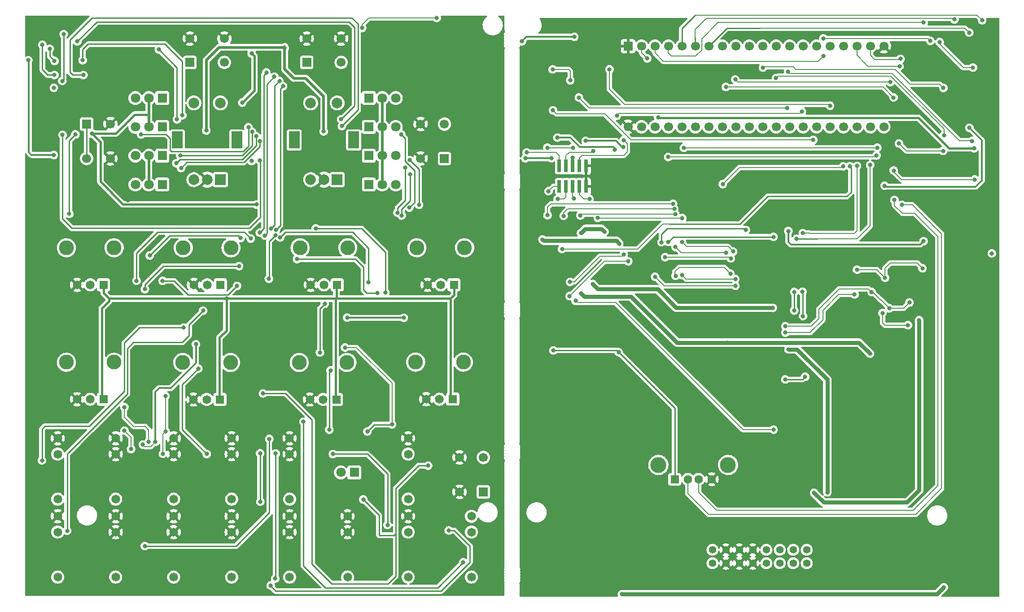
<source format=gbl>
G04 #@! TF.GenerationSoftware,KiCad,Pcbnew,(6.0.10)*
G04 #@! TF.CreationDate,2023-01-30T20:43:58+00:00*
G04 #@! TF.ProjectId,fjol-daisy,666a6f6c-2d64-4616-9973-792e6b696361,rev?*
G04 #@! TF.SameCoordinates,Original*
G04 #@! TF.FileFunction,Copper,L2,Bot*
G04 #@! TF.FilePolarity,Positive*
%FSLAX46Y46*%
G04 Gerber Fmt 4.6, Leading zero omitted, Abs format (unit mm)*
G04 Created by KiCad (PCBNEW (6.0.10)) date 2023-01-30 20:43:58*
%MOMM*%
%LPD*%
G01*
G04 APERTURE LIST*
G04 #@! TA.AperFunction,ComponentPad*
%ADD10C,1.650000*%
G04 #@! TD*
G04 #@! TA.AperFunction,SMDPad,CuDef*
%ADD11R,0.740000X2.400000*%
G04 #@! TD*
G04 #@! TA.AperFunction,ComponentPad*
%ADD12R,1.650000X1.650000*%
G04 #@! TD*
G04 #@! TA.AperFunction,ComponentPad*
%ADD13C,2.794000*%
G04 #@! TD*
G04 #@! TA.AperFunction,ComponentPad*
%ADD14R,1.700000X1.700000*%
G04 #@! TD*
G04 #@! TA.AperFunction,ComponentPad*
%ADD15C,1.700000*%
G04 #@! TD*
G04 #@! TA.AperFunction,ComponentPad*
%ADD16C,1.422400*%
G04 #@! TD*
G04 #@! TA.AperFunction,ComponentPad*
%ADD17R,2.000000X2.000000*%
G04 #@! TD*
G04 #@! TA.AperFunction,ComponentPad*
%ADD18C,2.000000*%
G04 #@! TD*
G04 #@! TA.AperFunction,ComponentPad*
%ADD19R,2.000000X3.200000*%
G04 #@! TD*
G04 #@! TA.AperFunction,ComponentPad*
%ADD20R,1.800000X1.800000*%
G04 #@! TD*
G04 #@! TA.AperFunction,ComponentPad*
%ADD21C,1.800000*%
G04 #@! TD*
G04 #@! TA.AperFunction,ComponentPad*
%ADD22R,1.600000X1.500000*%
G04 #@! TD*
G04 #@! TA.AperFunction,ComponentPad*
%ADD23C,1.600000*%
G04 #@! TD*
G04 #@! TA.AperFunction,ComponentPad*
%ADD24C,3.000000*%
G04 #@! TD*
G04 #@! TA.AperFunction,ViaPad*
%ADD25C,0.800000*%
G04 #@! TD*
G04 #@! TA.AperFunction,Conductor*
%ADD26C,0.762000*%
G04 #@! TD*
G04 #@! TA.AperFunction,Conductor*
%ADD27C,0.200000*%
G04 #@! TD*
G04 #@! TA.AperFunction,Conductor*
%ADD28C,0.304800*%
G04 #@! TD*
G04 #@! TA.AperFunction,Conductor*
%ADD29C,0.203200*%
G04 #@! TD*
G04 #@! TA.AperFunction,Conductor*
%ADD30C,0.250000*%
G04 #@! TD*
G04 #@! TA.AperFunction,Conductor*
%ADD31C,0.406400*%
G04 #@! TD*
G04 #@! TA.AperFunction,Conductor*
%ADD32C,0.254000*%
G04 #@! TD*
G04 #@! TA.AperFunction,Conductor*
%ADD33C,0.508000*%
G04 #@! TD*
G04 APERTURE END LIST*
D10*
X141912082Y-157358929D03*
X141912082Y-148858929D03*
X141912082Y-145858929D03*
X109100602Y-157358929D03*
X109100602Y-148858929D03*
X109100602Y-145858929D03*
X152849242Y-157358929D03*
X152849242Y-148858929D03*
X152849242Y-145858929D03*
X120037762Y-157358929D03*
X120037762Y-148858929D03*
X120037762Y-145858929D03*
X130974922Y-157358929D03*
X130974922Y-148858929D03*
X130974922Y-145858929D03*
X98163438Y-142626929D03*
X98163438Y-134126929D03*
X98163438Y-131126929D03*
X164286402Y-142626929D03*
X164286402Y-134126929D03*
X164286402Y-131126929D03*
X98163438Y-157346180D03*
X98163438Y-148846180D03*
X98163438Y-145846180D03*
X130974922Y-142626929D03*
X130974922Y-134126929D03*
X130974922Y-131126929D03*
X141912082Y-142626929D03*
X141912082Y-134126929D03*
X141912082Y-131126929D03*
D11*
X192785000Y-79650000D03*
X192785000Y-83550000D03*
X194055000Y-79650000D03*
X194055000Y-83550000D03*
X195325000Y-79650000D03*
X195325000Y-83550000D03*
X196595000Y-79650000D03*
X196595000Y-83550000D03*
X197865000Y-79650000D03*
X197865000Y-83550000D03*
D12*
X172700338Y-123732280D03*
D10*
X170200338Y-123732280D03*
X167700338Y-123732280D03*
D13*
X174700338Y-116732280D03*
X165700338Y-116732280D03*
D12*
X128768338Y-123795780D03*
D10*
X126268338Y-123795780D03*
X123768338Y-123795780D03*
D13*
X130768338Y-116795780D03*
X121768338Y-116795780D03*
D12*
X150734338Y-123795780D03*
D10*
X148234338Y-123795780D03*
X145734338Y-123795780D03*
D13*
X152734338Y-116795780D03*
X143734338Y-116795780D03*
D14*
X178473562Y-141246180D03*
D15*
X178473562Y-134746180D03*
X173973562Y-141246180D03*
X173973562Y-134746180D03*
D12*
X106802338Y-123747280D03*
D10*
X104302338Y-123747280D03*
X101802338Y-123747280D03*
D13*
X108802338Y-116747280D03*
X99802338Y-116747280D03*
D10*
X176223562Y-157358929D03*
X176223562Y-148858929D03*
X176223562Y-145858929D03*
X164286402Y-157358929D03*
X164286402Y-148858929D03*
X164286402Y-145858929D03*
D16*
X221698404Y-152196800D03*
X221698404Y-154736800D03*
X224238404Y-152196800D03*
X224238404Y-154736800D03*
X226778404Y-152196800D03*
X226778404Y-154736800D03*
X229318404Y-152196800D03*
X229318404Y-154736800D03*
X231858404Y-152196800D03*
X231858404Y-154736800D03*
X234398404Y-152196800D03*
X234398404Y-154736800D03*
X236938404Y-152196800D03*
X236938404Y-154736800D03*
X239478404Y-152196800D03*
X239478404Y-154736800D03*
D14*
X123103372Y-60096180D03*
D15*
X129603372Y-60096180D03*
X123103372Y-55596180D03*
X129603372Y-55596180D03*
D17*
X150895905Y-82246180D03*
D18*
X145895905Y-82246180D03*
X148395905Y-82246180D03*
D19*
X153995905Y-74746180D03*
X142795905Y-74746180D03*
D18*
X145895905Y-67746180D03*
X150895905Y-67746180D03*
D17*
X128853372Y-82246180D03*
D18*
X123853372Y-82246180D03*
X126353372Y-82246180D03*
D19*
X120753372Y-74746180D03*
X131953372Y-74746180D03*
D18*
X123853372Y-67746180D03*
X128853372Y-67746180D03*
D10*
X120037762Y-142626929D03*
X120037762Y-134126929D03*
X120037762Y-131126929D03*
X109100602Y-142626929D03*
X109100602Y-134126929D03*
X109100602Y-131126929D03*
D20*
X156867172Y-66821180D03*
D21*
X159407172Y-66821180D03*
X161947172Y-66821180D03*
D20*
X156867172Y-72271180D03*
D21*
X159407172Y-72271180D03*
X161947172Y-72271180D03*
D20*
X156867172Y-77721180D03*
D21*
X159407172Y-77721180D03*
X161947172Y-77721180D03*
D20*
X156867172Y-83171180D03*
D21*
X159407172Y-83171180D03*
X161947172Y-83171180D03*
D20*
X117882105Y-66821180D03*
D21*
X115342105Y-66821180D03*
X112802105Y-66821180D03*
D20*
X117882105Y-72271180D03*
D21*
X115342105Y-72271180D03*
X112802105Y-72271180D03*
D20*
X117882105Y-77721180D03*
D21*
X115342105Y-77721180D03*
X112802105Y-77721180D03*
D20*
X117882105Y-83171180D03*
D21*
X115342105Y-83171180D03*
X112802105Y-83171180D03*
D14*
X145145905Y-60096180D03*
D15*
X151645905Y-60096180D03*
X145145905Y-55596180D03*
X151645905Y-55596180D03*
D12*
X128853373Y-102133480D03*
D10*
X126353373Y-102133480D03*
X123853373Y-102133480D03*
D13*
X130853373Y-95133480D03*
X121853373Y-95133480D03*
D12*
X150895905Y-102133480D03*
D10*
X148395905Y-102133480D03*
X145895905Y-102133480D03*
D13*
X152895905Y-95133480D03*
X143895905Y-95133480D03*
D12*
X106810838Y-102133480D03*
D10*
X104310838Y-102133480D03*
X101810838Y-102133480D03*
D13*
X108810838Y-95133480D03*
X99810838Y-95133480D03*
D12*
X172938438Y-102133480D03*
D10*
X170438438Y-102133480D03*
X167938438Y-102133480D03*
D13*
X174938438Y-95133480D03*
X165938438Y-95133480D03*
D14*
X205775000Y-57022500D03*
D15*
X208315000Y-57022500D03*
X210855000Y-57022500D03*
X213395000Y-57022500D03*
X215935000Y-57022500D03*
X218475000Y-57022500D03*
X221015000Y-57022500D03*
X223555000Y-57022500D03*
X226095000Y-57022500D03*
X228635000Y-57022500D03*
X231175000Y-57022500D03*
X233715000Y-57022500D03*
X236255000Y-57022500D03*
X238795000Y-57022500D03*
X241335000Y-57022500D03*
X243875000Y-57022500D03*
X246415000Y-57022500D03*
X248955000Y-57022500D03*
X251495000Y-57022500D03*
X254035000Y-57022500D03*
X254035000Y-72262500D03*
X251495000Y-72262500D03*
X248955000Y-72262500D03*
X246415000Y-72262500D03*
X243875000Y-72262500D03*
X241335000Y-72262500D03*
X238795000Y-72262500D03*
X236255000Y-72262500D03*
X233715000Y-72262500D03*
X231175000Y-72262500D03*
X228635000Y-72262500D03*
X226095000Y-72262500D03*
X223555000Y-72262500D03*
X221015000Y-72262500D03*
X218475000Y-72262500D03*
X215935000Y-72262500D03*
X213395000Y-72262500D03*
X210855000Y-72262500D03*
X208315000Y-72262500D03*
X205775000Y-72262500D03*
D22*
X214570000Y-138880000D03*
D23*
X217070000Y-138880000D03*
X219070000Y-138880000D03*
X221570000Y-138880000D03*
D24*
X211500000Y-136170000D03*
X224640000Y-136170000D03*
D20*
X154124242Y-137575000D03*
D21*
X151584242Y-137575000D03*
D14*
X171132077Y-78246180D03*
D15*
X171132077Y-71746180D03*
X166632077Y-78246180D03*
X166632077Y-71746180D03*
D14*
X103617200Y-71746180D03*
D15*
X103617200Y-78246180D03*
X108117200Y-71746180D03*
X108117200Y-78246180D03*
D25*
X274421600Y-96189800D03*
X225075000Y-100000000D03*
X214750000Y-100425000D03*
X212100000Y-94075000D03*
X228000000Y-91750000D03*
X215975000Y-94025000D03*
X225600000Y-95825000D03*
X271075000Y-76325000D03*
X211437500Y-70487500D03*
X205800000Y-97675000D03*
X194750000Y-104250000D03*
X235458000Y-109931200D03*
X251725000Y-103475000D03*
X258875000Y-105450000D03*
X255050000Y-106550000D03*
X261325000Y-99000000D03*
X235458000Y-111150400D03*
X254254000Y-100787200D03*
X248513600Y-103936800D03*
X248970800Y-99263200D03*
X236025000Y-91950000D03*
X261525000Y-93875000D03*
X240875000Y-141425000D03*
X260705600Y-108813600D03*
X243370100Y-141338300D03*
X236045900Y-114329100D03*
X140730000Y-54550000D03*
X107416600Y-81813400D03*
X142870000Y-58980000D03*
X142525000Y-88475000D03*
X111429800Y-79019400D03*
X138310000Y-59260000D03*
X111430000Y-86130000D03*
X141375000Y-85950000D03*
X137051438Y-128901180D03*
X142850000Y-60930000D03*
X142790000Y-55660000D03*
X107975400Y-68935600D03*
X120050000Y-109275000D03*
X113988438Y-126796180D03*
X140226438Y-131441180D03*
X115438438Y-126796180D03*
X108940600Y-80086200D03*
X110738438Y-125221180D03*
X115334438Y-131822180D03*
X129988438Y-104721180D03*
X224485200Y-113030000D03*
X196900000Y-103775000D03*
X201325000Y-92100000D03*
X197775000Y-74900000D03*
X196900000Y-92353600D03*
X204875000Y-76050000D03*
X251409200Y-115112800D03*
X204000000Y-114850000D03*
X191681100Y-114515900D03*
X189636400Y-93563600D03*
X204622400Y-160578800D03*
X265362500Y-159287500D03*
X204100000Y-94325000D03*
X148538438Y-105696180D03*
X147638438Y-114896180D03*
X247625000Y-79700000D03*
X193325000Y-95350000D03*
X95188438Y-135296180D03*
X121938438Y-110196180D03*
X125588438Y-106996180D03*
X99938438Y-148596180D03*
X138338438Y-158946180D03*
X136388438Y-143096180D03*
X171938438Y-148546180D03*
X136338438Y-133946180D03*
X144538438Y-127996180D03*
X174688438Y-154546180D03*
X92601438Y-59686180D03*
X97427438Y-77593180D03*
X134765438Y-78736180D03*
X134765438Y-58416180D03*
X132987438Y-67687180D03*
X155593438Y-53590180D03*
X148354438Y-73148180D03*
X140988438Y-57400180D03*
X169690438Y-51685180D03*
X126184938Y-72949680D03*
X257000000Y-60800000D03*
X257175000Y-59425000D03*
X155810000Y-142680000D03*
X168038438Y-136296180D03*
X136888438Y-122646180D03*
X185750000Y-56100000D03*
X203250000Y-76575000D03*
X233075000Y-106475000D03*
X186375000Y-78200000D03*
X191300000Y-78200000D03*
X192425000Y-74300000D03*
X195625000Y-55250000D03*
X199075000Y-101975000D03*
X140113438Y-93171180D03*
X156809638Y-101642380D03*
X134563438Y-93371180D03*
X113028572Y-101356046D03*
X143313438Y-97271180D03*
X158438438Y-103646180D03*
X146838438Y-91471180D03*
X159988438Y-103596180D03*
X137988438Y-100971180D03*
X139242800Y-92710000D03*
X117960106Y-101374512D03*
X131988438Y-102321180D03*
X114213438Y-132321180D03*
X163463438Y-108346180D03*
X124238438Y-113346180D03*
X152763438Y-108321180D03*
X116588438Y-131821180D03*
X225175000Y-97125000D03*
X212775000Y-96900000D03*
X210875000Y-100600000D03*
X226025000Y-102300000D03*
X215975000Y-100300000D03*
X226025000Y-101025000D03*
X258800000Y-99300000D03*
X234594400Y-88341200D03*
X261772400Y-101041200D03*
X190575000Y-65400000D03*
X230600000Y-125100000D03*
X206925000Y-79950000D03*
X211575000Y-64175000D03*
X250342400Y-105003600D03*
X237900000Y-101225000D03*
X193300000Y-121050000D03*
X255473200Y-113842800D03*
X235575000Y-99350000D03*
X208625000Y-101700000D03*
X201250000Y-65125000D03*
X188163200Y-159461200D03*
X250225000Y-74250000D03*
X259000000Y-104250000D03*
X206075000Y-67025000D03*
X249050000Y-66550000D03*
X243789200Y-102565200D03*
X252475000Y-74250000D03*
X195825000Y-57700000D03*
X260096000Y-85775800D03*
X253175000Y-102900000D03*
X204200000Y-134130000D03*
X237950000Y-108750000D03*
X187700000Y-74050000D03*
X253350000Y-89325000D03*
X253796800Y-107442000D03*
X258575000Y-109750000D03*
X124688438Y-117946180D03*
X126288438Y-134096180D03*
X138088438Y-131246180D03*
X114588438Y-151496180D03*
X149388438Y-129496180D03*
X149648338Y-118286280D03*
X161238438Y-128486562D03*
X156580000Y-129840000D03*
X152375000Y-113975000D03*
X110738438Y-129671180D03*
X112000938Y-133158680D03*
X118513438Y-129846180D03*
X118488438Y-123121180D03*
X118013438Y-134046180D03*
X136296400Y-92252800D03*
X137538438Y-61996180D03*
X137261600Y-92811600D03*
X139038438Y-62796180D03*
X138379200Y-91490800D03*
X139988438Y-63596180D03*
X139344400Y-91694000D03*
X140688438Y-64596180D03*
X166338438Y-86996180D03*
X164566600Y-78536800D03*
X162977180Y-73696180D03*
X164500000Y-87525000D03*
X163075000Y-89025000D03*
X164638438Y-81246180D03*
X162275000Y-88475000D03*
X163688438Y-79946180D03*
X134138438Y-72346180D03*
X113888438Y-73696180D03*
X121288438Y-77696180D03*
X134838438Y-73196180D03*
X135588438Y-74046180D03*
X120538438Y-79146180D03*
X121438438Y-80046180D03*
X136288438Y-74996180D03*
X132663438Y-93271180D03*
X115513438Y-96571180D03*
X150088438Y-134096180D03*
X160388438Y-147496180D03*
X209375000Y-59325000D03*
X204962500Y-96387500D03*
X233222800Y-129489200D03*
X194825000Y-101575000D03*
X195875000Y-105150000D03*
X224225000Y-64725000D03*
X255900000Y-80525000D03*
X271200000Y-82225000D03*
X255875000Y-66725000D03*
X233225000Y-93050000D03*
X213375000Y-94025000D03*
X114613438Y-102946180D03*
X132388438Y-98596180D03*
X139188438Y-157646180D03*
X139288438Y-133996180D03*
X117239438Y-57654180D03*
X120668438Y-70862180D03*
X97554438Y-59813180D03*
X96665438Y-57527180D03*
X102888438Y-59686180D03*
X121684438Y-70100180D03*
X97554438Y-62480180D03*
X95268438Y-56765180D03*
X101872438Y-56130180D03*
X151656438Y-70862180D03*
X103015438Y-62480180D03*
X151783438Y-72132180D03*
X270154400Y-54457600D03*
X265277600Y-64922400D03*
X231225000Y-61075000D03*
X248975000Y-79645000D03*
X238775000Y-108050000D03*
X235450000Y-120000000D03*
X239200000Y-119500000D03*
X238750000Y-92350000D03*
X238675000Y-103425000D03*
X237150000Y-103475000D03*
X251450000Y-79475000D03*
X237125000Y-106975000D03*
X237575000Y-93425000D03*
X272592800Y-52120800D03*
X267360400Y-51968400D03*
X264575000Y-56244200D03*
X270850000Y-61075000D03*
X261550000Y-52575000D03*
X242625000Y-55550000D03*
X242600000Y-58900000D03*
X262825000Y-56025000D03*
X99034600Y-63601600D03*
X99288600Y-54762400D03*
X97427438Y-64893180D03*
X214725000Y-94975000D03*
X224250000Y-96025000D03*
X256875000Y-75400000D03*
X265200000Y-76825000D03*
X226000000Y-63325000D03*
X255275000Y-63825000D03*
X99078438Y-73783180D03*
X136289438Y-78609180D03*
X233680000Y-63042800D03*
X265375000Y-73875000D03*
X270650000Y-74950000D03*
X235966000Y-61849000D03*
X194875000Y-63475000D03*
X235775000Y-68725000D03*
X196500000Y-66725000D03*
X191540000Y-61415000D03*
X135675000Y-86950000D03*
X101499218Y-73685400D03*
X100338438Y-88696180D03*
X104597200Y-73507600D03*
X254175000Y-83400000D03*
X270179800Y-72466200D03*
X238575000Y-69375000D03*
X203675000Y-70150000D03*
X240725000Y-74725000D03*
X191607500Y-69142500D03*
X243875000Y-68275000D03*
X202275000Y-61400000D03*
X223650000Y-83100000D03*
X246375000Y-79725000D03*
X186650000Y-77100000D03*
X190775000Y-84425000D03*
X199225000Y-76875000D03*
X192475000Y-85925000D03*
X195350000Y-76200000D03*
X195325000Y-78100000D03*
X190550000Y-76200000D03*
X195575000Y-85800000D03*
X204925000Y-74800000D03*
X198500000Y-85875000D03*
X190575000Y-88975000D03*
X214275000Y-86825000D03*
X193625000Y-89075000D03*
X214500000Y-87775000D03*
X196775000Y-89025000D03*
X214700000Y-88800000D03*
X216000000Y-89500000D03*
X200075000Y-89475000D03*
X216300000Y-76225000D03*
X252800000Y-76200000D03*
X257425000Y-87000000D03*
X256025000Y-86075000D03*
X213350000Y-77950000D03*
X252650000Y-77675000D03*
D26*
X237646100Y-114329100D02*
X236045900Y-114329100D01*
X243370100Y-120053100D02*
X237646100Y-114329100D01*
X243370100Y-141338300D02*
X243370100Y-120053100D01*
D27*
X220960000Y-145470000D02*
X217070000Y-141580000D01*
X260080000Y-145470000D02*
X220960000Y-145470000D01*
X264940000Y-140610000D02*
X260080000Y-145470000D01*
X217070000Y-141580000D02*
X217070000Y-138880000D01*
X264940000Y-92515000D02*
X264940000Y-140610000D01*
X259425000Y-87000000D02*
X264940000Y-92515000D01*
X257425000Y-87000000D02*
X259425000Y-87000000D01*
D26*
X215030000Y-113030000D02*
X206343200Y-104343200D01*
X206343200Y-104343200D02*
X197468200Y-104343200D01*
X197468200Y-104343200D02*
X196900000Y-103775000D01*
X224485200Y-113030000D02*
X215030000Y-113030000D01*
D28*
X254350000Y-83575000D02*
X254175000Y-83400000D01*
X271375000Y-83575000D02*
X254350000Y-83575000D01*
X272525000Y-82425000D02*
X271375000Y-83575000D01*
X272525000Y-74811400D02*
X272525000Y-82425000D01*
X270179800Y-72466200D02*
X272525000Y-74811400D01*
D29*
X255575000Y-62175000D02*
X268250000Y-74850000D01*
X235966000Y-61849000D02*
X236292000Y-62175000D01*
X268250000Y-74850000D02*
X270550000Y-74850000D01*
X236292000Y-62175000D02*
X255575000Y-62175000D01*
X270550000Y-74850000D02*
X270650000Y-74950000D01*
X255325000Y-62675000D02*
X265375000Y-72725000D01*
X233680000Y-63042800D02*
X234047800Y-62675000D01*
X234047800Y-62675000D02*
X255325000Y-62675000D01*
X265375000Y-72725000D02*
X265375000Y-73875000D01*
D26*
X200766600Y-91541600D02*
X201325000Y-92100000D01*
X197712000Y-91541600D02*
X200766600Y-91541600D01*
X196900000Y-92353600D02*
X197712000Y-91541600D01*
D29*
X223900000Y-98825000D02*
X216100000Y-98825000D01*
X216100000Y-98825000D02*
X215425000Y-98825000D01*
X214625000Y-100300000D02*
X214750000Y-100425000D01*
X214625000Y-99625000D02*
X214625000Y-100300000D01*
X225075000Y-100000000D02*
X223900000Y-98825000D01*
X215425000Y-98825000D02*
X214625000Y-99625000D01*
D30*
X212100000Y-92575000D02*
X212100000Y-94075000D01*
X227725000Y-91475000D02*
X213200000Y-91475000D01*
X228000000Y-91750000D02*
X227725000Y-91475000D01*
X213200000Y-91475000D02*
X212100000Y-92575000D01*
D29*
X216825000Y-94875000D02*
X215975000Y-94025000D01*
X225600000Y-95825000D02*
X224650000Y-94875000D01*
X224650000Y-94875000D02*
X216825000Y-94875000D01*
X201325000Y-97675000D02*
X205800000Y-97675000D01*
X194750000Y-104250000D02*
X201325000Y-97675000D01*
D31*
X211500000Y-70550000D02*
X260550000Y-70550000D01*
X266325000Y-76325000D02*
X271075000Y-76325000D01*
X260550000Y-70550000D02*
X266325000Y-76325000D01*
X211437500Y-70487500D02*
X211500000Y-70550000D01*
D29*
X240334800Y-109931200D02*
X235458000Y-109931200D01*
X257775000Y-106550000D02*
X258875000Y-105450000D01*
X253441200Y-105003600D02*
X253381300Y-104943700D01*
X251725000Y-103475000D02*
X251912600Y-103475000D01*
X251912600Y-103475000D02*
X253381300Y-104943700D01*
X253381300Y-104943700D02*
X253443700Y-104943700D01*
X241808000Y-106680000D02*
X241808000Y-108458000D01*
X255050000Y-106550000D02*
X257775000Y-106550000D01*
X251725000Y-103475000D02*
X251120000Y-102870000D01*
X253443700Y-104943700D02*
X255050000Y-106550000D01*
X245618000Y-102870000D02*
X241808000Y-106680000D01*
X251120000Y-102870000D02*
X245618000Y-102870000D01*
X241808000Y-108458000D02*
X240334800Y-109931200D01*
X242519200Y-108762800D02*
X242519200Y-106934000D01*
X252730000Y-99263200D02*
X254254000Y-100787200D01*
X242519200Y-106934000D02*
X245516400Y-103936800D01*
X240131600Y-111150400D02*
X242468400Y-108813600D01*
X255250000Y-98000000D02*
X260325000Y-98000000D01*
X248970800Y-99263200D02*
X252730000Y-99263200D01*
X242468400Y-108813600D02*
X242519200Y-108762800D01*
X235458000Y-111150400D02*
X240131600Y-111150400D01*
X254254000Y-98996000D02*
X255250000Y-98000000D01*
X254254000Y-100787200D02*
X254254000Y-98996000D01*
X245516400Y-103936800D02*
X248513600Y-103936800D01*
X260325000Y-98000000D02*
X261325000Y-99000000D01*
D28*
X260900000Y-94500000D02*
X261525000Y-93875000D01*
D26*
X258380000Y-143250000D02*
X242700000Y-143250000D01*
X260705600Y-108813600D02*
X260705600Y-140924400D01*
D28*
X236525000Y-94500000D02*
X260900000Y-94500000D01*
D26*
X260705600Y-140924400D02*
X258380000Y-143250000D01*
X242700000Y-143250000D02*
X240875000Y-141425000D01*
D28*
X236025000Y-91950000D02*
X236025000Y-94000000D01*
X236025000Y-94000000D02*
X236525000Y-94500000D01*
D32*
X141375000Y-87950000D02*
X141375000Y-85950000D01*
X141900000Y-88475000D02*
X141375000Y-87950000D01*
X142525000Y-88475000D02*
X141900000Y-88475000D01*
D29*
X114663438Y-128871180D02*
X112463438Y-128871180D01*
X110688438Y-125271180D02*
X110738438Y-125221180D01*
X110688438Y-127096180D02*
X110688438Y-125271180D01*
X115334438Y-129542180D02*
X114663438Y-128871180D01*
X115334438Y-131822180D02*
X115334438Y-129542180D01*
X112463438Y-128871180D02*
X110688438Y-127096180D01*
D31*
X150737172Y-104597446D02*
X150737172Y-102133480D01*
X150663438Y-104721180D02*
X150588438Y-104796180D01*
X172263438Y-104721180D02*
X172263438Y-123295380D01*
X107863438Y-104721180D02*
X106810838Y-103668580D01*
X106513438Y-106521180D02*
X106513438Y-123458380D01*
X129988438Y-110771180D02*
X128688438Y-112071180D01*
X172263438Y-104721180D02*
X172938438Y-104046180D01*
X129988438Y-104721180D02*
X121213438Y-104721180D01*
X106810838Y-103668580D02*
X106810838Y-102133480D01*
X107863438Y-105171180D02*
X106513438Y-106521180D01*
X129988438Y-104721180D02*
X149888438Y-104721180D01*
X149888438Y-104721180D02*
X172263438Y-104721180D01*
X128688438Y-112071180D02*
X128688438Y-123715880D01*
X150588438Y-104796180D02*
X150588438Y-123649880D01*
X172938438Y-104046180D02*
X172938438Y-102133480D01*
X121213438Y-104721180D02*
X107863438Y-104721180D01*
X107863438Y-104721180D02*
X107863438Y-105171180D01*
X150613438Y-104721180D02*
X150737172Y-104597446D01*
X172263438Y-123295380D02*
X172700338Y-123732280D01*
X128688438Y-123715880D02*
X128768338Y-123795780D01*
X106513438Y-123458380D02*
X106802338Y-123747280D01*
X150588438Y-123649880D02*
X150734338Y-123795780D01*
X129988438Y-104721180D02*
X129988438Y-110771180D01*
D28*
X203500000Y-74900000D02*
X197775000Y-74900000D01*
X204650000Y-76050000D02*
X203500000Y-74900000D01*
D26*
X249326400Y-113030000D02*
X224485200Y-113030000D01*
D28*
X204875000Y-76050000D02*
X204650000Y-76050000D01*
D26*
X251409200Y-115112800D02*
X249326400Y-113030000D01*
D31*
X264261600Y-160578800D02*
X263228800Y-160578800D01*
D26*
X204622400Y-160578800D02*
X264071200Y-160578800D01*
D30*
X203665900Y-114515900D02*
X191681100Y-114515900D01*
D31*
X263228800Y-160578800D02*
X204622400Y-160578800D01*
D30*
X214570000Y-138880000D02*
X214570000Y-125420000D01*
X204000000Y-114850000D02*
X203665900Y-114515900D01*
D26*
X189872800Y-93800000D02*
X189636400Y-93563600D01*
X204100000Y-94325000D02*
X203575000Y-93800000D01*
X203575000Y-93800000D02*
X189872800Y-93800000D01*
D30*
X214570000Y-125420000D02*
X204000000Y-114850000D01*
D26*
X264071200Y-160578800D02*
X265362500Y-159287500D01*
D31*
X264071200Y-160578800D02*
X263228800Y-160578800D01*
D30*
X147638438Y-106596180D02*
X148538438Y-105696180D01*
X147638438Y-114896180D02*
X147638438Y-106596180D01*
X247850000Y-84650000D02*
X247850000Y-79925000D01*
X247075000Y-85425000D02*
X247850000Y-84650000D01*
X232100000Y-85425000D02*
X247075000Y-85425000D01*
X226900000Y-90625000D02*
X232100000Y-85425000D01*
X247850000Y-79925000D02*
X247625000Y-79700000D01*
D29*
X193325000Y-95350000D02*
X207625000Y-95350000D01*
X207625000Y-95350000D02*
X212350000Y-90625000D01*
X212350000Y-90625000D02*
X213500000Y-90625000D01*
D30*
X213500000Y-90625000D02*
X226900000Y-90625000D01*
X95188438Y-129396180D02*
X95188438Y-135296180D01*
X113638438Y-110196180D02*
X110738438Y-113096180D01*
X104088438Y-128846180D02*
X95738438Y-128846180D01*
X95738438Y-128846180D02*
X95188438Y-129396180D01*
X121938438Y-110196180D02*
X113638438Y-110196180D01*
X110738438Y-113096180D02*
X110738438Y-122196180D01*
X110738438Y-122196180D02*
X104088438Y-128846180D01*
X121688438Y-112996180D02*
X112438438Y-112996180D01*
X111288438Y-114146180D02*
X111288438Y-122746180D01*
X111288438Y-122746180D02*
X99938438Y-134096180D01*
X112438438Y-112996180D02*
X111288438Y-114146180D01*
X125588438Y-106996180D02*
X122938438Y-109646180D01*
X122938438Y-109646180D02*
X122938438Y-111746180D01*
X99938438Y-134096180D02*
X99938438Y-148596180D01*
X122938438Y-111746180D02*
X121688438Y-112996180D01*
X172988438Y-148546180D02*
X171938438Y-148546180D01*
X138338438Y-158946180D02*
X138288438Y-158996180D01*
X175938438Y-154546180D02*
X175938438Y-151496180D01*
X136338438Y-143046180D02*
X136338438Y-133946180D01*
X139288438Y-159996180D02*
X170488438Y-159996180D01*
X138288438Y-158996180D02*
X139288438Y-159996180D01*
X170488438Y-159996180D02*
X175938438Y-154546180D01*
X175938438Y-151496180D02*
X172988438Y-148546180D01*
X136388438Y-143096180D02*
X136338438Y-143046180D01*
X144538438Y-127996180D02*
X144538438Y-155196180D01*
X144538438Y-155196180D02*
X148688438Y-159346180D01*
X148688438Y-159346180D02*
X169888438Y-159346180D01*
X169888438Y-159346180D02*
X174688438Y-154546180D01*
D31*
X135273438Y-65401180D02*
X135273438Y-58924180D01*
X134765438Y-58416180D02*
X135273438Y-58924180D01*
X132987438Y-67687180D02*
X135273438Y-65401180D01*
D28*
X93236438Y-77593180D02*
X97427438Y-77593180D01*
X92601438Y-59686180D02*
X92728438Y-59813180D01*
X92728438Y-77085180D02*
X93236438Y-77593180D01*
X92728438Y-59813180D02*
X92728438Y-77085180D01*
D29*
X155593438Y-53590180D02*
X155593438Y-52955180D01*
X155593438Y-52955180D02*
X156863438Y-51685180D01*
D33*
X142698258Y-63088258D02*
X144952458Y-63088258D01*
X148354438Y-66490238D02*
X148354438Y-73148180D01*
X126184938Y-59675062D02*
X126184938Y-72949680D01*
X140988438Y-57400180D02*
X140988438Y-61378438D01*
X128620000Y-57240000D02*
X126184938Y-59675062D01*
X144952458Y-63088258D02*
X148354438Y-66490238D01*
X140988438Y-61378438D02*
X142698258Y-63088258D01*
X140988438Y-57400180D02*
X140988438Y-57078438D01*
X140988438Y-57078438D02*
X140826876Y-57240000D01*
D29*
X156863438Y-51685180D02*
X169690438Y-51685180D01*
D33*
X140826876Y-57240000D02*
X128620000Y-57240000D01*
D29*
X250575000Y-60375000D02*
X251000000Y-60800000D01*
X248955000Y-57022500D02*
X248955000Y-58755000D01*
X248955000Y-58755000D02*
X250575000Y-60375000D01*
X251000000Y-60800000D02*
X257000000Y-60800000D01*
X251495000Y-57022500D02*
X251495000Y-58720000D01*
X251495000Y-58720000D02*
X252300000Y-59525000D01*
X252300000Y-59525000D02*
X257075000Y-59525000D01*
X257075000Y-59525000D02*
X257175000Y-59425000D01*
D30*
X160488438Y-158596180D02*
X161938438Y-157146180D01*
X141138438Y-122646180D02*
X146138438Y-127646180D01*
X161938438Y-140596180D02*
X166238438Y-136296180D01*
X161938438Y-157146180D02*
X161938438Y-149118438D01*
X149838438Y-158596180D02*
X160488438Y-158596180D01*
X155810000Y-142680000D02*
X158790000Y-145660000D01*
X158790000Y-145660000D02*
X158790000Y-149440000D01*
X146138438Y-154896180D02*
X149838438Y-158596180D01*
X161616876Y-149440000D02*
X161938438Y-149118438D01*
X146138438Y-127646180D02*
X146138438Y-154896180D01*
X166238438Y-136296180D02*
X168038438Y-136296180D01*
X161938438Y-149118438D02*
X161938438Y-140596180D01*
X136888438Y-122646180D02*
X141138438Y-122646180D01*
X158790000Y-149440000D02*
X161616876Y-149440000D01*
D28*
X186600000Y-55250000D02*
X185750000Y-56100000D01*
D26*
X200050000Y-102950000D02*
X199075000Y-101975000D01*
D28*
X203250000Y-76300000D02*
X203250000Y-76575000D01*
X192425000Y-74300000D02*
X194850000Y-74300000D01*
X194850000Y-74300000D02*
X196650000Y-76100000D01*
X203050000Y-76100000D02*
X203250000Y-76300000D01*
X186375000Y-78200000D02*
X191300000Y-78200000D01*
X196650000Y-76100000D02*
X203050000Y-76100000D01*
D26*
X233075000Y-106475000D02*
X214900000Y-106475000D01*
X214900000Y-106475000D02*
X211375000Y-102950000D01*
D28*
X195625000Y-55250000D02*
X186600000Y-55250000D01*
D26*
X211375000Y-102950000D02*
X200050000Y-102950000D01*
D30*
X141088438Y-92196180D02*
X140113438Y-93171180D01*
X153813438Y-92196180D02*
X141088438Y-92196180D01*
X156809638Y-101642380D02*
X156809638Y-95192380D01*
X156809638Y-95192380D02*
X153813438Y-92196180D01*
X117013438Y-92146180D02*
X133338438Y-92146180D01*
X113028572Y-96131046D02*
X117013438Y-92146180D01*
X133338438Y-92146180D02*
X134563438Y-93371180D01*
X113028572Y-101356046D02*
X113028572Y-96131046D01*
X154363438Y-97271180D02*
X143313438Y-97271180D01*
X155838438Y-103046180D02*
X155838438Y-98746180D01*
X155838438Y-98746180D02*
X154363438Y-97271180D01*
X158438438Y-103646180D02*
X156438438Y-103646180D01*
X156438438Y-103646180D02*
X155838438Y-103046180D01*
X155513438Y-91471180D02*
X146838438Y-91471180D01*
X159988438Y-103596180D02*
X159988438Y-95946180D01*
X159988438Y-95946180D02*
X155513438Y-91471180D01*
X139242800Y-92710000D02*
X138038438Y-93914362D01*
X138038438Y-93914362D02*
X138038438Y-100921180D01*
X138038438Y-100921180D02*
X137988438Y-100971180D01*
X130313438Y-103996180D02*
X131988438Y-102321180D01*
X117960106Y-101374512D02*
X120116770Y-101374512D01*
X120116770Y-101374512D02*
X122738438Y-103996180D01*
X122738438Y-103996180D02*
X130313438Y-103996180D01*
D28*
X124238438Y-116896180D02*
X119488438Y-121646180D01*
X163463438Y-108346180D02*
X152788438Y-108346180D01*
D29*
X115738438Y-132671180D02*
X116588438Y-131821180D01*
D28*
X117288438Y-121646180D02*
X116588438Y-122346180D01*
D29*
X114563438Y-132671180D02*
X115738438Y-132671180D01*
D28*
X119488438Y-121646180D02*
X117288438Y-121646180D01*
X124238438Y-113346180D02*
X124238438Y-116896180D01*
X116588438Y-122346180D02*
X116588438Y-131821180D01*
D29*
X114213438Y-132321180D02*
X114563438Y-132671180D01*
D28*
X152788438Y-108346180D02*
X152763438Y-108321180D01*
D29*
X224950000Y-96900000D02*
X212775000Y-96900000D01*
X225175000Y-97125000D02*
X224950000Y-96900000D01*
X226025000Y-102300000D02*
X212575000Y-102300000D01*
X212575000Y-102300000D02*
X210875000Y-100600000D01*
X216700000Y-101025000D02*
X215975000Y-100300000D01*
X226025000Y-101025000D02*
X216700000Y-101025000D01*
D31*
X206550000Y-66550000D02*
X249050000Y-66550000D01*
X206075000Y-67025000D02*
X206550000Y-66550000D01*
D29*
X253796800Y-109321800D02*
X253796800Y-107442000D01*
X254225000Y-109750000D02*
X253796800Y-109321800D01*
X258575000Y-109750000D02*
X254225000Y-109750000D01*
D30*
X122338438Y-130146180D02*
X121688438Y-129496180D01*
X121688438Y-120946180D02*
X124688438Y-117946180D01*
X126288438Y-134096180D02*
X122338438Y-130146180D01*
X121688438Y-129496180D02*
X121688438Y-120946180D01*
X138088438Y-145196180D02*
X131788438Y-151496180D01*
X138088438Y-131246180D02*
X138088438Y-145196180D01*
X149438438Y-118496180D02*
X149648338Y-118286280D01*
X149438438Y-129446180D02*
X149438438Y-118496180D01*
X149388438Y-129496180D02*
X149438438Y-129446180D01*
X131788438Y-151496180D02*
X114588438Y-151496180D01*
D29*
X154525000Y-113975000D02*
X152375000Y-113975000D01*
X161238438Y-128486562D02*
X161238438Y-120688438D01*
D30*
X156580000Y-129840000D02*
X157896000Y-128524000D01*
X161201000Y-128524000D02*
X161238438Y-128486562D01*
D29*
X161238438Y-120688438D02*
X154525000Y-113975000D01*
D30*
X157896000Y-128524000D02*
X161201000Y-128524000D01*
D29*
X110738438Y-129671180D02*
X112000938Y-130933680D01*
X112000938Y-130933680D02*
X112000938Y-133158680D01*
X118013438Y-130346180D02*
X118513438Y-129846180D01*
X118013438Y-134046180D02*
X118013438Y-130346180D01*
X118488438Y-129821180D02*
X118513438Y-129846180D01*
X118488438Y-123121180D02*
X118488438Y-129821180D01*
D30*
X136296400Y-92252800D02*
X137038438Y-91510762D01*
X137038438Y-91510762D02*
X137038438Y-62496180D01*
X137038438Y-62496180D02*
X137538438Y-61996180D01*
X137635638Y-92437562D02*
X137635638Y-64198980D01*
X137635638Y-64198980D02*
X139038438Y-62796180D01*
X137261600Y-92811600D02*
X137635638Y-92437562D01*
X139088438Y-90781562D02*
X139088438Y-64496180D01*
X139088438Y-64496180D02*
X139988438Y-63596180D01*
X138379200Y-91490800D02*
X139088438Y-90781562D01*
X140188438Y-90849962D02*
X140188438Y-65096180D01*
X139344400Y-91694000D02*
X140188438Y-90849962D01*
X140188438Y-65096180D02*
X140688438Y-64596180D01*
X164566600Y-78536800D02*
X166338438Y-80308638D01*
X166338438Y-80308638D02*
X166338438Y-86996180D01*
X165488438Y-80525438D02*
X165488438Y-86536562D01*
X162977180Y-73696180D02*
X163703000Y-74422000D01*
X163703000Y-74422000D02*
X163703000Y-78740000D01*
X165488438Y-86536562D02*
X164500000Y-87525000D01*
X163703000Y-78740000D02*
X165488438Y-80525438D01*
X163075000Y-89025000D02*
X163075000Y-87800000D01*
X163075000Y-87800000D02*
X164638438Y-86236562D01*
X164638438Y-86236562D02*
X164638438Y-81246180D01*
X163688438Y-86142482D02*
X163688438Y-79946180D01*
X162275000Y-87555920D02*
X163688438Y-86142482D01*
X162275000Y-88475000D02*
X162275000Y-87555920D01*
X119388438Y-76696180D02*
X119488438Y-76796180D01*
X117838438Y-73696180D02*
X118638438Y-73696180D01*
X134138438Y-75896180D02*
X134138438Y-72346180D01*
X119588438Y-76896180D02*
X133138438Y-76896180D01*
X119388438Y-74446180D02*
X119388438Y-76696180D01*
X118638438Y-73696180D02*
X119388438Y-74446180D01*
X133988438Y-76046180D02*
X134138438Y-75896180D01*
X113888438Y-73696180D02*
X117838438Y-73696180D01*
X133138438Y-76896180D02*
X133988438Y-76046180D01*
X119488438Y-76796180D02*
X119588438Y-76896180D01*
X121288438Y-77696180D02*
X132988438Y-77696180D01*
X134838438Y-75846180D02*
X134838438Y-73196180D01*
X132988438Y-77696180D02*
X134838438Y-75846180D01*
X132952438Y-78482180D02*
X135588438Y-75846180D01*
X135588438Y-75846180D02*
X135588438Y-74046180D01*
X120538438Y-79146180D02*
X121202438Y-78482180D01*
X121202438Y-78482180D02*
X132952438Y-78482180D01*
X122494438Y-78990180D02*
X133294438Y-78990180D01*
X121438438Y-80046180D02*
X122494438Y-78990180D01*
X136288438Y-75996180D02*
X136288438Y-74996180D01*
X133294438Y-78990180D02*
X136288438Y-75996180D01*
X119238438Y-92846180D02*
X115513438Y-96571180D01*
X132238438Y-92846180D02*
X119238438Y-92846180D01*
X132663438Y-93271180D02*
X132238438Y-92846180D01*
X160388438Y-137888438D02*
X160388438Y-147496180D01*
X150088438Y-134096180D02*
X156596180Y-134096180D01*
X156596180Y-134096180D02*
X160388438Y-137888438D01*
D29*
X200500000Y-96700000D02*
X204650000Y-96700000D01*
X208315000Y-58265000D02*
X208315000Y-57022500D01*
X227489200Y-129489200D02*
X233222800Y-129489200D01*
X204650000Y-96700000D02*
X204962500Y-96387500D01*
X203475000Y-105475000D02*
X227489200Y-129489200D01*
X195625000Y-101575000D02*
X200500000Y-96700000D01*
X194825000Y-101575000D02*
X195625000Y-101575000D01*
X196200000Y-105475000D02*
X203475000Y-105475000D01*
X209375000Y-59325000D02*
X208315000Y-58265000D01*
X195875000Y-105150000D02*
X196200000Y-105475000D01*
X255900000Y-80775000D02*
X257400000Y-82275000D01*
X224225000Y-64725000D02*
X253875000Y-64725000D01*
X271200000Y-82225000D02*
X271129000Y-82296000D01*
X257400000Y-82275000D02*
X271150000Y-82275000D01*
X255900000Y-80525000D02*
X255900000Y-80775000D01*
X253875000Y-64725000D02*
X255875000Y-66725000D01*
X271150000Y-82275000D02*
X271200000Y-82225000D01*
D30*
X214350000Y-93050000D02*
X213375000Y-94025000D01*
X233225000Y-93050000D02*
X214350000Y-93050000D01*
X114613438Y-102046180D02*
X118063438Y-98596180D01*
X118063438Y-98596180D02*
X132388438Y-98596180D01*
X114613438Y-102946180D02*
X114613438Y-102046180D01*
X139288438Y-157546180D02*
X139288438Y-133996180D01*
X139188438Y-157646180D02*
X139288438Y-157546180D01*
D32*
X120668438Y-70862180D02*
X120668438Y-61083180D01*
X96665438Y-58924180D02*
X97554438Y-59813180D01*
X120668438Y-61083180D02*
X117239438Y-57654180D01*
X96665438Y-57527180D02*
X96665438Y-58924180D01*
X121684438Y-70100180D02*
X121684438Y-59940180D01*
X118382438Y-56638180D02*
X103904438Y-56638180D01*
X103904438Y-56638180D02*
X102888438Y-57654180D01*
X102888438Y-57654180D02*
X102888438Y-59686180D01*
X121684438Y-59940180D02*
X118382438Y-56638180D01*
X96284438Y-62480180D02*
X95268438Y-61464180D01*
X97554438Y-62480180D02*
X96284438Y-62480180D01*
X154196438Y-53463180D02*
X153180438Y-52447180D01*
X151656438Y-70862180D02*
X154196438Y-68322180D01*
X153180438Y-52447180D02*
X105555438Y-52447180D01*
X95268438Y-61464180D02*
X95268438Y-56765180D01*
X154196438Y-68322180D02*
X154196438Y-53463180D01*
X105555438Y-52447180D02*
X101872438Y-56130180D01*
X153053438Y-70862180D02*
X154831438Y-69084180D01*
X100983438Y-62480180D02*
X103015438Y-62480180D01*
X154831438Y-52828180D02*
X153688438Y-51685180D01*
X100475438Y-61972180D02*
X100983438Y-62480180D01*
X153688438Y-51685180D02*
X104666438Y-51685180D01*
X151783438Y-72132180D02*
X153053438Y-70862180D01*
X100475438Y-55876180D02*
X100475438Y-61972180D01*
X104666438Y-51685180D02*
X100475438Y-55876180D01*
X154831438Y-69084180D02*
X154831438Y-52828180D01*
D29*
X269290800Y-53594000D02*
X230719000Y-53594000D01*
D30*
X224443500Y-53594000D02*
X221015000Y-57022500D01*
D29*
X270154400Y-54457600D02*
X269290800Y-53594000D01*
D30*
X230719000Y-53594000D02*
X224443500Y-53594000D01*
D29*
X264566400Y-64211200D02*
X265277600Y-64922400D01*
X237450000Y-61400000D02*
X237425000Y-61425000D01*
X258961200Y-64211200D02*
X256150000Y-61400000D01*
X264566400Y-64211200D02*
X258961200Y-64211200D01*
X236925000Y-60925000D02*
X231375000Y-60925000D01*
X237425000Y-61425000D02*
X236925000Y-60925000D01*
X256150000Y-61400000D02*
X237450000Y-61400000D01*
X231375000Y-60925000D02*
X231225000Y-61075000D01*
X248975000Y-79645000D02*
X248975000Y-91875000D01*
D30*
X238700000Y-120000000D02*
X239200000Y-119500000D01*
X238675000Y-103425000D02*
X238775000Y-103525000D01*
D29*
X248975000Y-91875000D02*
X248450000Y-92400000D01*
X239975000Y-92375000D02*
X239950000Y-92350000D01*
X241250000Y-92375000D02*
X239975000Y-92375000D01*
X241275000Y-92400000D02*
X241250000Y-92375000D01*
D30*
X235450000Y-120000000D02*
X238700000Y-120000000D01*
D29*
X248450000Y-92400000D02*
X241275000Y-92400000D01*
X239950000Y-92350000D02*
X238750000Y-92350000D01*
D30*
X238775000Y-103525000D02*
X238775000Y-108050000D01*
D29*
X251450000Y-79475000D02*
X251450000Y-90975000D01*
D30*
X237150000Y-106950000D02*
X237125000Y-106975000D01*
X237150000Y-103475000D02*
X237150000Y-106950000D01*
X241550000Y-93450000D02*
X237600000Y-93450000D01*
D29*
X248975000Y-93450000D02*
X241550000Y-93450000D01*
X251450000Y-90975000D02*
X248975000Y-93450000D01*
D30*
X237600000Y-93450000D02*
X237575000Y-93425000D01*
X215935000Y-53676200D02*
X218455600Y-51155600D01*
D29*
X271627600Y-51155600D02*
X272592800Y-52120800D01*
X218455600Y-51155600D02*
X271627600Y-51155600D01*
D30*
X215935000Y-57022500D02*
X215935000Y-53676200D01*
D29*
X220548200Y-51739800D02*
X267131800Y-51739800D01*
X218425000Y-55450000D02*
X218425000Y-53863000D01*
D30*
X218425000Y-56972500D02*
X218475000Y-57022500D01*
D29*
X218425000Y-53863000D02*
X220548200Y-51739800D01*
D30*
X218425000Y-55450000D02*
X218425000Y-56972500D01*
D29*
X267131800Y-51739800D02*
X267360400Y-51968400D01*
X222725000Y-52575000D02*
X219650000Y-55650000D01*
X264575000Y-56600000D02*
X269050000Y-61075000D01*
X261550000Y-52575000D02*
X222725000Y-52575000D01*
X213900000Y-58900000D02*
X213325000Y-58325000D01*
X219650000Y-57750000D02*
X218500000Y-58900000D01*
X213325000Y-57092500D02*
X213395000Y-57022500D01*
X213325000Y-58325000D02*
X213325000Y-57092500D01*
X269050000Y-61075000D02*
X270850000Y-61075000D01*
X218500000Y-58900000D02*
X213900000Y-58900000D01*
X219650000Y-55650000D02*
X219650000Y-57750000D01*
X264575000Y-56244200D02*
X264575000Y-56600000D01*
X242625000Y-55550000D02*
X262350000Y-55550000D01*
X262350000Y-55550000D02*
X262825000Y-56025000D01*
X210855000Y-57022500D02*
X210855000Y-58305000D01*
X212425000Y-59875000D02*
X241625000Y-59875000D01*
X241625000Y-59875000D02*
X242600000Y-58900000D01*
X210855000Y-58305000D02*
X212425000Y-59875000D01*
D30*
X99288600Y-63347600D02*
X99034600Y-63601600D01*
X99288600Y-54762400D02*
X99288600Y-63347600D01*
X103617200Y-78246180D02*
X103617200Y-71746180D01*
D29*
X224250000Y-96025000D02*
X215775000Y-96025000D01*
X215775000Y-96025000D02*
X214725000Y-94975000D01*
X258300000Y-76825000D02*
X256875000Y-75400000D01*
X255275000Y-63825000D02*
X226500000Y-63825000D01*
X265200000Y-76825000D02*
X258300000Y-76825000D01*
X226500000Y-63825000D02*
X226000000Y-63325000D01*
D32*
X99078438Y-89658180D02*
X99078438Y-73783180D01*
X100856438Y-91436180D02*
X99078438Y-89658180D01*
X136400000Y-78719742D02*
X136400000Y-89400000D01*
X136289438Y-78609180D02*
X136400000Y-78719742D01*
X134363820Y-91436180D02*
X100856438Y-91436180D01*
X136400000Y-89400000D02*
X134363820Y-91436180D01*
D29*
X194515000Y-61415000D02*
X191540000Y-61415000D01*
X194875000Y-63475000D02*
X194875000Y-61775000D01*
X235750000Y-68700000D02*
X212975000Y-68700000D01*
X198475000Y-68700000D02*
X196500000Y-66725000D01*
X194875000Y-61775000D02*
X194515000Y-61415000D01*
X235775000Y-68725000D02*
X235750000Y-68700000D01*
X212975000Y-68700000D02*
X198475000Y-68700000D01*
D33*
X159407172Y-72271180D02*
X159407172Y-70717172D01*
D31*
X135610600Y-86885600D02*
X135675000Y-86950000D01*
D33*
X115342105Y-72271180D02*
X115342105Y-69942105D01*
D31*
X106197400Y-75107800D02*
X106197400Y-82622400D01*
D33*
X159407172Y-77721180D02*
X159407172Y-72271180D01*
X115342105Y-83171180D02*
X115342105Y-77721180D01*
D30*
X101499218Y-73685400D02*
X100338438Y-74846180D01*
D31*
X104597200Y-73507600D02*
X109093000Y-73507600D01*
X109093000Y-73507600D02*
X112658495Y-69942105D01*
D33*
X159407172Y-83171180D02*
X159407172Y-77721180D01*
D31*
X106197400Y-82622400D02*
X110460600Y-86885600D01*
X112658495Y-69942105D02*
X115342105Y-69942105D01*
D33*
X159407172Y-70717172D02*
X159407172Y-66821180D01*
D31*
X110460600Y-86885600D02*
X135610600Y-86885600D01*
X104597200Y-73507600D02*
X106197400Y-75107800D01*
D30*
X100338438Y-74846180D02*
X100338438Y-88696180D01*
D33*
X115342105Y-69942105D02*
X115342105Y-66821180D01*
D29*
X204050000Y-69725000D02*
X238225000Y-69725000D01*
X203675000Y-70150000D02*
X203675000Y-70100000D01*
X203675000Y-70100000D02*
X204050000Y-69725000D01*
X238225000Y-69725000D02*
X238575000Y-69375000D01*
X240725000Y-74725000D02*
X206325000Y-74725000D01*
X206325000Y-74725000D02*
X201425000Y-69825000D01*
X201425000Y-69825000D02*
X192290000Y-69825000D01*
X192290000Y-69825000D02*
X191607500Y-69142500D01*
X205100000Y-68000000D02*
X238550000Y-68000000D01*
X205025000Y-67925000D02*
X205100000Y-68000000D01*
X202275000Y-65175000D02*
X205025000Y-67925000D01*
X202275000Y-61400000D02*
X202275000Y-65175000D01*
X243600000Y-68000000D02*
X243875000Y-68275000D01*
X238550000Y-68000000D02*
X243600000Y-68000000D01*
X246175000Y-79925000D02*
X246375000Y-79725000D01*
X223650000Y-83100000D02*
X226825000Y-79925000D01*
X226825000Y-79925000D02*
X233100000Y-79925000D01*
X233100000Y-79925000D02*
X246175000Y-79925000D01*
X186650000Y-77100000D02*
X192200000Y-77100000D01*
X192200000Y-77100000D02*
X192785000Y-77685000D01*
X192785000Y-77685000D02*
X192785000Y-79650000D01*
X191650000Y-83550000D02*
X190775000Y-84425000D01*
X192785000Y-83550000D02*
X191650000Y-83550000D01*
X194675000Y-77050000D02*
X199050000Y-77050000D01*
X194055000Y-77670000D02*
X194675000Y-77050000D01*
X194055000Y-79650000D02*
X194055000Y-77670000D01*
X199050000Y-77050000D02*
X199225000Y-76875000D01*
X194055000Y-83550000D02*
X194055000Y-85545000D01*
X194055000Y-85545000D02*
X193675000Y-85925000D01*
X193675000Y-85925000D02*
X192475000Y-85925000D01*
X195325000Y-78100000D02*
X195325000Y-79650000D01*
X195350000Y-76200000D02*
X190550000Y-76200000D01*
X195325000Y-83550000D02*
X195325000Y-85550000D01*
X195325000Y-85550000D02*
X195575000Y-85800000D01*
X204925000Y-77675000D02*
X197125000Y-77675000D01*
X204925000Y-74800000D02*
X205625000Y-75500000D01*
X196595000Y-78205000D02*
X196595000Y-79650000D01*
X205625000Y-75500000D02*
X205625000Y-76975000D01*
X205625000Y-76975000D02*
X204925000Y-77675000D01*
X197125000Y-77675000D02*
X196595000Y-78205000D01*
X196595000Y-83550000D02*
X196595000Y-85070000D01*
X197450000Y-85925000D02*
X198450000Y-85925000D01*
X198450000Y-85925000D02*
X198500000Y-85875000D01*
X196595000Y-85070000D02*
X197450000Y-85925000D01*
X191225000Y-86825000D02*
X190600000Y-87450000D01*
X190575000Y-87475000D02*
X190575000Y-88975000D01*
X214275000Y-86825000D02*
X191225000Y-86825000D01*
X190600000Y-87450000D02*
X190575000Y-87475000D01*
X194400000Y-87775000D02*
X193625000Y-88550000D01*
X193625000Y-88550000D02*
X193625000Y-89075000D01*
X214500000Y-87775000D02*
X194400000Y-87775000D01*
X214700000Y-88800000D02*
X197000000Y-88800000D01*
X197000000Y-88800000D02*
X196775000Y-89025000D01*
X200100000Y-89500000D02*
X200075000Y-89475000D01*
X216000000Y-89500000D02*
X200100000Y-89500000D01*
D27*
X216325000Y-76200000D02*
X216300000Y-76225000D01*
X252800000Y-76200000D02*
X216325000Y-76200000D01*
X252650000Y-77675000D02*
X252375000Y-77950000D01*
X256025000Y-86075000D02*
X256050000Y-86050000D01*
X256050000Y-86050000D02*
X256050000Y-87130000D01*
X264250000Y-93020000D02*
X264250000Y-140040000D01*
X257500000Y-88580000D02*
X259810000Y-88580000D01*
X252375000Y-77950000D02*
X213350000Y-77950000D01*
X219060000Y-138890000D02*
X219070000Y-138880000D01*
X259810000Y-88580000D02*
X264250000Y-93020000D01*
X219060000Y-141360000D02*
X219060000Y-138890000D01*
X222450000Y-144750000D02*
X219060000Y-141360000D01*
X256050000Y-87130000D02*
X257500000Y-88580000D01*
X259540000Y-144750000D02*
X222450000Y-144750000D01*
X264250000Y-140040000D02*
X259540000Y-144750000D01*
G04 #@! TA.AperFunction,Conductor*
G36*
X271457804Y-51709002D02*
G01*
X271478778Y-51725905D01*
X271746363Y-51993490D01*
X271780389Y-52055802D01*
X271782274Y-52098376D01*
X271780873Y-52109463D01*
X271798538Y-52289626D01*
X271855679Y-52461398D01*
X271859326Y-52467420D01*
X271859327Y-52467422D01*
X271876154Y-52495206D01*
X271949456Y-52616242D01*
X272075208Y-52746461D01*
X272226685Y-52845585D01*
X272233289Y-52848041D01*
X272233291Y-52848042D01*
X272272055Y-52862458D01*
X272396358Y-52908686D01*
X272575795Y-52932628D01*
X272582806Y-52931990D01*
X272582810Y-52931990D01*
X272749055Y-52916860D01*
X272756076Y-52916221D01*
X272762776Y-52914044D01*
X272762781Y-52914043D01*
X272921544Y-52862458D01*
X272921547Y-52862457D01*
X272928243Y-52860281D01*
X273083738Y-52767587D01*
X273088832Y-52762736D01*
X273088836Y-52762733D01*
X273187403Y-52668868D01*
X273214833Y-52642747D01*
X273315011Y-52491966D01*
X273357029Y-52381354D01*
X273376795Y-52329320D01*
X273376796Y-52329318D01*
X273379295Y-52322738D01*
X273386162Y-52273879D01*
X273403938Y-52147397D01*
X273403939Y-52147389D01*
X273404489Y-52143473D01*
X273404806Y-52120800D01*
X273384627Y-51940901D01*
X273355213Y-51856436D01*
X273351699Y-51785528D01*
X273387080Y-51723976D01*
X273450122Y-51691323D01*
X273474204Y-51689000D01*
X275710538Y-51689000D01*
X275778659Y-51709002D01*
X275825152Y-51762658D01*
X275836538Y-51815000D01*
X275836538Y-160973849D01*
X275816536Y-161041970D01*
X275762880Y-161088463D01*
X275710538Y-161099849D01*
X264968600Y-161099849D01*
X264900479Y-161079847D01*
X264853986Y-161026191D01*
X264843882Y-160955917D01*
X264873376Y-160891337D01*
X264879505Y-160884754D01*
X265784236Y-159980023D01*
X265808813Y-159960889D01*
X265837379Y-159943860D01*
X265853438Y-159934287D01*
X265858532Y-159929436D01*
X265858536Y-159929433D01*
X265950554Y-159841805D01*
X265984533Y-159809447D01*
X266084711Y-159658666D01*
X266148995Y-159489438D01*
X266174189Y-159310173D01*
X266174506Y-159287500D01*
X266154327Y-159107601D01*
X266152010Y-159100947D01*
X266097112Y-158943302D01*
X266097110Y-158943299D01*
X266094793Y-158936644D01*
X265998864Y-158783124D01*
X265905781Y-158689389D01*
X265876269Y-158659670D01*
X265876265Y-158659667D01*
X265871306Y-158654673D01*
X265864282Y-158650215D01*
X265812651Y-158617450D01*
X265718460Y-158557674D01*
X265636744Y-158528576D01*
X265554556Y-158499310D01*
X265554554Y-158499309D01*
X265547922Y-158496948D01*
X265540936Y-158496115D01*
X265540932Y-158496114D01*
X265397655Y-158479030D01*
X265368169Y-158475514D01*
X265361166Y-158476250D01*
X265361165Y-158476250D01*
X265314810Y-158481122D01*
X265188134Y-158494436D01*
X265181466Y-158496706D01*
X265023432Y-158550505D01*
X265023429Y-158550506D01*
X265016765Y-158552775D01*
X264862579Y-158647631D01*
X264857548Y-158652558D01*
X264857545Y-158652560D01*
X264850285Y-158659670D01*
X264733240Y-158774288D01*
X264723696Y-158789098D01*
X264689395Y-158842323D01*
X264672578Y-158863163D01*
X263781746Y-159753995D01*
X263719434Y-159788021D01*
X263692651Y-159790900D01*
X204830270Y-159790900D01*
X204808050Y-159788329D01*
X204807822Y-159788248D01*
X204628069Y-159766814D01*
X204621066Y-159767550D01*
X204621065Y-159767550D01*
X204574710Y-159772422D01*
X204448034Y-159785736D01*
X204441366Y-159788006D01*
X204283332Y-159841805D01*
X204283329Y-159841806D01*
X204276665Y-159844075D01*
X204122479Y-159938931D01*
X204117448Y-159943858D01*
X204117445Y-159943860D01*
X204100056Y-159960889D01*
X203993140Y-160065588D01*
X203895077Y-160217754D01*
X203833162Y-160387863D01*
X203810473Y-160567463D01*
X203828138Y-160747626D01*
X203885279Y-160919398D01*
X203887089Y-160922387D01*
X203897300Y-160991224D01*
X203868096Y-161055936D01*
X203808541Y-161094586D01*
X203772504Y-161099849D01*
X185463338Y-161099849D01*
X185395217Y-161079847D01*
X185348724Y-161026191D01*
X185337338Y-160973849D01*
X185337338Y-158960149D01*
X185338504Y-158943050D01*
X185340974Y-158925014D01*
X185342320Y-158915191D01*
X185340564Y-158905431D01*
X185340530Y-158903797D01*
X185340035Y-158900236D01*
X185335438Y-158853638D01*
X185319698Y-158694115D01*
X185268673Y-158496877D01*
X185270976Y-158425919D01*
X185290695Y-158388617D01*
X185363783Y-158293368D01*
X185363784Y-158293366D01*
X185368811Y-158286815D01*
X185429812Y-158139546D01*
X185450618Y-157981506D01*
X185447047Y-157954381D01*
X185430890Y-157831652D01*
X185430889Y-157831650D01*
X185429812Y-157823466D01*
X185399267Y-157749724D01*
X185391678Y-157679135D01*
X185399267Y-157653287D01*
X185426653Y-157587172D01*
X185429812Y-157579546D01*
X185433138Y-157554286D01*
X185449540Y-157429694D01*
X185450618Y-157421506D01*
X185429812Y-157263466D01*
X185407551Y-157209722D01*
X185399962Y-157139135D01*
X185407549Y-157113294D01*
X185429812Y-157059546D01*
X185450618Y-156901506D01*
X185429812Y-156743466D01*
X185407551Y-156689722D01*
X185399962Y-156619135D01*
X185407549Y-156593294D01*
X185429812Y-156539546D01*
X185450618Y-156381506D01*
X185429812Y-156223466D01*
X185426652Y-156215838D01*
X185426651Y-156215833D01*
X185406928Y-156168217D01*
X185399339Y-156097627D01*
X185406928Y-156071783D01*
X185426651Y-156024167D01*
X185426652Y-156024162D01*
X185429812Y-156016534D01*
X185450618Y-155858494D01*
X185429812Y-155700454D01*
X185368811Y-155553185D01*
X185300074Y-155463605D01*
X185274473Y-155397386D01*
X185278961Y-155352018D01*
X185295965Y-155293000D01*
X185314164Y-155229835D01*
X185341063Y-155004858D01*
X185342109Y-154999570D01*
X185340934Y-154989726D01*
X185340934Y-154989720D01*
X185338232Y-154967089D01*
X185337343Y-154952133D01*
X185337368Y-154791860D01*
X185337381Y-154707406D01*
X220575899Y-154707406D01*
X220589339Y-154912459D01*
X220639921Y-155111628D01*
X220725953Y-155298245D01*
X220844552Y-155466059D01*
X220991746Y-155609449D01*
X220996542Y-155612654D01*
X220996545Y-155612656D01*
X221074927Y-155665029D01*
X221162607Y-155723615D01*
X221167910Y-155725893D01*
X221167913Y-155725895D01*
X221273171Y-155771117D01*
X221351412Y-155804732D01*
X221551837Y-155850084D01*
X221557606Y-155850311D01*
X221557609Y-155850311D01*
X221635101Y-155853355D01*
X221757172Y-155858151D01*
X221858854Y-155843408D01*
X221954823Y-155829493D01*
X221954828Y-155829492D01*
X221960537Y-155828664D01*
X221966001Y-155826809D01*
X221966006Y-155826808D01*
X222149653Y-155764469D01*
X222149658Y-155764467D01*
X222155125Y-155762611D01*
X222161391Y-155759102D01*
X223580656Y-155759102D01*
X223589952Y-155771117D01*
X223621970Y-155793537D01*
X223631460Y-155799015D01*
X223814835Y-155884524D01*
X223825131Y-155888272D01*
X224020572Y-155940641D01*
X224031361Y-155942543D01*
X224232929Y-155960178D01*
X224243879Y-155960178D01*
X224445447Y-155942543D01*
X224456236Y-155940641D01*
X224651677Y-155888272D01*
X224661973Y-155884524D01*
X224845348Y-155799015D01*
X224854838Y-155793537D01*
X224887695Y-155770530D01*
X224896069Y-155760054D01*
X224895569Y-155759102D01*
X226120656Y-155759102D01*
X226129952Y-155771117D01*
X226161970Y-155793537D01*
X226171460Y-155799015D01*
X226354835Y-155884524D01*
X226365131Y-155888272D01*
X226560572Y-155940641D01*
X226571361Y-155942543D01*
X226772929Y-155960178D01*
X226783879Y-155960178D01*
X226985447Y-155942543D01*
X226996236Y-155940641D01*
X227191677Y-155888272D01*
X227201973Y-155884524D01*
X227385348Y-155799015D01*
X227394838Y-155793537D01*
X227427695Y-155770530D01*
X227436069Y-155760054D01*
X227435569Y-155759102D01*
X228660656Y-155759102D01*
X228669952Y-155771117D01*
X228701970Y-155793537D01*
X228711460Y-155799015D01*
X228894835Y-155884524D01*
X228905131Y-155888272D01*
X229100572Y-155940641D01*
X229111361Y-155942543D01*
X229312929Y-155960178D01*
X229323879Y-155960178D01*
X229525447Y-155942543D01*
X229536236Y-155940641D01*
X229731677Y-155888272D01*
X229741973Y-155884524D01*
X229925348Y-155799015D01*
X229934838Y-155793537D01*
X229967695Y-155770530D01*
X229976069Y-155760054D01*
X229969000Y-155746606D01*
X229331216Y-155108822D01*
X229317272Y-155101208D01*
X229315439Y-155101339D01*
X229308824Y-155105590D01*
X228667086Y-155747328D01*
X228660656Y-155759102D01*
X227435569Y-155759102D01*
X227429000Y-155746606D01*
X226791216Y-155108822D01*
X226777272Y-155101208D01*
X226775439Y-155101339D01*
X226768824Y-155105590D01*
X226127086Y-155747328D01*
X226120656Y-155759102D01*
X224895569Y-155759102D01*
X224889000Y-155746606D01*
X224251216Y-155108822D01*
X224237272Y-155101208D01*
X224235439Y-155101339D01*
X224228824Y-155105590D01*
X223587086Y-155747328D01*
X223580656Y-155759102D01*
X222161391Y-155759102D01*
X222334416Y-155662203D01*
X222492407Y-155530803D01*
X222623807Y-155372812D01*
X222706710Y-155224778D01*
X222721391Y-155198564D01*
X222721392Y-155198562D01*
X222724215Y-155193521D01*
X222726071Y-155188054D01*
X222726073Y-155188049D01*
X222788412Y-155004402D01*
X222788413Y-155004397D01*
X222790268Y-154998933D01*
X222792329Y-154984718D01*
X222821901Y-154920173D01*
X222881674Y-154881862D01*
X222952670Y-154881948D01*
X223012350Y-154920404D01*
X223038732Y-154970190D01*
X223086931Y-155150070D01*
X223090680Y-155160369D01*
X223176187Y-155343741D01*
X223181670Y-155353236D01*
X223204673Y-155386088D01*
X223215152Y-155394464D01*
X223228598Y-155387396D01*
X223866382Y-154749612D01*
X223872760Y-154737932D01*
X224602812Y-154737932D01*
X224602943Y-154739765D01*
X224607194Y-154746380D01*
X225248931Y-155388117D01*
X225260706Y-155394547D01*
X225272721Y-155385251D01*
X225295138Y-155353236D01*
X225300621Y-155343741D01*
X225386128Y-155160369D01*
X225390003Y-155149724D01*
X225432098Y-155092553D01*
X225498420Y-155067216D01*
X225567911Y-155081757D01*
X225618510Y-155131560D01*
X225626805Y-155149724D01*
X225630680Y-155160369D01*
X225716187Y-155343741D01*
X225721670Y-155353236D01*
X225744673Y-155386088D01*
X225755152Y-155394464D01*
X225768598Y-155387396D01*
X226406382Y-154749612D01*
X226412760Y-154737932D01*
X227142812Y-154737932D01*
X227142943Y-154739765D01*
X227147194Y-154746380D01*
X227788931Y-155388117D01*
X227800706Y-155394547D01*
X227812721Y-155385251D01*
X227835138Y-155353236D01*
X227840621Y-155343741D01*
X227926128Y-155160369D01*
X227930003Y-155149724D01*
X227972098Y-155092553D01*
X228038420Y-155067216D01*
X228107911Y-155081757D01*
X228158510Y-155131560D01*
X228166805Y-155149724D01*
X228170680Y-155160369D01*
X228256187Y-155343741D01*
X228261670Y-155353236D01*
X228284673Y-155386088D01*
X228295152Y-155394464D01*
X228308598Y-155387396D01*
X228946382Y-154749612D01*
X228952760Y-154737932D01*
X229682812Y-154737932D01*
X229682943Y-154739765D01*
X229687194Y-154746380D01*
X230328931Y-155388117D01*
X230340706Y-155394547D01*
X230352721Y-155385251D01*
X230375138Y-155353236D01*
X230380621Y-155343741D01*
X230466128Y-155160369D01*
X230469876Y-155150073D01*
X230519360Y-154965400D01*
X230556312Y-154904778D01*
X230620173Y-154873756D01*
X230690667Y-154882185D01*
X230745414Y-154927389D01*
X230763189Y-154966996D01*
X230799921Y-155111628D01*
X230885953Y-155298245D01*
X231004552Y-155466059D01*
X231151746Y-155609449D01*
X231156542Y-155612654D01*
X231156545Y-155612656D01*
X231234927Y-155665029D01*
X231322607Y-155723615D01*
X231327910Y-155725893D01*
X231327913Y-155725895D01*
X231433171Y-155771117D01*
X231511412Y-155804732D01*
X231711837Y-155850084D01*
X231717606Y-155850311D01*
X231717609Y-155850311D01*
X231795101Y-155853355D01*
X231917172Y-155858151D01*
X232018854Y-155843408D01*
X232114823Y-155829493D01*
X232114828Y-155829492D01*
X232120537Y-155828664D01*
X232126001Y-155826809D01*
X232126006Y-155826808D01*
X232309653Y-155764469D01*
X232309658Y-155764467D01*
X232315125Y-155762611D01*
X232494416Y-155662203D01*
X232652407Y-155530803D01*
X232783807Y-155372812D01*
X232866710Y-155224778D01*
X232881391Y-155198564D01*
X232881392Y-155198562D01*
X232884215Y-155193521D01*
X232886071Y-155188054D01*
X232886073Y-155188049D01*
X232948412Y-155004402D01*
X232948413Y-155004397D01*
X232950268Y-154998933D01*
X232952075Y-154986476D01*
X232979222Y-154799242D01*
X232979755Y-154795568D01*
X232981294Y-154736800D01*
X232978593Y-154707406D01*
X233275899Y-154707406D01*
X233289339Y-154912459D01*
X233339921Y-155111628D01*
X233425953Y-155298245D01*
X233544552Y-155466059D01*
X233691746Y-155609449D01*
X233696542Y-155612654D01*
X233696545Y-155612656D01*
X233774927Y-155665029D01*
X233862607Y-155723615D01*
X233867910Y-155725893D01*
X233867913Y-155725895D01*
X233973171Y-155771117D01*
X234051412Y-155804732D01*
X234251837Y-155850084D01*
X234257606Y-155850311D01*
X234257609Y-155850311D01*
X234335101Y-155853355D01*
X234457172Y-155858151D01*
X234558854Y-155843408D01*
X234654823Y-155829493D01*
X234654828Y-155829492D01*
X234660537Y-155828664D01*
X234666001Y-155826809D01*
X234666006Y-155826808D01*
X234849653Y-155764469D01*
X234849658Y-155764467D01*
X234855125Y-155762611D01*
X235034416Y-155662203D01*
X235192407Y-155530803D01*
X235323807Y-155372812D01*
X235406710Y-155224778D01*
X235421391Y-155198564D01*
X235421392Y-155198562D01*
X235424215Y-155193521D01*
X235426071Y-155188054D01*
X235426073Y-155188049D01*
X235488412Y-155004402D01*
X235488413Y-155004397D01*
X235490268Y-154998933D01*
X235492075Y-154986476D01*
X235519222Y-154799242D01*
X235519755Y-154795568D01*
X235521294Y-154736800D01*
X235518593Y-154707406D01*
X235815899Y-154707406D01*
X235829339Y-154912459D01*
X235879921Y-155111628D01*
X235965953Y-155298245D01*
X236084552Y-155466059D01*
X236231746Y-155609449D01*
X236236542Y-155612654D01*
X236236545Y-155612656D01*
X236314927Y-155665029D01*
X236402607Y-155723615D01*
X236407910Y-155725893D01*
X236407913Y-155725895D01*
X236513171Y-155771117D01*
X236591412Y-155804732D01*
X236791837Y-155850084D01*
X236797606Y-155850311D01*
X236797609Y-155850311D01*
X236875101Y-155853355D01*
X236997172Y-155858151D01*
X237098854Y-155843408D01*
X237194823Y-155829493D01*
X237194828Y-155829492D01*
X237200537Y-155828664D01*
X237206001Y-155826809D01*
X237206006Y-155826808D01*
X237389653Y-155764469D01*
X237389658Y-155764467D01*
X237395125Y-155762611D01*
X237574416Y-155662203D01*
X237732407Y-155530803D01*
X237863807Y-155372812D01*
X237946710Y-155224778D01*
X237961391Y-155198564D01*
X237961392Y-155198562D01*
X237964215Y-155193521D01*
X237966071Y-155188054D01*
X237966073Y-155188049D01*
X238028412Y-155004402D01*
X238028413Y-155004397D01*
X238030268Y-154998933D01*
X238032075Y-154986476D01*
X238059222Y-154799242D01*
X238059755Y-154795568D01*
X238061294Y-154736800D01*
X238058593Y-154707406D01*
X238355899Y-154707406D01*
X238369339Y-154912459D01*
X238419921Y-155111628D01*
X238505953Y-155298245D01*
X238624552Y-155466059D01*
X238771746Y-155609449D01*
X238776542Y-155612654D01*
X238776545Y-155612656D01*
X238854927Y-155665029D01*
X238942607Y-155723615D01*
X238947910Y-155725893D01*
X238947913Y-155725895D01*
X239053171Y-155771117D01*
X239131412Y-155804732D01*
X239331837Y-155850084D01*
X239337606Y-155850311D01*
X239337609Y-155850311D01*
X239415101Y-155853355D01*
X239537172Y-155858151D01*
X239638854Y-155843408D01*
X239734823Y-155829493D01*
X239734828Y-155829492D01*
X239740537Y-155828664D01*
X239746001Y-155826809D01*
X239746006Y-155826808D01*
X239929653Y-155764469D01*
X239929658Y-155764467D01*
X239935125Y-155762611D01*
X240114416Y-155662203D01*
X240272407Y-155530803D01*
X240403807Y-155372812D01*
X240486710Y-155224778D01*
X240501391Y-155198564D01*
X240501392Y-155198562D01*
X240504215Y-155193521D01*
X240506071Y-155188054D01*
X240506073Y-155188049D01*
X240568412Y-155004402D01*
X240568413Y-155004397D01*
X240570268Y-154998933D01*
X240572075Y-154986476D01*
X240599222Y-154799242D01*
X240599755Y-154795568D01*
X240601294Y-154736800D01*
X240582491Y-154532170D01*
X240575304Y-154506687D01*
X240528282Y-154339957D01*
X240528280Y-154339952D01*
X240526712Y-154334392D01*
X240435825Y-154150092D01*
X240312874Y-153985440D01*
X240161976Y-153845951D01*
X240116752Y-153817417D01*
X239993069Y-153739379D01*
X239993064Y-153739377D01*
X239988185Y-153736298D01*
X239797322Y-153660151D01*
X239595778Y-153620061D01*
X239590003Y-153619985D01*
X239589999Y-153619985D01*
X239489200Y-153618666D01*
X239390303Y-153617371D01*
X239187779Y-153652172D01*
X239182362Y-153654170D01*
X239182356Y-153654172D01*
X239051404Y-153702483D01*
X238994987Y-153723296D01*
X238976730Y-153734158D01*
X238823354Y-153825407D01*
X238823351Y-153825409D01*
X238818386Y-153828363D01*
X238663888Y-153963854D01*
X238660313Y-153968389D01*
X238660312Y-153968390D01*
X238565744Y-154088349D01*
X238536669Y-154125230D01*
X238440989Y-154307089D01*
X238380052Y-154503338D01*
X238355899Y-154707406D01*
X238058593Y-154707406D01*
X238042491Y-154532170D01*
X238035304Y-154506687D01*
X237988282Y-154339957D01*
X237988280Y-154339952D01*
X237986712Y-154334392D01*
X237895825Y-154150092D01*
X237772874Y-153985440D01*
X237621976Y-153845951D01*
X237576752Y-153817417D01*
X237453069Y-153739379D01*
X237453064Y-153739377D01*
X237448185Y-153736298D01*
X237257322Y-153660151D01*
X237055778Y-153620061D01*
X237050003Y-153619985D01*
X237049999Y-153619985D01*
X236949200Y-153618666D01*
X236850303Y-153617371D01*
X236647779Y-153652172D01*
X236642362Y-153654170D01*
X236642356Y-153654172D01*
X236511404Y-153702483D01*
X236454987Y-153723296D01*
X236436730Y-153734158D01*
X236283354Y-153825407D01*
X236283351Y-153825409D01*
X236278386Y-153828363D01*
X236123888Y-153963854D01*
X236120313Y-153968389D01*
X236120312Y-153968390D01*
X236025744Y-154088349D01*
X235996669Y-154125230D01*
X235900989Y-154307089D01*
X235840052Y-154503338D01*
X235815899Y-154707406D01*
X235518593Y-154707406D01*
X235502491Y-154532170D01*
X235495304Y-154506687D01*
X235448282Y-154339957D01*
X235448280Y-154339952D01*
X235446712Y-154334392D01*
X235355825Y-154150092D01*
X235232874Y-153985440D01*
X235081976Y-153845951D01*
X235036752Y-153817417D01*
X234913069Y-153739379D01*
X234913064Y-153739377D01*
X234908185Y-153736298D01*
X234717322Y-153660151D01*
X234515778Y-153620061D01*
X234510003Y-153619985D01*
X234509999Y-153619985D01*
X234409200Y-153618666D01*
X234310303Y-153617371D01*
X234107779Y-153652172D01*
X234102362Y-153654170D01*
X234102356Y-153654172D01*
X233971404Y-153702483D01*
X233914987Y-153723296D01*
X233896730Y-153734158D01*
X233743354Y-153825407D01*
X233743351Y-153825409D01*
X233738386Y-153828363D01*
X233583888Y-153963854D01*
X233580313Y-153968389D01*
X233580312Y-153968390D01*
X233485744Y-154088349D01*
X233456669Y-154125230D01*
X233360989Y-154307089D01*
X233300052Y-154503338D01*
X233275899Y-154707406D01*
X232978593Y-154707406D01*
X232962491Y-154532170D01*
X232955304Y-154506687D01*
X232908282Y-154339957D01*
X232908280Y-154339952D01*
X232906712Y-154334392D01*
X232815825Y-154150092D01*
X232692874Y-153985440D01*
X232541976Y-153845951D01*
X232496752Y-153817417D01*
X232373069Y-153739379D01*
X232373064Y-153739377D01*
X232368185Y-153736298D01*
X232177322Y-153660151D01*
X231975778Y-153620061D01*
X231970003Y-153619985D01*
X231969999Y-153619985D01*
X231869200Y-153618666D01*
X231770303Y-153617371D01*
X231567779Y-153652172D01*
X231562362Y-153654170D01*
X231562356Y-153654172D01*
X231431404Y-153702483D01*
X231374987Y-153723296D01*
X231356730Y-153734158D01*
X231203354Y-153825407D01*
X231203351Y-153825409D01*
X231198386Y-153828363D01*
X231043888Y-153963854D01*
X231040313Y-153968389D01*
X231040312Y-153968390D01*
X230945744Y-154088349D01*
X230916669Y-154125230D01*
X230820989Y-154307089D01*
X230760052Y-154503338D01*
X230758096Y-154502731D01*
X230728711Y-154557184D01*
X230666568Y-154591517D01*
X230595728Y-154586803D01*
X230538683Y-154544538D01*
X230517469Y-154501143D01*
X230469876Y-154323527D01*
X230466128Y-154313231D01*
X230380621Y-154129859D01*
X230375138Y-154120364D01*
X230352135Y-154087512D01*
X230341656Y-154079136D01*
X230328210Y-154086204D01*
X229690426Y-154723988D01*
X229682812Y-154737932D01*
X228952760Y-154737932D01*
X228953996Y-154735668D01*
X228953865Y-154733835D01*
X228949614Y-154727220D01*
X228307877Y-154085483D01*
X228296102Y-154079053D01*
X228284087Y-154088349D01*
X228261670Y-154120364D01*
X228256187Y-154129859D01*
X228170680Y-154313231D01*
X228166805Y-154323876D01*
X228124710Y-154381047D01*
X228058388Y-154406384D01*
X227988897Y-154391843D01*
X227938298Y-154342040D01*
X227930003Y-154323876D01*
X227926128Y-154313231D01*
X227840621Y-154129859D01*
X227835138Y-154120364D01*
X227812135Y-154087512D01*
X227801656Y-154079136D01*
X227788210Y-154086204D01*
X227150426Y-154723988D01*
X227142812Y-154737932D01*
X226412760Y-154737932D01*
X226413996Y-154735668D01*
X226413865Y-154733835D01*
X226409614Y-154727220D01*
X225767877Y-154085483D01*
X225756102Y-154079053D01*
X225744087Y-154088349D01*
X225721670Y-154120364D01*
X225716187Y-154129859D01*
X225630680Y-154313231D01*
X225626805Y-154323876D01*
X225584710Y-154381047D01*
X225518388Y-154406384D01*
X225448897Y-154391843D01*
X225398298Y-154342040D01*
X225390003Y-154323876D01*
X225386128Y-154313231D01*
X225300621Y-154129859D01*
X225295138Y-154120364D01*
X225272135Y-154087512D01*
X225261656Y-154079136D01*
X225248210Y-154086204D01*
X224610426Y-154723988D01*
X224602812Y-154737932D01*
X223872760Y-154737932D01*
X223873996Y-154735668D01*
X223873865Y-154733835D01*
X223869614Y-154727220D01*
X223227877Y-154085483D01*
X223216102Y-154079053D01*
X223204087Y-154088349D01*
X223181670Y-154120364D01*
X223176187Y-154129859D01*
X223090680Y-154313231D01*
X223086931Y-154323530D01*
X223038280Y-154505096D01*
X223001328Y-154565719D01*
X222937467Y-154596740D01*
X222866973Y-154588312D01*
X222812226Y-154543109D01*
X222795304Y-154506687D01*
X222794855Y-154505096D01*
X222746712Y-154334392D01*
X222655825Y-154150092D01*
X222532874Y-153985440D01*
X222381976Y-153845951D01*
X222336752Y-153817417D01*
X222213069Y-153739379D01*
X222213064Y-153739377D01*
X222208185Y-153736298D01*
X222017322Y-153660151D01*
X221815778Y-153620061D01*
X221810003Y-153619985D01*
X221809999Y-153619985D01*
X221709200Y-153618666D01*
X221610303Y-153617371D01*
X221407779Y-153652172D01*
X221402362Y-153654170D01*
X221402356Y-153654172D01*
X221271404Y-153702483D01*
X221214987Y-153723296D01*
X221196730Y-153734158D01*
X221043354Y-153825407D01*
X221043351Y-153825409D01*
X221038386Y-153828363D01*
X220883888Y-153963854D01*
X220880313Y-153968389D01*
X220880312Y-153968390D01*
X220785744Y-154088349D01*
X220756669Y-154125230D01*
X220660989Y-154307089D01*
X220600052Y-154503338D01*
X220575899Y-154707406D01*
X185337381Y-154707406D01*
X185337767Y-152167406D01*
X220575899Y-152167406D01*
X220589339Y-152372459D01*
X220639921Y-152571628D01*
X220725953Y-152758245D01*
X220844552Y-152926059D01*
X220991746Y-153069449D01*
X220996542Y-153072654D01*
X220996545Y-153072656D01*
X221074927Y-153125029D01*
X221162607Y-153183615D01*
X221167910Y-153185893D01*
X221167913Y-153185895D01*
X221273171Y-153231117D01*
X221351412Y-153264732D01*
X221551837Y-153310084D01*
X221557606Y-153310311D01*
X221557609Y-153310311D01*
X221635101Y-153313355D01*
X221757172Y-153318151D01*
X221858855Y-153303407D01*
X221954823Y-153289493D01*
X221954828Y-153289492D01*
X221960537Y-153288664D01*
X221966001Y-153286809D01*
X221966006Y-153286808D01*
X222149653Y-153224469D01*
X222149658Y-153224467D01*
X222155125Y-153222611D01*
X222161391Y-153219102D01*
X223580656Y-153219102D01*
X223589952Y-153231117D01*
X223621970Y-153253537D01*
X223631460Y-153259015D01*
X223814835Y-153344524D01*
X223825480Y-153348399D01*
X223882651Y-153390494D01*
X223907988Y-153456816D01*
X223893447Y-153526307D01*
X223843644Y-153576906D01*
X223825480Y-153585201D01*
X223814835Y-153589076D01*
X223631463Y-153674583D01*
X223621968Y-153680066D01*
X223589116Y-153703069D01*
X223580740Y-153713548D01*
X223587808Y-153726994D01*
X224225592Y-154364778D01*
X224239536Y-154372392D01*
X224241369Y-154372261D01*
X224247984Y-154368010D01*
X224889722Y-153726272D01*
X224896152Y-153714498D01*
X224886856Y-153702483D01*
X224854838Y-153680063D01*
X224845348Y-153674585D01*
X224661973Y-153589076D01*
X224651328Y-153585201D01*
X224594157Y-153543106D01*
X224568820Y-153476784D01*
X224583361Y-153407293D01*
X224633164Y-153356694D01*
X224651328Y-153348399D01*
X224661973Y-153344524D01*
X224845348Y-153259015D01*
X224854838Y-153253537D01*
X224887695Y-153230530D01*
X224896069Y-153220054D01*
X224895569Y-153219102D01*
X226120656Y-153219102D01*
X226129952Y-153231117D01*
X226161970Y-153253537D01*
X226171460Y-153259015D01*
X226354835Y-153344524D01*
X226365480Y-153348399D01*
X226422651Y-153390494D01*
X226447988Y-153456816D01*
X226433447Y-153526307D01*
X226383644Y-153576906D01*
X226365480Y-153585201D01*
X226354835Y-153589076D01*
X226171463Y-153674583D01*
X226161968Y-153680066D01*
X226129116Y-153703069D01*
X226120740Y-153713548D01*
X226127808Y-153726994D01*
X226765592Y-154364778D01*
X226779536Y-154372392D01*
X226781369Y-154372261D01*
X226787984Y-154368010D01*
X227429722Y-153726272D01*
X227436152Y-153714498D01*
X227426856Y-153702483D01*
X227394838Y-153680063D01*
X227385348Y-153674585D01*
X227201973Y-153589076D01*
X227191328Y-153585201D01*
X227134157Y-153543106D01*
X227108820Y-153476784D01*
X227123361Y-153407293D01*
X227173164Y-153356694D01*
X227191328Y-153348399D01*
X227201973Y-153344524D01*
X227385348Y-153259015D01*
X227394838Y-153253537D01*
X227427695Y-153230530D01*
X227436069Y-153220054D01*
X227435569Y-153219102D01*
X228660656Y-153219102D01*
X228669952Y-153231117D01*
X228701970Y-153253537D01*
X228711460Y-153259015D01*
X228894835Y-153344524D01*
X228905480Y-153348399D01*
X228962651Y-153390494D01*
X228987988Y-153456816D01*
X228973447Y-153526307D01*
X228923644Y-153576906D01*
X228905480Y-153585201D01*
X228894835Y-153589076D01*
X228711463Y-153674583D01*
X228701968Y-153680066D01*
X228669116Y-153703069D01*
X228660740Y-153713548D01*
X228667808Y-153726994D01*
X229305592Y-154364778D01*
X229319536Y-154372392D01*
X229321369Y-154372261D01*
X229327984Y-154368010D01*
X229969722Y-153726272D01*
X229976152Y-153714498D01*
X229966856Y-153702483D01*
X229934838Y-153680063D01*
X229925348Y-153674585D01*
X229741973Y-153589076D01*
X229731328Y-153585201D01*
X229674157Y-153543106D01*
X229648820Y-153476784D01*
X229663361Y-153407293D01*
X229713164Y-153356694D01*
X229731328Y-153348399D01*
X229741973Y-153344524D01*
X229925348Y-153259015D01*
X229934838Y-153253537D01*
X229967695Y-153230530D01*
X229976069Y-153220054D01*
X229969000Y-153206606D01*
X229331216Y-152568822D01*
X229317272Y-152561208D01*
X229315439Y-152561339D01*
X229308824Y-152565590D01*
X228667086Y-153207328D01*
X228660656Y-153219102D01*
X227435569Y-153219102D01*
X227429000Y-153206606D01*
X226791216Y-152568822D01*
X226777272Y-152561208D01*
X226775439Y-152561339D01*
X226768824Y-152565590D01*
X226127086Y-153207328D01*
X226120656Y-153219102D01*
X224895569Y-153219102D01*
X224889000Y-153206606D01*
X224251216Y-152568822D01*
X224237272Y-152561208D01*
X224235439Y-152561339D01*
X224228824Y-152565590D01*
X223587086Y-153207328D01*
X223580656Y-153219102D01*
X222161391Y-153219102D01*
X222334416Y-153122203D01*
X222492407Y-152990803D01*
X222623807Y-152832812D01*
X222724215Y-152653521D01*
X222726071Y-152648054D01*
X222726073Y-152648049D01*
X222788412Y-152464402D01*
X222788413Y-152464397D01*
X222790268Y-152458933D01*
X222792329Y-152444718D01*
X222821901Y-152380173D01*
X222881674Y-152341862D01*
X222952670Y-152341948D01*
X223012350Y-152380404D01*
X223038732Y-152430190D01*
X223086931Y-152610070D01*
X223090680Y-152620369D01*
X223176187Y-152803741D01*
X223181670Y-152813236D01*
X223204673Y-152846088D01*
X223215152Y-152854464D01*
X223228598Y-152847396D01*
X223866382Y-152209612D01*
X223872760Y-152197932D01*
X224602812Y-152197932D01*
X224602943Y-152199765D01*
X224607194Y-152206380D01*
X225248931Y-152848117D01*
X225260706Y-152854547D01*
X225272721Y-152845251D01*
X225295138Y-152813236D01*
X225300621Y-152803741D01*
X225386128Y-152620369D01*
X225390003Y-152609724D01*
X225432098Y-152552553D01*
X225498420Y-152527216D01*
X225567911Y-152541757D01*
X225618510Y-152591560D01*
X225626805Y-152609724D01*
X225630680Y-152620369D01*
X225716187Y-152803741D01*
X225721670Y-152813236D01*
X225744673Y-152846088D01*
X225755152Y-152854464D01*
X225768598Y-152847396D01*
X226406382Y-152209612D01*
X226412760Y-152197932D01*
X227142812Y-152197932D01*
X227142943Y-152199765D01*
X227147194Y-152206380D01*
X227788931Y-152848117D01*
X227800706Y-152854547D01*
X227812721Y-152845251D01*
X227835138Y-152813236D01*
X227840621Y-152803741D01*
X227926128Y-152620369D01*
X227930003Y-152609724D01*
X227972098Y-152552553D01*
X228038420Y-152527216D01*
X228107911Y-152541757D01*
X228158510Y-152591560D01*
X228166805Y-152609724D01*
X228170680Y-152620369D01*
X228256187Y-152803741D01*
X228261670Y-152813236D01*
X228284673Y-152846088D01*
X228295152Y-152854464D01*
X228308598Y-152847396D01*
X228946382Y-152209612D01*
X228952760Y-152197932D01*
X229682812Y-152197932D01*
X229682943Y-152199765D01*
X229687194Y-152206380D01*
X230328931Y-152848117D01*
X230340706Y-152854547D01*
X230352721Y-152845251D01*
X230375138Y-152813236D01*
X230380621Y-152803741D01*
X230466128Y-152620369D01*
X230469876Y-152610073D01*
X230519360Y-152425400D01*
X230556312Y-152364778D01*
X230620173Y-152333756D01*
X230690667Y-152342185D01*
X230745414Y-152387389D01*
X230763189Y-152426996D01*
X230799921Y-152571628D01*
X230885953Y-152758245D01*
X231004552Y-152926059D01*
X231151746Y-153069449D01*
X231156542Y-153072654D01*
X231156545Y-153072656D01*
X231234927Y-153125029D01*
X231322607Y-153183615D01*
X231327910Y-153185893D01*
X231327913Y-153185895D01*
X231433171Y-153231117D01*
X231511412Y-153264732D01*
X231711837Y-153310084D01*
X231717606Y-153310311D01*
X231717609Y-153310311D01*
X231795101Y-153313355D01*
X231917172Y-153318151D01*
X232018855Y-153303407D01*
X232114823Y-153289493D01*
X232114828Y-153289492D01*
X232120537Y-153288664D01*
X232126001Y-153286809D01*
X232126006Y-153286808D01*
X232309653Y-153224469D01*
X232309658Y-153224467D01*
X232315125Y-153222611D01*
X232494416Y-153122203D01*
X232652407Y-152990803D01*
X232783807Y-152832812D01*
X232884215Y-152653521D01*
X232886071Y-152648054D01*
X232886073Y-152648049D01*
X232948412Y-152464402D01*
X232948413Y-152464397D01*
X232950268Y-152458933D01*
X232952330Y-152444718D01*
X232979222Y-152259242D01*
X232979755Y-152255568D01*
X232981294Y-152196800D01*
X232978593Y-152167406D01*
X233275899Y-152167406D01*
X233289339Y-152372459D01*
X233339921Y-152571628D01*
X233425953Y-152758245D01*
X233544552Y-152926059D01*
X233691746Y-153069449D01*
X233696542Y-153072654D01*
X233696545Y-153072656D01*
X233774927Y-153125029D01*
X233862607Y-153183615D01*
X233867910Y-153185893D01*
X233867913Y-153185895D01*
X233973171Y-153231117D01*
X234051412Y-153264732D01*
X234251837Y-153310084D01*
X234257606Y-153310311D01*
X234257609Y-153310311D01*
X234335101Y-153313355D01*
X234457172Y-153318151D01*
X234558855Y-153303407D01*
X234654823Y-153289493D01*
X234654828Y-153289492D01*
X234660537Y-153288664D01*
X234666001Y-153286809D01*
X234666006Y-153286808D01*
X234849653Y-153224469D01*
X234849658Y-153224467D01*
X234855125Y-153222611D01*
X235034416Y-153122203D01*
X235192407Y-152990803D01*
X235323807Y-152832812D01*
X235424215Y-152653521D01*
X235426071Y-152648054D01*
X235426073Y-152648049D01*
X235488412Y-152464402D01*
X235488413Y-152464397D01*
X235490268Y-152458933D01*
X235492330Y-152444718D01*
X235519222Y-152259242D01*
X235519755Y-152255568D01*
X235521294Y-152196800D01*
X235518593Y-152167406D01*
X235815899Y-152167406D01*
X235829339Y-152372459D01*
X235879921Y-152571628D01*
X235965953Y-152758245D01*
X236084552Y-152926059D01*
X236231746Y-153069449D01*
X236236542Y-153072654D01*
X236236545Y-153072656D01*
X236314927Y-153125029D01*
X236402607Y-153183615D01*
X236407910Y-153185893D01*
X236407913Y-153185895D01*
X236513171Y-153231117D01*
X236591412Y-153264732D01*
X236791837Y-153310084D01*
X236797606Y-153310311D01*
X236797609Y-153310311D01*
X236875101Y-153313355D01*
X236997172Y-153318151D01*
X237098855Y-153303407D01*
X237194823Y-153289493D01*
X237194828Y-153289492D01*
X237200537Y-153288664D01*
X237206001Y-153286809D01*
X237206006Y-153286808D01*
X237389653Y-153224469D01*
X237389658Y-153224467D01*
X237395125Y-153222611D01*
X237574416Y-153122203D01*
X237732407Y-152990803D01*
X237863807Y-152832812D01*
X237964215Y-152653521D01*
X237966071Y-152648054D01*
X237966073Y-152648049D01*
X238028412Y-152464402D01*
X238028413Y-152464397D01*
X238030268Y-152458933D01*
X238032330Y-152444718D01*
X238059222Y-152259242D01*
X238059755Y-152255568D01*
X238061294Y-152196800D01*
X238058593Y-152167406D01*
X238355899Y-152167406D01*
X238369339Y-152372459D01*
X238419921Y-152571628D01*
X238505953Y-152758245D01*
X238624552Y-152926059D01*
X238771746Y-153069449D01*
X238776542Y-153072654D01*
X238776545Y-153072656D01*
X238854927Y-153125029D01*
X238942607Y-153183615D01*
X238947910Y-153185893D01*
X238947913Y-153185895D01*
X239053171Y-153231117D01*
X239131412Y-153264732D01*
X239331837Y-153310084D01*
X239337606Y-153310311D01*
X239337609Y-153310311D01*
X239415101Y-153313355D01*
X239537172Y-153318151D01*
X239638855Y-153303407D01*
X239734823Y-153289493D01*
X239734828Y-153289492D01*
X239740537Y-153288664D01*
X239746001Y-153286809D01*
X239746006Y-153286808D01*
X239929653Y-153224469D01*
X239929658Y-153224467D01*
X239935125Y-153222611D01*
X240114416Y-153122203D01*
X240272407Y-152990803D01*
X240403807Y-152832812D01*
X240504215Y-152653521D01*
X240506071Y-152648054D01*
X240506073Y-152648049D01*
X240568412Y-152464402D01*
X240568413Y-152464397D01*
X240570268Y-152458933D01*
X240572330Y-152444718D01*
X240599222Y-152259242D01*
X240599755Y-152255568D01*
X240601294Y-152196800D01*
X240582491Y-151992170D01*
X240575304Y-151966687D01*
X240528282Y-151799957D01*
X240528280Y-151799952D01*
X240526712Y-151794392D01*
X240435825Y-151610092D01*
X240312874Y-151445440D01*
X240161976Y-151305951D01*
X240116752Y-151277417D01*
X239993069Y-151199379D01*
X239993064Y-151199377D01*
X239988185Y-151196298D01*
X239797322Y-151120151D01*
X239595778Y-151080061D01*
X239590003Y-151079985D01*
X239589999Y-151079985D01*
X239489200Y-151078666D01*
X239390303Y-151077371D01*
X239187779Y-151112172D01*
X239182362Y-151114170D01*
X239182356Y-151114172D01*
X239051404Y-151162483D01*
X238994987Y-151183296D01*
X238976730Y-151194158D01*
X238823354Y-151285407D01*
X238823351Y-151285409D01*
X238818386Y-151288363D01*
X238663888Y-151423854D01*
X238660313Y-151428389D01*
X238660312Y-151428390D01*
X238565744Y-151548349D01*
X238536669Y-151585230D01*
X238440989Y-151767089D01*
X238380052Y-151963338D01*
X238355899Y-152167406D01*
X238058593Y-152167406D01*
X238042491Y-151992170D01*
X238035304Y-151966687D01*
X237988282Y-151799957D01*
X237988280Y-151799952D01*
X237986712Y-151794392D01*
X237895825Y-151610092D01*
X237772874Y-151445440D01*
X237621976Y-151305951D01*
X237576752Y-151277417D01*
X237453069Y-151199379D01*
X237453064Y-151199377D01*
X237448185Y-151196298D01*
X237257322Y-151120151D01*
X237055778Y-151080061D01*
X237050003Y-151079985D01*
X237049999Y-151079985D01*
X236949200Y-151078666D01*
X236850303Y-151077371D01*
X236647779Y-151112172D01*
X236642362Y-151114170D01*
X236642356Y-151114172D01*
X236511404Y-151162483D01*
X236454987Y-151183296D01*
X236436730Y-151194158D01*
X236283354Y-151285407D01*
X236283351Y-151285409D01*
X236278386Y-151288363D01*
X236123888Y-151423854D01*
X236120313Y-151428389D01*
X236120312Y-151428390D01*
X236025744Y-151548349D01*
X235996669Y-151585230D01*
X235900989Y-151767089D01*
X235840052Y-151963338D01*
X235815899Y-152167406D01*
X235518593Y-152167406D01*
X235502491Y-151992170D01*
X235495304Y-151966687D01*
X235448282Y-151799957D01*
X235448280Y-151799952D01*
X235446712Y-151794392D01*
X235355825Y-151610092D01*
X235232874Y-151445440D01*
X235081976Y-151305951D01*
X235036752Y-151277417D01*
X234913069Y-151199379D01*
X234913064Y-151199377D01*
X234908185Y-151196298D01*
X234717322Y-151120151D01*
X234515778Y-151080061D01*
X234510003Y-151079985D01*
X234509999Y-151079985D01*
X234409200Y-151078666D01*
X234310303Y-151077371D01*
X234107779Y-151112172D01*
X234102362Y-151114170D01*
X234102356Y-151114172D01*
X233971404Y-151162483D01*
X233914987Y-151183296D01*
X233896730Y-151194158D01*
X233743354Y-151285407D01*
X233743351Y-151285409D01*
X233738386Y-151288363D01*
X233583888Y-151423854D01*
X233580313Y-151428389D01*
X233580312Y-151428390D01*
X233485744Y-151548349D01*
X233456669Y-151585230D01*
X233360989Y-151767089D01*
X233300052Y-151963338D01*
X233275899Y-152167406D01*
X232978593Y-152167406D01*
X232962491Y-151992170D01*
X232955304Y-151966687D01*
X232908282Y-151799957D01*
X232908280Y-151799952D01*
X232906712Y-151794392D01*
X232815825Y-151610092D01*
X232692874Y-151445440D01*
X232541976Y-151305951D01*
X232496752Y-151277417D01*
X232373069Y-151199379D01*
X232373064Y-151199377D01*
X232368185Y-151196298D01*
X232177322Y-151120151D01*
X231975778Y-151080061D01*
X231970003Y-151079985D01*
X231969999Y-151079985D01*
X231869200Y-151078666D01*
X231770303Y-151077371D01*
X231567779Y-151112172D01*
X231562362Y-151114170D01*
X231562356Y-151114172D01*
X231431404Y-151162483D01*
X231374987Y-151183296D01*
X231356730Y-151194158D01*
X231203354Y-151285407D01*
X231203351Y-151285409D01*
X231198386Y-151288363D01*
X231043888Y-151423854D01*
X231040313Y-151428389D01*
X231040312Y-151428390D01*
X230945744Y-151548349D01*
X230916669Y-151585230D01*
X230820989Y-151767089D01*
X230760052Y-151963338D01*
X230758096Y-151962731D01*
X230728711Y-152017184D01*
X230666568Y-152051517D01*
X230595728Y-152046803D01*
X230538683Y-152004538D01*
X230517469Y-151961143D01*
X230469876Y-151783527D01*
X230466128Y-151773231D01*
X230380621Y-151589859D01*
X230375138Y-151580364D01*
X230352135Y-151547512D01*
X230341656Y-151539136D01*
X230328210Y-151546204D01*
X229690426Y-152183988D01*
X229682812Y-152197932D01*
X228952760Y-152197932D01*
X228953996Y-152195668D01*
X228953865Y-152193835D01*
X228949614Y-152187220D01*
X228307877Y-151545483D01*
X228296102Y-151539053D01*
X228284087Y-151548349D01*
X228261670Y-151580364D01*
X228256187Y-151589859D01*
X228170680Y-151773231D01*
X228166805Y-151783876D01*
X228124710Y-151841047D01*
X228058388Y-151866384D01*
X227988897Y-151851843D01*
X227938298Y-151802040D01*
X227930003Y-151783876D01*
X227926128Y-151773231D01*
X227840621Y-151589859D01*
X227835138Y-151580364D01*
X227812135Y-151547512D01*
X227801656Y-151539136D01*
X227788210Y-151546204D01*
X227150426Y-152183988D01*
X227142812Y-152197932D01*
X226412760Y-152197932D01*
X226413996Y-152195668D01*
X226413865Y-152193835D01*
X226409614Y-152187220D01*
X225767877Y-151545483D01*
X225756102Y-151539053D01*
X225744087Y-151548349D01*
X225721670Y-151580364D01*
X225716187Y-151589859D01*
X225630680Y-151773231D01*
X225626805Y-151783876D01*
X225584710Y-151841047D01*
X225518388Y-151866384D01*
X225448897Y-151851843D01*
X225398298Y-151802040D01*
X225390003Y-151783876D01*
X225386128Y-151773231D01*
X225300621Y-151589859D01*
X225295138Y-151580364D01*
X225272135Y-151547512D01*
X225261656Y-151539136D01*
X225248210Y-151546204D01*
X224610426Y-152183988D01*
X224602812Y-152197932D01*
X223872760Y-152197932D01*
X223873996Y-152195668D01*
X223873865Y-152193835D01*
X223869614Y-152187220D01*
X223227877Y-151545483D01*
X223216102Y-151539053D01*
X223204087Y-151548349D01*
X223181670Y-151580364D01*
X223176187Y-151589859D01*
X223090680Y-151773231D01*
X223086931Y-151783530D01*
X223038280Y-151965096D01*
X223001328Y-152025719D01*
X222937467Y-152056740D01*
X222866973Y-152048312D01*
X222812226Y-152003109D01*
X222795304Y-151966687D01*
X222794855Y-151965096D01*
X222746712Y-151794392D01*
X222655825Y-151610092D01*
X222532874Y-151445440D01*
X222381976Y-151305951D01*
X222336752Y-151277417D01*
X222213069Y-151199379D01*
X222213064Y-151199377D01*
X222208185Y-151196298D01*
X222151162Y-151173548D01*
X223580740Y-151173548D01*
X223587808Y-151186994D01*
X224225592Y-151824778D01*
X224239536Y-151832392D01*
X224241369Y-151832261D01*
X224247984Y-151828010D01*
X224889722Y-151186272D01*
X224896152Y-151174498D01*
X224895417Y-151173548D01*
X226120740Y-151173548D01*
X226127808Y-151186994D01*
X226765592Y-151824778D01*
X226779536Y-151832392D01*
X226781369Y-151832261D01*
X226787984Y-151828010D01*
X227429722Y-151186272D01*
X227436152Y-151174498D01*
X227435417Y-151173548D01*
X228660740Y-151173548D01*
X228667808Y-151186994D01*
X229305592Y-151824778D01*
X229319536Y-151832392D01*
X229321369Y-151832261D01*
X229327984Y-151828010D01*
X229969722Y-151186272D01*
X229976152Y-151174498D01*
X229966856Y-151162483D01*
X229934838Y-151140063D01*
X229925348Y-151134585D01*
X229741973Y-151049076D01*
X229731677Y-151045328D01*
X229536236Y-150992959D01*
X229525447Y-150991057D01*
X229323879Y-150973422D01*
X229312929Y-150973422D01*
X229111361Y-150991057D01*
X229100572Y-150992959D01*
X228905131Y-151045328D01*
X228894835Y-151049076D01*
X228711463Y-151134583D01*
X228701968Y-151140066D01*
X228669116Y-151163069D01*
X228660740Y-151173548D01*
X227435417Y-151173548D01*
X227426856Y-151162483D01*
X227394838Y-151140063D01*
X227385348Y-151134585D01*
X227201973Y-151049076D01*
X227191677Y-151045328D01*
X226996236Y-150992959D01*
X226985447Y-150991057D01*
X226783879Y-150973422D01*
X226772929Y-150973422D01*
X226571361Y-150991057D01*
X226560572Y-150992959D01*
X226365131Y-151045328D01*
X226354835Y-151049076D01*
X226171463Y-151134583D01*
X226161968Y-151140066D01*
X226129116Y-151163069D01*
X226120740Y-151173548D01*
X224895417Y-151173548D01*
X224886856Y-151162483D01*
X224854838Y-151140063D01*
X224845348Y-151134585D01*
X224661973Y-151049076D01*
X224651677Y-151045328D01*
X224456236Y-150992959D01*
X224445447Y-150991057D01*
X224243879Y-150973422D01*
X224232929Y-150973422D01*
X224031361Y-150991057D01*
X224020572Y-150992959D01*
X223825131Y-151045328D01*
X223814835Y-151049076D01*
X223631463Y-151134583D01*
X223621968Y-151140066D01*
X223589116Y-151163069D01*
X223580740Y-151173548D01*
X222151162Y-151173548D01*
X222017322Y-151120151D01*
X221815778Y-151080061D01*
X221810003Y-151079985D01*
X221809999Y-151079985D01*
X221709200Y-151078666D01*
X221610303Y-151077371D01*
X221407779Y-151112172D01*
X221402362Y-151114170D01*
X221402356Y-151114172D01*
X221271404Y-151162483D01*
X221214987Y-151183296D01*
X221196730Y-151194158D01*
X221043354Y-151285407D01*
X221043351Y-151285409D01*
X221038386Y-151288363D01*
X220883888Y-151423854D01*
X220880313Y-151428389D01*
X220880312Y-151428390D01*
X220785744Y-151548349D01*
X220756669Y-151585230D01*
X220660989Y-151767089D01*
X220600052Y-151963338D01*
X220575899Y-152167406D01*
X185337767Y-152167406D01*
X185338726Y-145854172D01*
X185338846Y-145064950D01*
X186611172Y-145064950D01*
X186612407Y-145096386D01*
X186621774Y-145334787D01*
X186670291Y-145600438D01*
X186693961Y-145671386D01*
X186749909Y-145839082D01*
X186755754Y-145856603D01*
X186757746Y-145860590D01*
X186757747Y-145860592D01*
X186873363Y-146091976D01*
X186876458Y-146098171D01*
X187029996Y-146320321D01*
X187033012Y-146323583D01*
X187033017Y-146323590D01*
X187210277Y-146515348D01*
X187213303Y-146518621D01*
X187314308Y-146600852D01*
X187419260Y-146686297D01*
X187419265Y-146686300D01*
X187422722Y-146689115D01*
X187578912Y-146783149D01*
X187646286Y-146823711D01*
X187654074Y-146828400D01*
X187750825Y-146869369D01*
X187898641Y-146931962D01*
X187898646Y-146931964D01*
X187902744Y-146933699D01*
X187907041Y-146934838D01*
X187907046Y-146934840D01*
X188033257Y-146968303D01*
X188163770Y-147002908D01*
X188431943Y-147034649D01*
X188701914Y-147028286D01*
X188706308Y-147027555D01*
X188706315Y-147027554D01*
X188963892Y-146984682D01*
X188963896Y-146984681D01*
X188968294Y-146983949D01*
X189136430Y-146930774D01*
X189221524Y-146903863D01*
X189221526Y-146903862D01*
X189225770Y-146902520D01*
X189229781Y-146900594D01*
X189229786Y-146900592D01*
X189465185Y-146787555D01*
X189465186Y-146787554D01*
X189469204Y-146785625D01*
X189637502Y-146673171D01*
X189690030Y-146638073D01*
X189690033Y-146638070D01*
X189693738Y-146635595D01*
X189697055Y-146632624D01*
X189697059Y-146632621D01*
X189891575Y-146458398D01*
X189891576Y-146458397D01*
X189894893Y-146455426D01*
X190068655Y-146248711D01*
X190093579Y-146208748D01*
X190171835Y-146083268D01*
X190211558Y-146019575D01*
X190229727Y-145978479D01*
X190312848Y-145790460D01*
X190320749Y-145772589D01*
X190340313Y-145703222D01*
X190359407Y-145635519D01*
X190394050Y-145512683D01*
X190413620Y-145366984D01*
X190429572Y-145248222D01*
X190429572Y-145248217D01*
X190429999Y-145245041D01*
X190430100Y-145241830D01*
X190433670Y-145128222D01*
X190433670Y-145128217D01*
X190433771Y-145125000D01*
X190432655Y-145109230D01*
X190415014Y-144860078D01*
X190414699Y-144855629D01*
X190357862Y-144591633D01*
X190338281Y-144538555D01*
X190265935Y-144342456D01*
X190264394Y-144338279D01*
X190227084Y-144269131D01*
X190138275Y-144104538D01*
X190138275Y-144104537D01*
X190136162Y-144100622D01*
X190013883Y-143935070D01*
X189978371Y-143886990D01*
X189978369Y-143886987D01*
X189975722Y-143883404D01*
X189786277Y-143690959D01*
X189735170Y-143651955D01*
X189575146Y-143529830D01*
X189571606Y-143527128D01*
X189335993Y-143395178D01*
X189331854Y-143393577D01*
X189331846Y-143393573D01*
X189145414Y-143321449D01*
X189084138Y-143297743D01*
X189079813Y-143296740D01*
X189079808Y-143296739D01*
X188974363Y-143272298D01*
X188821067Y-143236766D01*
X188552029Y-143213465D01*
X188547594Y-143213709D01*
X188547590Y-143213709D01*
X188286835Y-143228059D01*
X188286828Y-143228060D01*
X188282392Y-143228304D01*
X188150940Y-143254451D01*
X188021907Y-143280117D01*
X188021902Y-143280118D01*
X188017535Y-143280987D01*
X188013332Y-143282463D01*
X187766952Y-143368985D01*
X187766949Y-143368986D01*
X187762744Y-143370463D01*
X187758791Y-143372516D01*
X187758785Y-143372519D01*
X187623192Y-143442954D01*
X187523102Y-143494947D01*
X187519487Y-143497530D01*
X187519481Y-143497534D01*
X187380677Y-143596726D01*
X187303391Y-143651955D01*
X187107995Y-143838354D01*
X187105239Y-143841850D01*
X187105238Y-143841851D01*
X186959493Y-144026727D01*
X186940811Y-144050425D01*
X186910780Y-144102128D01*
X186807411Y-144280090D01*
X186807408Y-144280096D01*
X186805177Y-144283937D01*
X186803507Y-144288060D01*
X186705471Y-144530098D01*
X186705468Y-144530106D01*
X186703798Y-144534230D01*
X186638697Y-144796311D01*
X186611172Y-145064950D01*
X185338846Y-145064950D01*
X185340208Y-136109950D01*
X209589172Y-136109950D01*
X209599774Y-136379787D01*
X209648291Y-136645438D01*
X209733754Y-136901603D01*
X209854458Y-137143171D01*
X210007996Y-137365321D01*
X210011012Y-137368583D01*
X210011017Y-137368590D01*
X210135633Y-137503398D01*
X210191303Y-137563621D01*
X210290972Y-137644764D01*
X210397260Y-137731297D01*
X210397265Y-137731300D01*
X210400722Y-137734115D01*
X210632074Y-137873400D01*
X210687056Y-137896682D01*
X210876641Y-137976962D01*
X210876646Y-137976964D01*
X210880744Y-137978699D01*
X210885041Y-137979838D01*
X210885046Y-137979840D01*
X211008170Y-138012485D01*
X211141770Y-138047908D01*
X211409943Y-138079649D01*
X211679914Y-138073286D01*
X211684308Y-138072555D01*
X211684315Y-138072554D01*
X211941892Y-138029682D01*
X211941896Y-138029681D01*
X211946294Y-138028949D01*
X212189829Y-137951929D01*
X212199524Y-137948863D01*
X212199526Y-137948862D01*
X212203770Y-137947520D01*
X212207781Y-137945594D01*
X212207786Y-137945592D01*
X212443185Y-137832555D01*
X212443186Y-137832554D01*
X212447204Y-137830625D01*
X212585540Y-137738191D01*
X212668030Y-137683073D01*
X212668033Y-137683070D01*
X212671738Y-137680595D01*
X212675055Y-137677624D01*
X212675059Y-137677621D01*
X212869575Y-137503398D01*
X212869576Y-137503397D01*
X212872893Y-137500426D01*
X213046655Y-137293711D01*
X213189558Y-137064575D01*
X213298749Y-136817589D01*
X213372050Y-136557683D01*
X213407999Y-136290041D01*
X213411771Y-136170000D01*
X213392699Y-135900629D01*
X213335862Y-135636633D01*
X213316281Y-135583555D01*
X213243935Y-135387456D01*
X213242394Y-135383279D01*
X213114162Y-135145622D01*
X212953722Y-134928404D01*
X212764277Y-134735959D01*
X212713170Y-134696955D01*
X212607889Y-134616608D01*
X212549606Y-134572128D01*
X212482740Y-134534681D01*
X212317879Y-134442354D01*
X212317876Y-134442353D01*
X212313993Y-134440178D01*
X212309854Y-134438577D01*
X212309846Y-134438573D01*
X212097222Y-134356316D01*
X212062138Y-134342743D01*
X212057813Y-134341740D01*
X212057808Y-134341739D01*
X211952363Y-134317298D01*
X211799067Y-134281766D01*
X211530029Y-134258465D01*
X211525594Y-134258709D01*
X211525590Y-134258709D01*
X211264835Y-134273059D01*
X211264828Y-134273060D01*
X211260392Y-134273304D01*
X211128940Y-134299451D01*
X210999907Y-134325117D01*
X210999902Y-134325118D01*
X210995535Y-134325987D01*
X210991332Y-134327463D01*
X210744952Y-134413985D01*
X210744949Y-134413986D01*
X210740744Y-134415463D01*
X210736791Y-134417516D01*
X210736785Y-134417519D01*
X210647131Y-134464091D01*
X210501102Y-134539947D01*
X210497487Y-134542530D01*
X210497481Y-134542534D01*
X210358677Y-134641726D01*
X210281391Y-134696955D01*
X210085995Y-134883354D01*
X210083239Y-134886850D01*
X210083238Y-134886851D01*
X209943473Y-135064141D01*
X209918811Y-135095425D01*
X209861355Y-135194344D01*
X209785411Y-135325090D01*
X209785408Y-135325096D01*
X209783177Y-135328937D01*
X209781507Y-135333060D01*
X209683471Y-135575098D01*
X209683468Y-135575106D01*
X209681798Y-135579230D01*
X209616697Y-135841311D01*
X209589172Y-136109950D01*
X185340208Y-136109950D01*
X185340266Y-135727981D01*
X185341270Y-135712125D01*
X185343899Y-135691428D01*
X185343899Y-135691425D01*
X185345148Y-135681590D01*
X185344191Y-135676553D01*
X185318842Y-135450581D01*
X185266849Y-135265332D01*
X185267700Y-135194344D01*
X185288200Y-135154583D01*
X185302896Y-135135430D01*
X185351744Y-135071771D01*
X185412745Y-134924502D01*
X185433551Y-134766462D01*
X185424060Y-134694367D01*
X185413823Y-134616608D01*
X185413822Y-134616606D01*
X185412745Y-134608422D01*
X185382200Y-134534680D01*
X185374611Y-134464091D01*
X185382200Y-134438243D01*
X185409586Y-134372128D01*
X185412745Y-134364502D01*
X185424784Y-134273059D01*
X185432473Y-134214650D01*
X185433551Y-134206462D01*
X185412745Y-134048422D01*
X185390484Y-133994678D01*
X185382895Y-133924091D01*
X185390482Y-133898250D01*
X185412745Y-133844502D01*
X185433551Y-133686462D01*
X185412745Y-133528422D01*
X185390484Y-133474678D01*
X185382895Y-133404091D01*
X185390482Y-133378250D01*
X185412745Y-133324502D01*
X185433551Y-133166462D01*
X185412745Y-133008422D01*
X185409585Y-133000794D01*
X185409584Y-133000789D01*
X185389861Y-132953173D01*
X185382272Y-132882583D01*
X185389861Y-132856739D01*
X185409584Y-132809123D01*
X185409585Y-132809118D01*
X185412745Y-132801490D01*
X185433551Y-132643450D01*
X185412745Y-132485410D01*
X185351744Y-132338141D01*
X185289575Y-132257121D01*
X185263974Y-132190901D01*
X185267896Y-132147561D01*
X185318330Y-131960844D01*
X185328819Y-131857581D01*
X185340499Y-131742600D01*
X185340499Y-131742591D01*
X185341373Y-131733988D01*
X185342328Y-131728648D01*
X185338521Y-131701062D01*
X185337338Y-131683838D01*
X185337338Y-108890148D01*
X185338504Y-108873049D01*
X185339721Y-108864161D01*
X185342320Y-108845190D01*
X185340826Y-108836887D01*
X185340533Y-108833934D01*
X185340519Y-108833243D01*
X185340333Y-108831908D01*
X185320114Y-108627838D01*
X185320114Y-108627835D01*
X185319630Y-108622955D01*
X185309963Y-108585775D01*
X185266452Y-108418425D01*
X185268669Y-108347463D01*
X185288436Y-108310015D01*
X185324279Y-108263303D01*
X185348811Y-108231333D01*
X185409812Y-108084064D01*
X185411972Y-108067661D01*
X185429540Y-107934212D01*
X185430618Y-107926024D01*
X185421803Y-107859063D01*
X185410890Y-107776170D01*
X185410889Y-107776168D01*
X185409812Y-107767984D01*
X185379267Y-107694242D01*
X185371678Y-107623653D01*
X185379267Y-107597805D01*
X185406653Y-107531690D01*
X185409812Y-107524064D01*
X185411606Y-107510442D01*
X185429540Y-107374212D01*
X185430618Y-107366024D01*
X185409812Y-107207984D01*
X185387551Y-107154240D01*
X185379962Y-107083653D01*
X185387549Y-107057812D01*
X185409812Y-107004064D01*
X185412613Y-106982792D01*
X185429540Y-106854212D01*
X185430618Y-106846024D01*
X185409812Y-106687984D01*
X185387551Y-106634240D01*
X185379962Y-106563653D01*
X185387549Y-106537812D01*
X185409812Y-106484064D01*
X185430618Y-106326024D01*
X185409812Y-106167984D01*
X185406652Y-106160356D01*
X185406651Y-106160351D01*
X185386928Y-106112735D01*
X185379339Y-106042145D01*
X185386928Y-106016301D01*
X185406651Y-105968685D01*
X185406652Y-105968680D01*
X185409812Y-105961052D01*
X185430618Y-105803012D01*
X185409812Y-105644972D01*
X185348811Y-105497703D01*
X185293623Y-105425781D01*
X185268022Y-105359561D01*
X185272228Y-105315188D01*
X185273170Y-105311817D01*
X185316269Y-105157478D01*
X185334653Y-104990675D01*
X185340294Y-104939495D01*
X185340294Y-104939490D01*
X185341242Y-104930890D01*
X185342243Y-104925558D01*
X185338382Y-104895696D01*
X185337342Y-104879524D01*
X185337365Y-104723953D01*
X185338946Y-93732426D01*
X185340267Y-84557976D01*
X185341271Y-84542121D01*
X185343899Y-84521429D01*
X185343899Y-84521426D01*
X185345148Y-84511590D01*
X185344191Y-84506553D01*
X185318842Y-84280581D01*
X185266849Y-84095332D01*
X185267700Y-84024344D01*
X185288200Y-83984583D01*
X185305937Y-83961467D01*
X185351744Y-83901771D01*
X185412745Y-83754502D01*
X185414576Y-83740598D01*
X185432473Y-83604650D01*
X185433551Y-83596462D01*
X185428990Y-83561817D01*
X185413823Y-83446608D01*
X185413822Y-83446606D01*
X185412745Y-83438422D01*
X185382200Y-83364680D01*
X185374611Y-83294091D01*
X185382200Y-83268243D01*
X185398652Y-83228525D01*
X185412745Y-83194502D01*
X185418025Y-83154401D01*
X185432473Y-83044650D01*
X185433551Y-83036462D01*
X185412745Y-82878422D01*
X185390484Y-82824678D01*
X185382895Y-82754091D01*
X185390482Y-82728250D01*
X185412745Y-82674502D01*
X185433551Y-82516462D01*
X185412745Y-82358422D01*
X185390484Y-82304678D01*
X185382895Y-82234091D01*
X185390482Y-82208250D01*
X185412745Y-82154502D01*
X185433551Y-81996462D01*
X185414470Y-81851522D01*
X185413823Y-81846610D01*
X185412745Y-81838422D01*
X185409585Y-81830794D01*
X185409584Y-81830789D01*
X185389861Y-81783173D01*
X185382272Y-81712583D01*
X185389861Y-81686739D01*
X185409584Y-81639123D01*
X185409585Y-81639118D01*
X185412745Y-81631490D01*
X185433551Y-81473450D01*
X185412745Y-81315410D01*
X185351744Y-81168141D01*
X185292338Y-81090722D01*
X185266738Y-81024505D01*
X185270405Y-80982124D01*
X185278196Y-80952351D01*
X185321952Y-80785126D01*
X185342790Y-80579538D01*
X185343413Y-80575145D01*
X185343447Y-80573721D01*
X185345229Y-80563963D01*
X185341388Y-80535369D01*
X185340266Y-80518610D01*
X185339996Y-78423091D01*
X185359989Y-78354968D01*
X185413639Y-78308468D01*
X185483912Y-78298355D01*
X185548496Y-78327840D01*
X185585554Y-78383303D01*
X185637879Y-78540598D01*
X185641526Y-78546620D01*
X185641527Y-78546622D01*
X185669254Y-78592405D01*
X185731656Y-78695442D01*
X185857408Y-78825661D01*
X185900125Y-78853614D01*
X185999973Y-78918953D01*
X186008885Y-78924785D01*
X186015489Y-78927241D01*
X186015491Y-78927242D01*
X186038705Y-78935875D01*
X186178558Y-78987886D01*
X186357995Y-79011828D01*
X186365006Y-79011190D01*
X186365010Y-79011190D01*
X186531255Y-78996060D01*
X186538276Y-78995421D01*
X186544976Y-78993244D01*
X186544981Y-78993243D01*
X186703744Y-78941658D01*
X186703747Y-78941657D01*
X186710443Y-78939481D01*
X186865938Y-78846787D01*
X186921314Y-78794053D01*
X186984437Y-78761562D01*
X187008204Y-78759300D01*
X190664840Y-78759300D01*
X190732961Y-78779302D01*
X190755475Y-78797771D01*
X190782408Y-78825661D01*
X190825125Y-78853614D01*
X190924973Y-78918953D01*
X190933885Y-78924785D01*
X190940489Y-78927241D01*
X190940491Y-78927242D01*
X190963705Y-78935875D01*
X191103558Y-78987886D01*
X191282995Y-79011828D01*
X191290006Y-79011190D01*
X191290010Y-79011190D01*
X191456255Y-78996060D01*
X191463276Y-78995421D01*
X191469976Y-78993244D01*
X191469981Y-78993243D01*
X191628744Y-78941658D01*
X191628747Y-78941657D01*
X191635443Y-78939481D01*
X191790938Y-78846787D01*
X191796036Y-78841932D01*
X191801650Y-78837671D01*
X191802596Y-78838918D01*
X191858337Y-78810228D01*
X191929008Y-78817024D01*
X191984785Y-78860948D01*
X192008100Y-78933967D01*
X192008100Y-80882024D01*
X192017144Y-80939128D01*
X192019239Y-80952351D01*
X192023191Y-80977306D01*
X192081708Y-81092151D01*
X192172849Y-81183292D01*
X192287694Y-81241809D01*
X192297483Y-81243359D01*
X192297485Y-81243360D01*
X192313694Y-81245927D01*
X192382976Y-81256900D01*
X193187024Y-81256900D01*
X193256306Y-81245927D01*
X193272515Y-81243360D01*
X193272517Y-81243359D01*
X193282306Y-81241809D01*
X193291137Y-81237309D01*
X193291141Y-81237308D01*
X193362796Y-81200797D01*
X193432573Y-81187692D01*
X193477204Y-81200797D01*
X193548859Y-81237308D01*
X193548863Y-81237309D01*
X193557694Y-81241809D01*
X193567483Y-81243359D01*
X193567485Y-81243360D01*
X193583694Y-81245927D01*
X193652976Y-81256900D01*
X194457024Y-81256900D01*
X194526306Y-81245927D01*
X194542515Y-81243360D01*
X194542517Y-81243359D01*
X194552306Y-81241809D01*
X194561137Y-81237309D01*
X194561141Y-81237308D01*
X194632796Y-81200797D01*
X194702573Y-81187692D01*
X194747204Y-81200797D01*
X194818859Y-81237308D01*
X194818863Y-81237309D01*
X194827694Y-81241809D01*
X194837483Y-81243359D01*
X194837485Y-81243360D01*
X194853694Y-81245927D01*
X194922976Y-81256900D01*
X195727024Y-81256900D01*
X195796306Y-81245927D01*
X195812515Y-81243360D01*
X195812517Y-81243359D01*
X195822306Y-81241809D01*
X195831137Y-81237309D01*
X195831141Y-81237308D01*
X195902796Y-81200797D01*
X195972573Y-81187692D01*
X196017204Y-81200797D01*
X196088859Y-81237308D01*
X196088863Y-81237309D01*
X196097694Y-81241809D01*
X196107483Y-81243359D01*
X196107485Y-81243360D01*
X196123694Y-81245927D01*
X196192976Y-81256900D01*
X196997024Y-81256900D01*
X197092306Y-81241809D01*
X197092471Y-81242852D01*
X197154237Y-81241089D01*
X197197766Y-81262122D01*
X197241354Y-81294789D01*
X197256941Y-81303322D01*
X197377394Y-81348478D01*
X197392649Y-81352105D01*
X197443514Y-81357631D01*
X197450328Y-81358000D01*
X197592885Y-81358000D01*
X197608124Y-81353525D01*
X197609329Y-81352135D01*
X197611000Y-81344452D01*
X197611000Y-81339884D01*
X198119000Y-81339884D01*
X198123475Y-81355123D01*
X198124865Y-81356328D01*
X198132548Y-81357999D01*
X198279669Y-81357999D01*
X198286490Y-81357629D01*
X198337352Y-81352105D01*
X198352604Y-81348479D01*
X198473054Y-81303324D01*
X198488649Y-81294786D01*
X198590724Y-81218285D01*
X198603285Y-81205724D01*
X198679786Y-81103649D01*
X198688324Y-81088054D01*
X198733478Y-80967606D01*
X198737105Y-80952351D01*
X198742631Y-80901486D01*
X198743000Y-80894672D01*
X198743000Y-79922115D01*
X198738525Y-79906876D01*
X198737135Y-79905671D01*
X198729452Y-79904000D01*
X198137115Y-79904000D01*
X198121876Y-79908475D01*
X198120671Y-79909865D01*
X198119000Y-79917548D01*
X198119000Y-81339884D01*
X197611000Y-81339884D01*
X197611000Y-79522000D01*
X197631002Y-79453879D01*
X197684658Y-79407386D01*
X197737000Y-79396000D01*
X198724884Y-79396000D01*
X198740123Y-79391525D01*
X198741328Y-79390135D01*
X198742999Y-79382452D01*
X198742999Y-78405331D01*
X198742629Y-78398510D01*
X198737105Y-78347648D01*
X198734965Y-78338647D01*
X198738666Y-78267747D01*
X198780111Y-78210103D01*
X198846142Y-78184017D01*
X198857547Y-78183500D01*
X204853928Y-78183500D01*
X204866058Y-78184855D01*
X204866097Y-78184373D01*
X204875044Y-78185093D01*
X204883800Y-78187074D01*
X204937508Y-78183742D01*
X204945310Y-78183500D01*
X204961513Y-78183500D01*
X204970429Y-78182223D01*
X204971878Y-78182016D01*
X204981928Y-78180987D01*
X205020216Y-78178611D01*
X205029177Y-78178055D01*
X205037623Y-78175006D01*
X205040514Y-78174407D01*
X205057480Y-78170178D01*
X205060305Y-78169352D01*
X205069187Y-78168080D01*
X205112298Y-78148478D01*
X205121649Y-78144672D01*
X205157735Y-78131645D01*
X205166181Y-78128596D01*
X205173429Y-78123301D01*
X205176027Y-78121920D01*
X205191145Y-78113085D01*
X205193614Y-78111506D01*
X205201782Y-78107792D01*
X205237653Y-78076884D01*
X205245569Y-78070599D01*
X205252615Y-78065452D01*
X205252620Y-78065447D01*
X205256552Y-78062575D01*
X205267527Y-78051600D01*
X205274375Y-78045242D01*
X205305323Y-78018576D01*
X205305324Y-78018575D01*
X205312127Y-78012713D01*
X205317011Y-78005178D01*
X205322451Y-77998942D01*
X205332056Y-77987071D01*
X205934311Y-77384817D01*
X205943845Y-77377200D01*
X205943531Y-77376831D01*
X205950364Y-77371016D01*
X205957958Y-77366224D01*
X205993585Y-77325883D01*
X205998931Y-77320197D01*
X206010382Y-77308746D01*
X206016662Y-77300368D01*
X206023041Y-77292532D01*
X206048437Y-77263776D01*
X206054378Y-77257049D01*
X206058192Y-77248926D01*
X206059812Y-77246459D01*
X206068816Y-77231475D01*
X206070234Y-77228884D01*
X206075615Y-77221705D01*
X206078877Y-77213005D01*
X206092234Y-77177373D01*
X206096155Y-77168068D01*
X206116281Y-77125200D01*
X206117663Y-77116328D01*
X206118524Y-77113510D01*
X206122954Y-77096628D01*
X206123593Y-77093721D01*
X206126744Y-77085316D01*
X206130252Y-77038111D01*
X206131406Y-77028063D01*
X206132596Y-77020421D01*
X206133500Y-77014614D01*
X206133500Y-76999077D01*
X206133847Y-76989739D01*
X206136874Y-76949010D01*
X206136874Y-76949009D01*
X206137539Y-76940059D01*
X206135666Y-76931284D01*
X206135103Y-76923027D01*
X206133500Y-76907838D01*
X206133500Y-75571073D01*
X206134855Y-75558944D01*
X206134373Y-75558905D01*
X206135093Y-75549954D01*
X206137074Y-75541200D01*
X206133742Y-75487491D01*
X206133500Y-75479689D01*
X206133500Y-75463487D01*
X206132016Y-75453122D01*
X206130987Y-75443072D01*
X206128611Y-75404784D01*
X206128055Y-75395822D01*
X206125007Y-75387380D01*
X206123696Y-75381048D01*
X206129470Y-75310287D01*
X206172584Y-75253880D01*
X206239349Y-75229736D01*
X206256425Y-75229846D01*
X206261897Y-75230253D01*
X206271937Y-75231406D01*
X206276588Y-75232130D01*
X206285386Y-75233500D01*
X206300923Y-75233500D01*
X206310261Y-75233847D01*
X206350990Y-75236874D01*
X206350991Y-75236874D01*
X206359941Y-75237539D01*
X206368716Y-75235666D01*
X206376973Y-75235103D01*
X206392162Y-75233500D01*
X215947431Y-75233500D01*
X216015552Y-75253502D01*
X216062045Y-75307158D01*
X216072149Y-75377432D01*
X216042655Y-75442012D01*
X215988037Y-75478778D01*
X215960932Y-75488005D01*
X215960929Y-75488006D01*
X215954265Y-75490275D01*
X215800079Y-75585131D01*
X215795048Y-75590058D01*
X215795045Y-75590060D01*
X215765041Y-75619442D01*
X215670740Y-75711788D01*
X215572677Y-75863954D01*
X215510762Y-76034063D01*
X215488073Y-76213663D01*
X215505738Y-76393826D01*
X215562879Y-76565598D01*
X215566526Y-76571620D01*
X215566527Y-76571622D01*
X215572727Y-76581859D01*
X215656656Y-76720442D01*
X215661552Y-76725512D01*
X215680731Y-76745372D01*
X215782408Y-76850661D01*
X215836931Y-76886340D01*
X215893863Y-76923595D01*
X215933885Y-76949785D01*
X215940489Y-76952241D01*
X215940491Y-76952242D01*
X215990317Y-76970772D01*
X216103558Y-77012886D01*
X216282995Y-77036828D01*
X216290006Y-77036190D01*
X216290010Y-77036190D01*
X216456255Y-77021060D01*
X216463276Y-77020421D01*
X216469976Y-77018244D01*
X216469981Y-77018243D01*
X216628744Y-76966658D01*
X216628747Y-76966657D01*
X216635443Y-76964481D01*
X216790938Y-76871787D01*
X216796032Y-76866936D01*
X216796036Y-76866933D01*
X216922033Y-76746947D01*
X216922914Y-76747872D01*
X216975949Y-76712584D01*
X217013366Y-76706900D01*
X252114238Y-76706900D01*
X252182359Y-76726902D01*
X252204870Y-76745369D01*
X252251126Y-76793268D01*
X252284057Y-76856160D01*
X252277758Y-76926877D01*
X252234226Y-76982962D01*
X252226511Y-76988109D01*
X252156081Y-77031438D01*
X252156078Y-77031441D01*
X252150079Y-77035131D01*
X252145048Y-77040058D01*
X252145045Y-77040060D01*
X252100836Y-77083353D01*
X252020740Y-77161788D01*
X251922677Y-77313954D01*
X251914979Y-77335103D01*
X251905846Y-77360196D01*
X251863751Y-77417367D01*
X251797429Y-77442704D01*
X251787445Y-77443100D01*
X214036307Y-77443100D01*
X213968186Y-77423098D01*
X213946902Y-77405885D01*
X213875364Y-77333847D01*
X213858806Y-77317173D01*
X213845528Y-77308746D01*
X213781586Y-77268168D01*
X213705960Y-77220174D01*
X213620037Y-77189578D01*
X213542056Y-77161810D01*
X213542054Y-77161809D01*
X213535422Y-77159448D01*
X213528436Y-77158615D01*
X213528432Y-77158614D01*
X213399752Y-77143271D01*
X213355669Y-77138014D01*
X213348666Y-77138750D01*
X213348665Y-77138750D01*
X213303187Y-77143530D01*
X213175634Y-77156936D01*
X213168966Y-77159206D01*
X213010932Y-77213005D01*
X213010929Y-77213006D01*
X213004265Y-77215275D01*
X212850079Y-77310131D01*
X212845048Y-77315058D01*
X212845045Y-77315060D01*
X212801824Y-77357385D01*
X212720740Y-77436788D01*
X212622677Y-77588954D01*
X212620268Y-77595574D01*
X212620267Y-77595575D01*
X212572565Y-77726634D01*
X212560762Y-77759063D01*
X212538073Y-77938663D01*
X212555738Y-78118826D01*
X212612879Y-78290598D01*
X212616526Y-78296620D01*
X212616527Y-78296622D01*
X212647430Y-78347648D01*
X212706656Y-78445442D01*
X212832408Y-78575661D01*
X212870873Y-78600832D01*
X212969562Y-78665412D01*
X212983885Y-78674785D01*
X212990489Y-78677241D01*
X212990491Y-78677242D01*
X213055985Y-78701599D01*
X213153558Y-78737886D01*
X213332995Y-78761828D01*
X213340006Y-78761190D01*
X213340010Y-78761190D01*
X213506255Y-78746060D01*
X213513276Y-78745421D01*
X213519976Y-78743244D01*
X213519981Y-78743243D01*
X213678744Y-78691658D01*
X213678747Y-78691657D01*
X213685443Y-78689481D01*
X213840938Y-78596787D01*
X213846032Y-78591936D01*
X213846036Y-78591933D01*
X213951339Y-78491654D01*
X214014464Y-78459162D01*
X214038231Y-78456900D01*
X251175568Y-78456900D01*
X251243689Y-78476902D01*
X251290182Y-78530558D01*
X251300286Y-78600832D01*
X251270792Y-78665412D01*
X251216174Y-78702178D01*
X251110932Y-78738005D01*
X251110929Y-78738006D01*
X251104265Y-78740275D01*
X250950079Y-78835131D01*
X250945048Y-78840058D01*
X250945045Y-78840060D01*
X250885410Y-78898459D01*
X250820740Y-78961788D01*
X250722677Y-79113954D01*
X250660762Y-79284063D01*
X250638073Y-79463663D01*
X250655738Y-79643826D01*
X250712879Y-79815598D01*
X250716526Y-79821620D01*
X250716527Y-79821622D01*
X250762281Y-79897170D01*
X250806656Y-79970442D01*
X250906138Y-80073458D01*
X250939069Y-80136352D01*
X250941500Y-80160983D01*
X250941500Y-90712183D01*
X250921498Y-90780304D01*
X250904595Y-90801278D01*
X249698296Y-92007577D01*
X249635984Y-92041603D01*
X249565169Y-92036538D01*
X249508333Y-91993991D01*
X249483522Y-91927471D01*
X249483559Y-91914614D01*
X249483500Y-91914614D01*
X249483500Y-91899094D01*
X249483846Y-91889757D01*
X249485419Y-91868592D01*
X249487539Y-91840059D01*
X249485665Y-91831281D01*
X249485102Y-91823021D01*
X249483500Y-91807838D01*
X249483500Y-80329067D01*
X249503502Y-80260946D01*
X249522608Y-80237821D01*
X249570230Y-80192471D01*
X249597033Y-80166947D01*
X249697211Y-80016166D01*
X249761495Y-79846938D01*
X249762475Y-79839966D01*
X249786138Y-79671597D01*
X249786139Y-79671589D01*
X249786689Y-79667673D01*
X249787006Y-79645000D01*
X249766827Y-79465101D01*
X249762826Y-79453611D01*
X249709612Y-79300802D01*
X249709610Y-79300799D01*
X249707293Y-79294144D01*
X249647070Y-79197766D01*
X249615097Y-79146598D01*
X249611364Y-79140624D01*
X249531431Y-79060131D01*
X249488769Y-79017170D01*
X249488765Y-79017167D01*
X249483806Y-79012173D01*
X249466894Y-79001440D01*
X249415723Y-78968966D01*
X249330960Y-78915174D01*
X249254686Y-78888014D01*
X249167056Y-78856810D01*
X249167054Y-78856809D01*
X249160422Y-78854448D01*
X249153436Y-78853615D01*
X249153432Y-78853614D01*
X249019724Y-78837671D01*
X248980669Y-78833014D01*
X248973666Y-78833750D01*
X248973665Y-78833750D01*
X248929442Y-78838398D01*
X248800634Y-78851936D01*
X248793966Y-78854206D01*
X248635932Y-78908005D01*
X248635929Y-78908006D01*
X248629265Y-78910275D01*
X248475079Y-79005131D01*
X248467888Y-79012173D01*
X248360221Y-79117607D01*
X248297556Y-79150977D01*
X248226797Y-79145171D01*
X248182658Y-79116367D01*
X248138769Y-79072170D01*
X248138765Y-79072167D01*
X248133806Y-79067173D01*
X248116894Y-79056440D01*
X248045591Y-79011190D01*
X247980960Y-78970174D01*
X247894764Y-78939481D01*
X247817056Y-78911810D01*
X247817054Y-78911809D01*
X247810422Y-78909448D01*
X247803436Y-78908615D01*
X247803432Y-78908614D01*
X247674752Y-78893271D01*
X247630669Y-78888014D01*
X247623666Y-78888750D01*
X247623665Y-78888750D01*
X247577310Y-78893622D01*
X247450634Y-78906936D01*
X247443966Y-78909206D01*
X247285932Y-78963005D01*
X247285929Y-78963006D01*
X247279265Y-78965275D01*
X247125079Y-79060131D01*
X247120048Y-79065058D01*
X247120045Y-79065060D01*
X247076023Y-79108170D01*
X247013358Y-79141540D01*
X246942599Y-79135734D01*
X246898459Y-79106929D01*
X246888768Y-79097170D01*
X246883806Y-79092173D01*
X246866894Y-79081440D01*
X246757746Y-79012173D01*
X246730960Y-78995174D01*
X246653827Y-78967708D01*
X246567056Y-78936810D01*
X246567054Y-78936809D01*
X246560422Y-78934448D01*
X246553436Y-78933615D01*
X246553432Y-78933614D01*
X246424752Y-78918271D01*
X246380669Y-78913014D01*
X246373666Y-78913750D01*
X246373665Y-78913750D01*
X246360117Y-78915174D01*
X246200634Y-78931936D01*
X246193966Y-78934206D01*
X246035932Y-78988005D01*
X246035929Y-78988006D01*
X246029265Y-78990275D01*
X245875079Y-79085131D01*
X245870048Y-79090058D01*
X245870045Y-79090060D01*
X245813768Y-79145171D01*
X245745740Y-79211788D01*
X245741925Y-79217708D01*
X245651027Y-79358755D01*
X245597312Y-79405180D01*
X245545115Y-79416500D01*
X226896073Y-79416500D01*
X226883944Y-79415145D01*
X226883905Y-79415627D01*
X226874954Y-79414907D01*
X226866200Y-79412926D01*
X226812492Y-79416258D01*
X226804690Y-79416500D01*
X226788487Y-79416500D01*
X226779571Y-79417777D01*
X226778122Y-79417984D01*
X226768072Y-79419013D01*
X226730215Y-79421362D01*
X226720823Y-79421945D01*
X226712377Y-79424994D01*
X226709486Y-79425593D01*
X226692520Y-79429822D01*
X226689695Y-79430648D01*
X226680813Y-79431920D01*
X226637702Y-79451522D01*
X226628351Y-79455328D01*
X226592261Y-79468356D01*
X226592258Y-79468357D01*
X226583819Y-79471404D01*
X226576572Y-79476698D01*
X226573972Y-79478081D01*
X226558884Y-79486898D01*
X226556392Y-79488492D01*
X226548218Y-79492208D01*
X226512349Y-79523114D01*
X226504445Y-79529390D01*
X226493447Y-79537425D01*
X226482472Y-79548400D01*
X226475624Y-79554758D01*
X226444676Y-79581424D01*
X226444672Y-79581429D01*
X226437873Y-79587287D01*
X226432991Y-79594819D01*
X226427538Y-79601070D01*
X226417946Y-79612926D01*
X225084361Y-80946512D01*
X223776833Y-82254040D01*
X223714521Y-82288066D01*
X223672819Y-82290059D01*
X223655669Y-82288014D01*
X223648666Y-82288750D01*
X223648665Y-82288750D01*
X223602310Y-82293622D01*
X223475634Y-82306936D01*
X223468966Y-82309206D01*
X223310932Y-82363005D01*
X223310929Y-82363006D01*
X223304265Y-82365275D01*
X223150079Y-82460131D01*
X223145048Y-82465058D01*
X223145045Y-82465060D01*
X223095268Y-82513805D01*
X223020740Y-82586788D01*
X222922677Y-82738954D01*
X222920268Y-82745574D01*
X222920267Y-82745575D01*
X222868934Y-82886610D01*
X222860762Y-82909063D01*
X222838073Y-83088663D01*
X222855738Y-83268826D01*
X222912879Y-83440598D01*
X222916526Y-83446620D01*
X222916527Y-83446622D01*
X222934947Y-83477037D01*
X223006656Y-83595442D01*
X223132408Y-83725661D01*
X223283885Y-83824785D01*
X223290489Y-83827241D01*
X223290491Y-83827242D01*
X223313705Y-83835875D01*
X223453558Y-83887886D01*
X223632995Y-83911828D01*
X223640006Y-83911190D01*
X223640010Y-83911190D01*
X223806255Y-83896060D01*
X223813276Y-83895421D01*
X223819976Y-83893244D01*
X223819981Y-83893243D01*
X223978744Y-83841658D01*
X223978747Y-83841657D01*
X223985443Y-83839481D01*
X224140938Y-83746787D01*
X224146032Y-83741936D01*
X224146036Y-83741933D01*
X224242964Y-83649629D01*
X224272033Y-83621947D01*
X224372211Y-83471166D01*
X224414229Y-83360554D01*
X224433995Y-83308520D01*
X224433996Y-83308518D01*
X224436495Y-83301938D01*
X224437475Y-83294966D01*
X224461138Y-83126597D01*
X224461139Y-83126589D01*
X224461689Y-83122673D01*
X224462006Y-83100000D01*
X224459398Y-83076749D01*
X224471682Y-83006823D01*
X224495518Y-82973609D01*
X226998722Y-80470405D01*
X227061034Y-80436379D01*
X227087817Y-80433500D01*
X245948371Y-80433500D01*
X246004395Y-80446847D01*
X246008885Y-80449785D01*
X246178558Y-80512886D01*
X246357995Y-80536828D01*
X246365006Y-80536190D01*
X246365010Y-80536190D01*
X246531255Y-80521060D01*
X246538276Y-80520421D01*
X246544976Y-80518244D01*
X246544981Y-80518243D01*
X246703744Y-80466658D01*
X246703747Y-80466657D01*
X246710443Y-80464481D01*
X246865938Y-80371787D01*
X246898212Y-80341053D01*
X246924323Y-80316188D01*
X246987448Y-80283696D01*
X247058119Y-80290490D01*
X247096770Y-80316488D01*
X247097088Y-80316104D01*
X247100956Y-80319304D01*
X247101848Y-80319904D01*
X247102510Y-80320590D01*
X247102515Y-80320594D01*
X247107408Y-80325661D01*
X247147811Y-80352100D01*
X247258885Y-80424785D01*
X247257490Y-80426916D01*
X247300688Y-80467420D01*
X247318100Y-80531332D01*
X247318100Y-84377490D01*
X247298098Y-84445611D01*
X247281195Y-84466585D01*
X246891585Y-84856195D01*
X246829273Y-84890221D01*
X246802490Y-84893100D01*
X232114586Y-84893100D01*
X232109309Y-84892989D01*
X232107316Y-84892905D01*
X232049474Y-84890481D01*
X232032707Y-84894414D01*
X232008731Y-84900037D01*
X231997060Y-84902200D01*
X231992472Y-84902829D01*
X231955617Y-84907877D01*
X231947735Y-84911288D01*
X231942630Y-84913497D01*
X231921366Y-84920529D01*
X231915957Y-84921798D01*
X231907592Y-84923760D01*
X231892304Y-84932165D01*
X231870935Y-84943912D01*
X231860276Y-84949134D01*
X231829754Y-84962342D01*
X231829749Y-84962345D01*
X231821871Y-84965754D01*
X231815197Y-84971158D01*
X231815198Y-84971158D01*
X231810877Y-84974657D01*
X231792287Y-84987149D01*
X231785673Y-84990785D01*
X231779887Y-84993966D01*
X231772042Y-85000738D01*
X231748503Y-85024277D01*
X231738702Y-85033103D01*
X231715290Y-85052061D01*
X231715288Y-85052063D01*
X231708616Y-85057466D01*
X231703642Y-85064465D01*
X231703641Y-85064466D01*
X231698290Y-85071996D01*
X231684679Y-85088101D01*
X226716585Y-90056195D01*
X226654273Y-90090221D01*
X226627490Y-90093100D01*
X216809747Y-90093100D01*
X216741626Y-90073098D01*
X216695133Y-90019442D01*
X216685029Y-89949168D01*
X216704798Y-89897375D01*
X216722211Y-89871166D01*
X216780799Y-89716933D01*
X216783995Y-89708520D01*
X216783996Y-89708518D01*
X216786495Y-89701938D01*
X216790226Y-89675391D01*
X216811138Y-89526597D01*
X216811139Y-89526589D01*
X216811689Y-89522673D01*
X216812006Y-89500000D01*
X216791827Y-89320101D01*
X216765265Y-89243826D01*
X216734612Y-89155802D01*
X216734610Y-89155799D01*
X216732293Y-89149144D01*
X216667692Y-89045760D01*
X216640097Y-89001598D01*
X216640096Y-89001597D01*
X216636364Y-88995624D01*
X216553233Y-88911911D01*
X216513769Y-88872170D01*
X216513765Y-88872167D01*
X216508806Y-88867173D01*
X216490977Y-88855858D01*
X216402958Y-88800000D01*
X216355960Y-88770174D01*
X216242872Y-88729905D01*
X216192056Y-88711810D01*
X216192054Y-88711809D01*
X216185422Y-88709448D01*
X216178436Y-88708615D01*
X216178432Y-88708614D01*
X216049752Y-88693271D01*
X216005669Y-88688014D01*
X215998666Y-88688750D01*
X215998665Y-88688750D01*
X215952310Y-88693622D01*
X215825634Y-88706936D01*
X215661838Y-88762697D01*
X215590906Y-88765715D01*
X215529603Y-88729905D01*
X215497391Y-88666637D01*
X215496018Y-88657464D01*
X215492612Y-88627100D01*
X215491827Y-88620101D01*
X215487915Y-88608867D01*
X215434612Y-88455802D01*
X215434610Y-88455799D01*
X215432293Y-88449144D01*
X215336364Y-88295624D01*
X215327184Y-88286379D01*
X215269948Y-88228743D01*
X215236141Y-88166313D01*
X215241566Y-88095216D01*
X215283994Y-87983524D01*
X215283996Y-87983518D01*
X215286495Y-87976938D01*
X215294453Y-87920317D01*
X215311138Y-87801597D01*
X215311139Y-87801589D01*
X215311689Y-87797673D01*
X215312006Y-87775000D01*
X215291827Y-87595101D01*
X215273391Y-87542161D01*
X215234612Y-87430802D01*
X215234610Y-87430799D01*
X215232293Y-87424144D01*
X215220901Y-87405912D01*
X215204980Y-87380434D01*
X215136364Y-87270624D01*
X215119143Y-87253282D01*
X215072473Y-87206286D01*
X215038665Y-87143856D01*
X215044090Y-87072759D01*
X215058994Y-87033524D01*
X215058996Y-87033517D01*
X215061495Y-87026938D01*
X215062475Y-87019966D01*
X215086138Y-86851597D01*
X215086139Y-86851589D01*
X215086689Y-86847673D01*
X215087006Y-86825000D01*
X215066827Y-86645101D01*
X215060601Y-86627222D01*
X215009612Y-86480802D01*
X215009610Y-86480799D01*
X215007293Y-86474144D01*
X214938092Y-86363398D01*
X214915097Y-86326598D01*
X214911364Y-86320624D01*
X214903371Y-86312575D01*
X214788769Y-86197170D01*
X214788765Y-86197167D01*
X214783806Y-86192173D01*
X214777253Y-86188014D01*
X214691993Y-86133907D01*
X214630960Y-86095174D01*
X214522826Y-86056669D01*
X214467056Y-86036810D01*
X214467054Y-86036809D01*
X214460422Y-86034448D01*
X214453436Y-86033615D01*
X214453432Y-86033614D01*
X214324752Y-86018271D01*
X214280669Y-86013014D01*
X214273666Y-86013750D01*
X214273665Y-86013750D01*
X214227310Y-86018622D01*
X214100634Y-86031936D01*
X214093966Y-86034206D01*
X213935932Y-86088005D01*
X213935929Y-86088006D01*
X213929265Y-86090275D01*
X213775079Y-86185131D01*
X213770048Y-86190058D01*
X213770045Y-86190060D01*
X213677666Y-86280524D01*
X213615001Y-86313894D01*
X213589509Y-86316500D01*
X199378141Y-86316500D01*
X199310020Y-86296498D01*
X199263527Y-86242842D01*
X199253423Y-86172568D01*
X199260353Y-86145756D01*
X199262313Y-86140598D01*
X199278132Y-86098953D01*
X199283995Y-86083520D01*
X199283996Y-86083518D01*
X199286495Y-86076938D01*
X199295362Y-86013848D01*
X199311138Y-85901597D01*
X199311139Y-85901589D01*
X199311689Y-85897673D01*
X199312006Y-85875000D01*
X199291827Y-85695101D01*
X199284730Y-85674721D01*
X199234612Y-85530802D01*
X199234610Y-85530799D01*
X199232293Y-85524144D01*
X199179752Y-85440060D01*
X199140097Y-85376598D01*
X199136364Y-85370624D01*
X199072863Y-85306679D01*
X199013769Y-85247170D01*
X199013765Y-85247167D01*
X199008806Y-85242173D01*
X198999379Y-85236190D01*
X198927028Y-85190275D01*
X198855960Y-85145174D01*
X198807022Y-85127748D01*
X198776786Y-85116981D01*
X198719322Y-85075286D01*
X198693522Y-85009144D01*
X198701071Y-84954052D01*
X198733478Y-84867606D01*
X198737105Y-84852351D01*
X198742631Y-84801486D01*
X198743000Y-84794672D01*
X198743000Y-83822115D01*
X198738525Y-83806876D01*
X198737135Y-83805671D01*
X198729452Y-83804000D01*
X197737000Y-83804000D01*
X197668879Y-83783998D01*
X197622386Y-83730342D01*
X197611000Y-83678000D01*
X197611000Y-83277885D01*
X198119000Y-83277885D01*
X198123475Y-83293124D01*
X198124865Y-83294329D01*
X198132548Y-83296000D01*
X198724884Y-83296000D01*
X198740123Y-83291525D01*
X198741328Y-83290135D01*
X198742999Y-83282452D01*
X198742999Y-82305331D01*
X198742629Y-82298510D01*
X198737105Y-82247648D01*
X198733479Y-82232396D01*
X198688324Y-82111946D01*
X198679786Y-82096351D01*
X198603285Y-81994276D01*
X198590724Y-81981715D01*
X198488649Y-81905214D01*
X198473054Y-81896676D01*
X198352606Y-81851522D01*
X198337351Y-81847895D01*
X198286486Y-81842369D01*
X198279672Y-81842000D01*
X198137115Y-81842000D01*
X198121876Y-81846475D01*
X198120671Y-81847865D01*
X198119000Y-81855548D01*
X198119000Y-83277885D01*
X197611000Y-83277885D01*
X197611000Y-81860116D01*
X197606525Y-81844877D01*
X197605135Y-81843672D01*
X197597452Y-81842001D01*
X197450331Y-81842001D01*
X197443510Y-81842371D01*
X197392648Y-81847895D01*
X197377396Y-81851521D01*
X197256941Y-81896678D01*
X197241354Y-81905211D01*
X197197766Y-81937878D01*
X197131259Y-81962725D01*
X197092338Y-81957989D01*
X197092306Y-81958191D01*
X196997024Y-81943100D01*
X196192976Y-81943100D01*
X196135872Y-81952144D01*
X196107485Y-81956640D01*
X196107483Y-81956641D01*
X196097694Y-81958191D01*
X196088863Y-81962691D01*
X196088859Y-81962692D01*
X196017204Y-81999203D01*
X195947427Y-82012308D01*
X195902796Y-81999203D01*
X195831141Y-81962692D01*
X195831137Y-81962691D01*
X195822306Y-81958191D01*
X195812517Y-81956641D01*
X195812515Y-81956640D01*
X195784128Y-81952144D01*
X195727024Y-81943100D01*
X194922976Y-81943100D01*
X194865872Y-81952144D01*
X194837485Y-81956640D01*
X194837483Y-81956641D01*
X194827694Y-81958191D01*
X194818863Y-81962691D01*
X194818859Y-81962692D01*
X194747204Y-81999203D01*
X194677427Y-82012308D01*
X194632796Y-81999203D01*
X194561141Y-81962692D01*
X194561137Y-81962691D01*
X194552306Y-81958191D01*
X194542517Y-81956641D01*
X194542515Y-81956640D01*
X194514128Y-81952144D01*
X194457024Y-81943100D01*
X193652976Y-81943100D01*
X193595872Y-81952144D01*
X193567485Y-81956640D01*
X193567483Y-81956641D01*
X193557694Y-81958191D01*
X193548863Y-81962691D01*
X193548859Y-81962692D01*
X193477204Y-81999203D01*
X193407427Y-82012308D01*
X193362796Y-81999203D01*
X193291141Y-81962692D01*
X193291137Y-81962691D01*
X193282306Y-81958191D01*
X193272517Y-81956641D01*
X193272515Y-81956640D01*
X193244128Y-81952144D01*
X193187024Y-81943100D01*
X192382976Y-81943100D01*
X192325872Y-81952144D01*
X192297485Y-81956640D01*
X192297483Y-81956641D01*
X192287694Y-81958191D01*
X192172849Y-82016708D01*
X192081708Y-82107849D01*
X192023191Y-82222694D01*
X192008100Y-82317976D01*
X192008100Y-82915500D01*
X191988098Y-82983621D01*
X191934442Y-83030114D01*
X191882100Y-83041500D01*
X191721072Y-83041500D01*
X191708942Y-83040145D01*
X191708903Y-83040627D01*
X191699956Y-83039907D01*
X191691200Y-83037926D01*
X191647663Y-83040627D01*
X191637492Y-83041258D01*
X191629690Y-83041500D01*
X191613487Y-83041500D01*
X191604571Y-83042777D01*
X191603122Y-83042984D01*
X191593072Y-83044013D01*
X191555215Y-83046362D01*
X191545823Y-83046945D01*
X191537377Y-83049994D01*
X191534486Y-83050593D01*
X191517520Y-83054822D01*
X191514695Y-83055648D01*
X191505813Y-83056920D01*
X191462702Y-83076522D01*
X191453353Y-83080327D01*
X191408819Y-83096404D01*
X191401571Y-83101699D01*
X191398973Y-83103080D01*
X191383855Y-83111915D01*
X191381386Y-83113494D01*
X191373218Y-83117208D01*
X191337348Y-83148115D01*
X191329431Y-83154401D01*
X191322385Y-83159548D01*
X191322380Y-83159553D01*
X191318448Y-83162425D01*
X191307473Y-83173400D01*
X191300625Y-83179758D01*
X191283514Y-83194502D01*
X191262873Y-83212287D01*
X191257989Y-83219822D01*
X191252542Y-83226066D01*
X191242942Y-83237931D01*
X190901833Y-83579040D01*
X190839521Y-83613066D01*
X190797819Y-83615059D01*
X190780669Y-83613014D01*
X190773666Y-83613750D01*
X190773665Y-83613750D01*
X190751535Y-83616076D01*
X190600634Y-83631936D01*
X190593966Y-83634206D01*
X190435932Y-83688005D01*
X190435929Y-83688006D01*
X190429265Y-83690275D01*
X190275079Y-83785131D01*
X190270048Y-83790058D01*
X190270045Y-83790060D01*
X190238525Y-83820927D01*
X190145740Y-83911788D01*
X190047677Y-84063954D01*
X190045268Y-84070574D01*
X190045267Y-84070575D01*
X189999594Y-84196060D01*
X189985762Y-84234063D01*
X189963073Y-84413663D01*
X189980738Y-84593826D01*
X190037879Y-84765598D01*
X190041526Y-84771620D01*
X190041527Y-84771622D01*
X190099602Y-84867515D01*
X190131656Y-84920442D01*
X190257408Y-85050661D01*
X190298682Y-85077670D01*
X190401874Y-85145197D01*
X190408885Y-85149785D01*
X190415489Y-85152241D01*
X190415491Y-85152242D01*
X190474473Y-85174177D01*
X190578558Y-85212886D01*
X190757995Y-85236828D01*
X190765006Y-85236190D01*
X190765010Y-85236190D01*
X190931255Y-85221060D01*
X190938276Y-85220421D01*
X190944976Y-85218244D01*
X190944981Y-85218243D01*
X191103744Y-85166658D01*
X191103747Y-85166657D01*
X191110443Y-85164481D01*
X191265938Y-85071787D01*
X191271032Y-85066936D01*
X191271036Y-85066933D01*
X191349564Y-84992151D01*
X191397033Y-84946947D01*
X191497211Y-84796166D01*
X191548490Y-84661175D01*
X191558995Y-84633520D01*
X191558996Y-84633518D01*
X191561495Y-84626938D01*
X191562475Y-84619966D01*
X191586138Y-84451597D01*
X191586139Y-84451589D01*
X191586689Y-84447673D01*
X191587006Y-84425000D01*
X191584398Y-84401749D01*
X191596682Y-84331823D01*
X191620518Y-84298609D01*
X191793005Y-84126122D01*
X191855317Y-84092096D01*
X191926132Y-84097161D01*
X191982968Y-84139708D01*
X192007779Y-84206228D01*
X192008100Y-84215217D01*
X192008100Y-84782024D01*
X192011270Y-84802037D01*
X192019239Y-84852351D01*
X192023191Y-84877306D01*
X192081708Y-84992151D01*
X192109669Y-85020112D01*
X192143695Y-85082424D01*
X192138630Y-85153239D01*
X192096083Y-85210075D01*
X192086596Y-85216524D01*
X191981085Y-85281435D01*
X191981079Y-85281440D01*
X191975079Y-85285131D01*
X191970048Y-85290058D01*
X191970045Y-85290060D01*
X191950439Y-85309260D01*
X191845740Y-85411788D01*
X191747677Y-85563954D01*
X191745268Y-85570574D01*
X191745267Y-85570575D01*
X191727241Y-85620101D01*
X191685762Y-85734063D01*
X191663073Y-85913663D01*
X191680738Y-86093826D01*
X191698013Y-86145756D01*
X191699667Y-86150728D01*
X191702190Y-86221680D01*
X191665953Y-86282732D01*
X191602461Y-86314501D01*
X191580109Y-86316500D01*
X191296073Y-86316500D01*
X191283944Y-86315145D01*
X191283905Y-86315627D01*
X191274954Y-86314907D01*
X191266200Y-86312926D01*
X191212491Y-86316258D01*
X191204689Y-86316500D01*
X191188487Y-86316500D01*
X191179571Y-86317777D01*
X191178122Y-86317984D01*
X191168072Y-86319013D01*
X191129781Y-86321389D01*
X191129780Y-86321389D01*
X191120822Y-86321945D01*
X191112381Y-86324993D01*
X191109467Y-86325596D01*
X191092548Y-86329815D01*
X191089702Y-86330647D01*
X191080813Y-86331920D01*
X191037691Y-86351526D01*
X191028336Y-86355334D01*
X190983819Y-86371405D01*
X190976571Y-86376700D01*
X190973964Y-86378086D01*
X190958877Y-86386901D01*
X190956386Y-86388494D01*
X190948218Y-86392208D01*
X190912345Y-86423118D01*
X190904445Y-86429390D01*
X190893447Y-86437425D01*
X190882472Y-86448400D01*
X190875624Y-86454758D01*
X190844677Y-86481423D01*
X190844672Y-86481428D01*
X190837873Y-86487287D01*
X190832989Y-86494822D01*
X190827535Y-86501075D01*
X190817944Y-86512929D01*
X190268450Y-87062423D01*
X190268447Y-87062425D01*
X190265692Y-87065180D01*
X190263606Y-87066847D01*
X190260021Y-87070121D01*
X190260015Y-87070126D01*
X190259810Y-87069880D01*
X190256155Y-87072800D01*
X190256469Y-87073169D01*
X190249635Y-87078985D01*
X190242042Y-87083776D01*
X190236100Y-87090504D01*
X190236099Y-87090505D01*
X190206409Y-87124123D01*
X190201062Y-87129811D01*
X190189618Y-87141255D01*
X190185781Y-87146375D01*
X190183341Y-87149630D01*
X190176967Y-87157459D01*
X190145622Y-87192951D01*
X190141808Y-87201074D01*
X190140174Y-87203562D01*
X190131186Y-87218523D01*
X190129771Y-87221108D01*
X190124384Y-87228295D01*
X190107759Y-87272642D01*
X190103833Y-87281958D01*
X190083719Y-87324800D01*
X190082338Y-87333669D01*
X190081472Y-87336502D01*
X190077042Y-87353389D01*
X190076408Y-87356274D01*
X190073255Y-87364684D01*
X190072085Y-87380434D01*
X190069746Y-87411906D01*
X190068592Y-87421952D01*
X190066500Y-87435386D01*
X190066500Y-87450906D01*
X190066154Y-87460243D01*
X190062461Y-87509941D01*
X190064335Y-87518720D01*
X190064898Y-87526978D01*
X190066500Y-87542161D01*
X190066500Y-88290566D01*
X190046498Y-88358687D01*
X190028657Y-88380590D01*
X190003140Y-88405578D01*
X189945740Y-88461788D01*
X189847677Y-88613954D01*
X189845268Y-88620574D01*
X189845267Y-88620575D01*
X189820721Y-88688014D01*
X189785762Y-88784063D01*
X189763073Y-88963663D01*
X189780738Y-89143826D01*
X189837879Y-89315598D01*
X189841526Y-89321620D01*
X189841527Y-89321622D01*
X189907013Y-89429752D01*
X189931656Y-89470442D01*
X190057408Y-89600661D01*
X190112660Y-89636817D01*
X190201521Y-89694966D01*
X190208885Y-89699785D01*
X190215489Y-89702241D01*
X190215491Y-89702242D01*
X190238705Y-89710875D01*
X190378558Y-89762886D01*
X190557995Y-89786828D01*
X190565006Y-89786190D01*
X190565010Y-89786190D01*
X190731255Y-89771060D01*
X190738276Y-89770421D01*
X190744976Y-89768244D01*
X190744981Y-89768243D01*
X190903744Y-89716658D01*
X190903747Y-89716657D01*
X190910443Y-89714481D01*
X191065938Y-89621787D01*
X191071032Y-89616936D01*
X191071036Y-89616933D01*
X191170018Y-89522673D01*
X191197033Y-89496947D01*
X191297211Y-89346166D01*
X191339229Y-89235554D01*
X191358995Y-89183520D01*
X191358996Y-89183518D01*
X191361495Y-89176938D01*
X191362475Y-89169966D01*
X191386138Y-89001597D01*
X191386139Y-89001589D01*
X191386689Y-88997673D01*
X191387006Y-88975000D01*
X191366827Y-88795101D01*
X191360678Y-88777444D01*
X191309612Y-88630802D01*
X191309610Y-88630799D01*
X191307293Y-88624144D01*
X191211364Y-88470624D01*
X191202590Y-88461788D01*
X191120094Y-88378715D01*
X191086287Y-88316285D01*
X191083500Y-88289931D01*
X191083500Y-87737818D01*
X191103502Y-87669697D01*
X191120405Y-87648722D01*
X191398724Y-87370404D01*
X191461036Y-87336379D01*
X191487819Y-87333500D01*
X193818183Y-87333500D01*
X193886304Y-87353502D01*
X193932797Y-87407158D01*
X193942901Y-87477432D01*
X193913407Y-87542012D01*
X193907278Y-87548595D01*
X193315696Y-88140177D01*
X193306156Y-88147800D01*
X193306470Y-88148168D01*
X193299634Y-88153986D01*
X193292042Y-88158776D01*
X193286100Y-88165504D01*
X193256407Y-88199125D01*
X193251061Y-88204812D01*
X193239618Y-88216255D01*
X193233978Y-88223780D01*
X193233341Y-88224630D01*
X193226967Y-88232459D01*
X193195622Y-88267951D01*
X193191808Y-88276074D01*
X193190174Y-88278562D01*
X193181186Y-88293523D01*
X193179771Y-88296108D01*
X193174384Y-88303295D01*
X193171233Y-88311701D01*
X193157759Y-88347642D01*
X193153833Y-88356958D01*
X193133719Y-88399800D01*
X193132659Y-88406605D01*
X193100947Y-88458763D01*
X192995740Y-88561788D01*
X192897677Y-88713954D01*
X192895268Y-88720574D01*
X192895267Y-88720575D01*
X192851416Y-88841053D01*
X192835762Y-88884063D01*
X192813073Y-89063663D01*
X192830738Y-89243826D01*
X192887879Y-89415598D01*
X192891526Y-89421620D01*
X192891527Y-89421622D01*
X192908890Y-89450291D01*
X192981656Y-89570442D01*
X193107408Y-89700661D01*
X193176582Y-89745927D01*
X193239085Y-89786828D01*
X193258885Y-89799785D01*
X193265489Y-89802241D01*
X193265491Y-89802242D01*
X193317603Y-89821622D01*
X193428558Y-89862886D01*
X193607995Y-89886828D01*
X193615006Y-89886190D01*
X193615010Y-89886190D01*
X193781255Y-89871060D01*
X193788276Y-89870421D01*
X193794976Y-89868244D01*
X193794981Y-89868243D01*
X193953744Y-89816658D01*
X193953747Y-89816657D01*
X193960443Y-89814481D01*
X194115938Y-89721787D01*
X194121032Y-89716936D01*
X194121036Y-89716933D01*
X194220948Y-89621787D01*
X194247033Y-89596947D01*
X194347211Y-89446166D01*
X194396809Y-89315598D01*
X194408995Y-89283520D01*
X194408996Y-89283518D01*
X194411495Y-89276938D01*
X194428520Y-89155802D01*
X194436138Y-89101597D01*
X194436139Y-89101589D01*
X194436689Y-89097673D01*
X194436885Y-89083663D01*
X194436951Y-89078962D01*
X194436951Y-89078956D01*
X194437006Y-89075000D01*
X194416827Y-88895101D01*
X194357293Y-88724144D01*
X194353562Y-88718172D01*
X194353559Y-88718167D01*
X194338370Y-88693859D01*
X194319236Y-88625490D01*
X194340103Y-88557629D01*
X194356131Y-88537997D01*
X194573723Y-88320405D01*
X194636035Y-88286379D01*
X194662818Y-88283500D01*
X196070107Y-88283500D01*
X196138228Y-88303502D01*
X196184721Y-88357158D01*
X196194825Y-88427432D01*
X196165331Y-88492012D01*
X196158267Y-88499521D01*
X196145740Y-88511788D01*
X196047677Y-88663954D01*
X196045268Y-88670574D01*
X196045267Y-88670575D01*
X196002365Y-88788447D01*
X195985762Y-88834063D01*
X195963073Y-89013663D01*
X195980738Y-89193826D01*
X196037879Y-89365598D01*
X196041526Y-89371620D01*
X196041527Y-89371622D01*
X196059948Y-89402038D01*
X196131656Y-89520442D01*
X196257408Y-89650661D01*
X196325113Y-89694966D01*
X196366100Y-89721787D01*
X196408885Y-89749785D01*
X196415489Y-89752241D01*
X196415491Y-89752242D01*
X196493721Y-89781335D01*
X196578558Y-89812886D01*
X196757995Y-89836828D01*
X196765006Y-89836190D01*
X196765010Y-89836190D01*
X196931255Y-89821060D01*
X196938276Y-89820421D01*
X196944976Y-89818244D01*
X196944981Y-89818243D01*
X197103744Y-89766658D01*
X197103747Y-89766657D01*
X197110443Y-89764481D01*
X197265938Y-89671787D01*
X197271032Y-89666936D01*
X197271036Y-89666933D01*
X197367037Y-89575512D01*
X197397033Y-89546947D01*
X197480298Y-89421622D01*
X197493310Y-89402038D01*
X197493311Y-89402036D01*
X197497211Y-89396166D01*
X197499714Y-89389577D01*
X197502932Y-89383315D01*
X197504080Y-89383905D01*
X197542541Y-89333174D01*
X197609211Y-89308769D01*
X197617434Y-89308500D01*
X199139756Y-89308500D01*
X199207877Y-89328502D01*
X199254370Y-89382158D01*
X199264763Y-89450289D01*
X199263073Y-89463663D01*
X199280738Y-89643826D01*
X199337879Y-89815598D01*
X199341526Y-89821620D01*
X199341527Y-89821622D01*
X199366518Y-89862886D01*
X199431656Y-89970442D01*
X199557408Y-90100661D01*
X199708885Y-90199785D01*
X199715489Y-90202241D01*
X199715491Y-90202242D01*
X199793722Y-90231336D01*
X199878558Y-90262886D01*
X200057995Y-90286828D01*
X200065006Y-90286190D01*
X200065010Y-90286190D01*
X200231255Y-90271060D01*
X200238276Y-90270421D01*
X200244976Y-90268244D01*
X200244981Y-90268243D01*
X200403744Y-90216658D01*
X200403747Y-90216657D01*
X200410443Y-90214481D01*
X200565938Y-90121787D01*
X200571032Y-90116936D01*
X200571036Y-90116933D01*
X200648406Y-90043254D01*
X200711531Y-90010762D01*
X200735298Y-90008500D01*
X211945739Y-90008500D01*
X212013860Y-90028502D01*
X212060353Y-90082158D01*
X212070457Y-90152432D01*
X212040963Y-90217012D01*
X212025755Y-90231006D01*
X212026078Y-90231384D01*
X212022378Y-90234553D01*
X212018447Y-90237425D01*
X212007472Y-90248400D01*
X212000624Y-90254758D01*
X211969676Y-90281424D01*
X211969672Y-90281429D01*
X211962873Y-90287287D01*
X211957991Y-90294819D01*
X211952538Y-90301070D01*
X211942946Y-90312926D01*
X209684052Y-92571821D01*
X207451278Y-94804595D01*
X207388966Y-94838621D01*
X207362183Y-94841500D01*
X204949651Y-94841500D01*
X204881530Y-94821498D01*
X204835037Y-94767842D01*
X204824933Y-94697568D01*
X204831863Y-94670756D01*
X204831991Y-94670421D01*
X204869969Y-94570442D01*
X204883995Y-94533520D01*
X204883996Y-94533518D01*
X204886495Y-94526938D01*
X204888848Y-94510196D01*
X204911138Y-94351597D01*
X204911139Y-94351589D01*
X204911689Y-94347673D01*
X204912006Y-94325000D01*
X204891827Y-94145101D01*
X204878883Y-94107931D01*
X204834612Y-93980802D01*
X204834610Y-93980799D01*
X204832293Y-93974144D01*
X204798737Y-93920442D01*
X204740097Y-93826598D01*
X204736364Y-93820624D01*
X204624556Y-93708033D01*
X204613769Y-93697170D01*
X204613765Y-93697167D01*
X204608806Y-93692173D01*
X204588867Y-93679519D01*
X204545631Y-93652081D01*
X204524050Y-93634791D01*
X204138516Y-93249257D01*
X204137587Y-93248319D01*
X204081057Y-93190592D01*
X204081055Y-93190591D01*
X204076127Y-93185558D01*
X204040736Y-93162750D01*
X204030407Y-93155328D01*
X203997510Y-93129067D01*
X203968266Y-93114930D01*
X203954858Y-93107406D01*
X203927545Y-93089804D01*
X203920922Y-93087393D01*
X203920917Y-93087391D01*
X203887995Y-93075408D01*
X203876249Y-93070447D01*
X203844706Y-93055198D01*
X203844703Y-93055197D01*
X203838365Y-93052133D01*
X203806700Y-93044822D01*
X203791978Y-93040461D01*
X203761441Y-93029347D01*
X203754453Y-93028464D01*
X203754452Y-93028464D01*
X203719694Y-93024073D01*
X203707154Y-93021840D01*
X203666132Y-93012369D01*
X203659087Y-93012344D01*
X203659083Y-93012344D01*
X203626581Y-93012231D01*
X203625735Y-93012203D01*
X203624920Y-93012100D01*
X203589094Y-93012100D01*
X203588655Y-93012099D01*
X203489369Y-93011753D01*
X203488198Y-93012015D01*
X203486624Y-93012100D01*
X201828312Y-93012100D01*
X201760191Y-92992098D01*
X201713698Y-92938442D01*
X201703594Y-92868168D01*
X201733088Y-92803588D01*
X201763795Y-92777871D01*
X201809889Y-92750394D01*
X201809895Y-92750389D01*
X201815938Y-92746787D01*
X201821032Y-92741936D01*
X201821036Y-92741933D01*
X201916244Y-92651267D01*
X201947033Y-92621947D01*
X202047211Y-92471166D01*
X202097521Y-92338725D01*
X202108995Y-92308520D01*
X202108996Y-92308518D01*
X202111495Y-92301938D01*
X202112475Y-92294966D01*
X202136138Y-92126597D01*
X202136139Y-92126589D01*
X202136689Y-92122673D01*
X202136848Y-92111336D01*
X202136951Y-92103962D01*
X202136951Y-92103956D01*
X202137006Y-92100000D01*
X202116827Y-91920101D01*
X202109512Y-91899094D01*
X202059612Y-91755802D01*
X202059610Y-91755799D01*
X202057293Y-91749144D01*
X202038245Y-91718660D01*
X201965097Y-91601598D01*
X201961364Y-91595624D01*
X201897863Y-91531679D01*
X201838769Y-91472170D01*
X201838765Y-91472167D01*
X201833806Y-91467173D01*
X201770631Y-91427081D01*
X201749050Y-91409791D01*
X201330116Y-90990857D01*
X201329187Y-90989919D01*
X201272657Y-90932192D01*
X201272655Y-90932191D01*
X201267727Y-90927158D01*
X201232336Y-90904350D01*
X201222007Y-90896928D01*
X201189110Y-90870667D01*
X201170884Y-90861856D01*
X201159866Y-90856530D01*
X201146458Y-90849006D01*
X201119145Y-90831404D01*
X201112522Y-90828993D01*
X201112517Y-90828991D01*
X201079595Y-90817008D01*
X201067849Y-90812047D01*
X201036306Y-90796798D01*
X201036303Y-90796797D01*
X201029965Y-90793733D01*
X200998300Y-90786422D01*
X200983578Y-90782061D01*
X200953041Y-90770947D01*
X200946053Y-90770064D01*
X200946052Y-90770064D01*
X200911294Y-90765673D01*
X200898754Y-90763440D01*
X200857732Y-90753969D01*
X200850687Y-90753944D01*
X200850683Y-90753944D01*
X200818181Y-90753831D01*
X200817335Y-90753803D01*
X200816520Y-90753700D01*
X200780694Y-90753700D01*
X200780255Y-90753699D01*
X200778533Y-90753693D01*
X200680969Y-90753353D01*
X200679798Y-90753615D01*
X200678224Y-90753700D01*
X197720950Y-90753700D01*
X197719631Y-90753693D01*
X197717926Y-90753675D01*
X197631874Y-90752774D01*
X197614221Y-90756591D01*
X197590741Y-90761667D01*
X197578159Y-90763728D01*
X197543342Y-90767633D01*
X197543338Y-90767634D01*
X197536338Y-90768419D01*
X197505660Y-90779103D01*
X197490855Y-90783264D01*
X197465983Y-90788641D01*
X197465980Y-90788642D01*
X197459102Y-90790129D01*
X197435192Y-90801278D01*
X197420959Y-90807915D01*
X197409150Y-90812710D01*
X197369406Y-90826551D01*
X197363431Y-90830285D01*
X197363428Y-90830286D01*
X197341856Y-90843765D01*
X197328339Y-90851104D01*
X197305283Y-90861856D01*
X197298899Y-90864833D01*
X197293338Y-90869147D01*
X197293334Y-90869149D01*
X197265656Y-90890619D01*
X197255200Y-90897915D01*
X197219501Y-90920221D01*
X197214500Y-90925187D01*
X197214494Y-90925192D01*
X197191430Y-90948096D01*
X197190819Y-90948668D01*
X197190169Y-90949172D01*
X197164699Y-90974642D01*
X197094075Y-91044775D01*
X197093433Y-91045786D01*
X197092371Y-91046970D01*
X196476895Y-91662446D01*
X196453828Y-91680664D01*
X196400079Y-91713731D01*
X196270740Y-91840388D01*
X196172677Y-91992554D01*
X196170268Y-91999174D01*
X196170267Y-91999175D01*
X196114481Y-92152444D01*
X196110762Y-92162663D01*
X196088073Y-92342263D01*
X196105738Y-92522426D01*
X196162879Y-92694198D01*
X196239571Y-92820831D01*
X196257749Y-92889458D01*
X196235939Y-92957021D01*
X196181063Y-93002068D01*
X196131794Y-93012100D01*
X190278416Y-93012100D01*
X190210295Y-92992098D01*
X190189014Y-92974887D01*
X190145206Y-92930773D01*
X189992360Y-92833774D01*
X189884369Y-92795320D01*
X189828456Y-92775410D01*
X189828454Y-92775409D01*
X189821822Y-92773048D01*
X189814836Y-92772215D01*
X189814832Y-92772214D01*
X189686152Y-92756871D01*
X189642069Y-92751614D01*
X189635066Y-92752350D01*
X189635065Y-92752350D01*
X189588710Y-92757222D01*
X189462034Y-92770536D01*
X189447717Y-92775410D01*
X189297332Y-92826605D01*
X189297329Y-92826606D01*
X189290665Y-92828875D01*
X189136479Y-92923731D01*
X189131448Y-92928658D01*
X189131445Y-92928660D01*
X189102484Y-92957021D01*
X189007140Y-93050388D01*
X188909077Y-93202554D01*
X188906668Y-93209174D01*
X188906667Y-93209175D01*
X188849571Y-93366044D01*
X188847162Y-93372663D01*
X188824473Y-93552263D01*
X188842138Y-93732426D01*
X188899279Y-93904198D01*
X188902926Y-93910220D01*
X188902927Y-93910222D01*
X188941640Y-93974144D01*
X188993056Y-94059042D01*
X189118808Y-94189261D01*
X189172532Y-94224417D01*
X189191805Y-94237029D01*
X189211907Y-94253366D01*
X189309284Y-94350743D01*
X189310213Y-94351681D01*
X189366261Y-94408915D01*
X189371673Y-94414442D01*
X189407064Y-94437250D01*
X189417393Y-94444672D01*
X189450290Y-94470933D01*
X189469689Y-94480311D01*
X189479535Y-94485071D01*
X189492949Y-94492599D01*
X189520255Y-94510196D01*
X189526872Y-94512604D01*
X189526877Y-94512607D01*
X189559806Y-94524592D01*
X189571546Y-94529551D01*
X189609434Y-94547866D01*
X189616295Y-94549450D01*
X189641084Y-94555173D01*
X189655826Y-94559540D01*
X189686359Y-94570653D01*
X189693345Y-94571535D01*
X189693351Y-94571537D01*
X189728114Y-94575929D01*
X189740667Y-94578165D01*
X189771657Y-94585320D01*
X189781668Y-94587631D01*
X189788712Y-94587656D01*
X189788716Y-94587656D01*
X189821219Y-94587769D01*
X189822065Y-94587797D01*
X189822880Y-94587900D01*
X189858706Y-94587900D01*
X189859145Y-94587901D01*
X189958431Y-94588247D01*
X189959602Y-94587985D01*
X189961176Y-94587900D01*
X192641143Y-94587900D01*
X192709264Y-94607902D01*
X192755757Y-94661558D01*
X192765861Y-94731832D01*
X192736367Y-94796412D01*
X192729300Y-94803924D01*
X192712454Y-94820421D01*
X192695740Y-94836788D01*
X192597677Y-94988954D01*
X192595268Y-94995574D01*
X192595267Y-94995575D01*
X192559016Y-95095174D01*
X192535762Y-95159063D01*
X192513073Y-95338663D01*
X192530738Y-95518826D01*
X192587879Y-95690598D01*
X192591526Y-95696620D01*
X192591527Y-95696622D01*
X192614239Y-95734124D01*
X192681656Y-95845442D01*
X192686552Y-95850512D01*
X192697717Y-95862074D01*
X192807408Y-95975661D01*
X192848318Y-96002432D01*
X192910776Y-96043303D01*
X192958885Y-96074785D01*
X192965489Y-96077241D01*
X192965491Y-96077242D01*
X192996699Y-96088848D01*
X193128558Y-96137886D01*
X193307995Y-96161828D01*
X193315006Y-96161190D01*
X193315010Y-96161190D01*
X193481255Y-96146060D01*
X193488276Y-96145421D01*
X193494976Y-96143244D01*
X193494981Y-96143243D01*
X193653744Y-96091658D01*
X193653747Y-96091657D01*
X193660443Y-96089481D01*
X193815938Y-95996787D01*
X193821032Y-95991936D01*
X193821036Y-95991933D01*
X193924658Y-95893254D01*
X193987783Y-95860762D01*
X194011550Y-95858500D01*
X204116361Y-95858500D01*
X204184482Y-95878502D01*
X204230975Y-95932158D01*
X204241079Y-96002432D01*
X204234763Y-96027592D01*
X204212771Y-96088014D01*
X204205280Y-96108595D01*
X204163185Y-96165766D01*
X204096864Y-96191104D01*
X204086879Y-96191500D01*
X200571073Y-96191500D01*
X200558944Y-96190145D01*
X200558905Y-96190627D01*
X200549954Y-96189907D01*
X200541200Y-96187926D01*
X200489974Y-96191104D01*
X200487492Y-96191258D01*
X200479690Y-96191500D01*
X200463487Y-96191500D01*
X200454571Y-96192777D01*
X200453122Y-96192984D01*
X200443072Y-96194013D01*
X200408378Y-96196166D01*
X200395823Y-96196945D01*
X200387379Y-96199993D01*
X200384492Y-96200591D01*
X200367510Y-96204826D01*
X200364704Y-96205647D01*
X200355813Y-96206920D01*
X200312708Y-96226519D01*
X200303349Y-96230328D01*
X200267265Y-96243355D01*
X200267260Y-96243358D01*
X200258819Y-96246405D01*
X200251571Y-96251700D01*
X200248966Y-96253085D01*
X200233877Y-96261901D01*
X200231386Y-96263494D01*
X200223218Y-96267208D01*
X200187345Y-96298118D01*
X200179445Y-96304390D01*
X200168447Y-96312425D01*
X200157472Y-96323400D01*
X200150624Y-96329758D01*
X200119676Y-96356424D01*
X200119672Y-96356429D01*
X200112873Y-96362287D01*
X200107991Y-96369819D01*
X200102538Y-96376070D01*
X200092946Y-96387926D01*
X197773649Y-98707224D01*
X195525302Y-100955571D01*
X195462990Y-100989597D01*
X195392175Y-100984532D01*
X195346804Y-100955262D01*
X195333806Y-100942173D01*
X195180960Y-100845174D01*
X195126785Y-100825883D01*
X195017056Y-100786810D01*
X195017054Y-100786809D01*
X195010422Y-100784448D01*
X195003436Y-100783615D01*
X195003432Y-100783614D01*
X194852339Y-100765598D01*
X194830669Y-100763014D01*
X194823666Y-100763750D01*
X194823665Y-100763750D01*
X194806083Y-100765598D01*
X194650634Y-100781936D01*
X194643966Y-100784206D01*
X194485932Y-100838005D01*
X194485929Y-100838006D01*
X194479265Y-100840275D01*
X194325079Y-100935131D01*
X194320048Y-100940058D01*
X194320045Y-100940060D01*
X194277048Y-100982166D01*
X194195740Y-101061788D01*
X194097677Y-101213954D01*
X194095268Y-101220574D01*
X194095267Y-101220575D01*
X194043101Y-101363900D01*
X194035762Y-101384063D01*
X194013073Y-101563663D01*
X194030738Y-101743826D01*
X194087879Y-101915598D01*
X194091526Y-101921620D01*
X194091527Y-101921622D01*
X194114239Y-101959124D01*
X194181656Y-102070442D01*
X194186552Y-102075512D01*
X194197717Y-102087074D01*
X194307408Y-102200661D01*
X194367225Y-102239804D01*
X194427225Y-102279067D01*
X194458885Y-102299785D01*
X194465489Y-102302241D01*
X194465491Y-102302242D01*
X194504255Y-102316658D01*
X194628558Y-102362886D01*
X194807995Y-102386828D01*
X194815006Y-102386190D01*
X194815010Y-102386190D01*
X194981255Y-102371060D01*
X194988276Y-102370421D01*
X194994976Y-102368244D01*
X194994981Y-102368243D01*
X195153744Y-102316658D01*
X195153747Y-102316657D01*
X195160443Y-102314481D01*
X195315938Y-102221787D01*
X195321032Y-102216936D01*
X195321036Y-102216933D01*
X195415369Y-102127100D01*
X195424659Y-102118254D01*
X195487783Y-102085762D01*
X195511550Y-102083500D01*
X195553928Y-102083500D01*
X195566058Y-102084855D01*
X195566097Y-102084373D01*
X195575044Y-102085093D01*
X195583800Y-102087074D01*
X195637508Y-102083742D01*
X195645310Y-102083500D01*
X195661513Y-102083500D01*
X195670429Y-102082223D01*
X195671878Y-102082016D01*
X195681928Y-102080987D01*
X195720216Y-102078611D01*
X195729177Y-102078055D01*
X195737623Y-102075006D01*
X195740514Y-102074407D01*
X195757480Y-102070178D01*
X195760305Y-102069352D01*
X195769187Y-102068080D01*
X195812298Y-102048478D01*
X195821649Y-102044672D01*
X195857735Y-102031645D01*
X195866181Y-102028596D01*
X195873429Y-102023301D01*
X195876027Y-102021920D01*
X195891145Y-102013085D01*
X195893614Y-102011506D01*
X195901782Y-102007792D01*
X195937653Y-101976884D01*
X195945569Y-101970599D01*
X195952615Y-101965452D01*
X195952620Y-101965447D01*
X195956552Y-101962575D01*
X195967527Y-101951600D01*
X195974375Y-101945242D01*
X196005323Y-101918576D01*
X196005324Y-101918575D01*
X196012127Y-101912713D01*
X196017011Y-101905178D01*
X196022458Y-101898934D01*
X196032058Y-101887069D01*
X200673722Y-97245405D01*
X200736034Y-97211379D01*
X200762817Y-97208500D01*
X200768182Y-97208500D01*
X200836303Y-97228502D01*
X200882796Y-97282158D01*
X200892900Y-97352432D01*
X200863406Y-97417012D01*
X200857277Y-97423595D01*
X194876833Y-103404040D01*
X194814521Y-103438066D01*
X194772819Y-103440059D01*
X194755669Y-103438014D01*
X194748666Y-103438750D01*
X194748665Y-103438750D01*
X194702310Y-103443622D01*
X194575634Y-103456936D01*
X194568966Y-103459206D01*
X194410932Y-103513005D01*
X194410929Y-103513006D01*
X194404265Y-103515275D01*
X194250079Y-103610131D01*
X194245048Y-103615058D01*
X194245045Y-103615060D01*
X194222828Y-103636817D01*
X194120740Y-103736788D01*
X194022677Y-103888954D01*
X194020268Y-103895574D01*
X194020267Y-103895575D01*
X193981602Y-104001806D01*
X193960762Y-104059063D01*
X193938073Y-104238663D01*
X193955738Y-104418826D01*
X194012879Y-104590598D01*
X194016526Y-104596620D01*
X194016527Y-104596622D01*
X194066089Y-104678458D01*
X194106656Y-104745442D01*
X194232408Y-104875661D01*
X194293632Y-104915725D01*
X194348452Y-104951598D01*
X194383885Y-104974785D01*
X194390489Y-104977241D01*
X194390491Y-104977242D01*
X194468722Y-105006336D01*
X194553558Y-105037886D01*
X194732995Y-105061828D01*
X194740006Y-105061190D01*
X194740010Y-105061190D01*
X194823136Y-105053624D01*
X194913276Y-105045421D01*
X194915751Y-105044617D01*
X194984750Y-105050366D01*
X195041083Y-105093577D01*
X195064734Y-105155602D01*
X195080738Y-105318826D01*
X195137879Y-105490598D01*
X195141526Y-105496620D01*
X195141527Y-105496622D01*
X195146803Y-105505333D01*
X195231656Y-105645442D01*
X195357408Y-105775661D01*
X195508885Y-105874785D01*
X195515489Y-105877241D01*
X195515491Y-105877242D01*
X195593721Y-105906335D01*
X195678558Y-105937886D01*
X195857995Y-105961828D01*
X195865006Y-105961190D01*
X195865010Y-105961190D01*
X195976678Y-105951027D01*
X196032772Y-105960891D01*
X196033093Y-105959842D01*
X196041602Y-105962444D01*
X196041642Y-105962451D01*
X196049800Y-105966281D01*
X196058666Y-105967662D01*
X196061476Y-105968521D01*
X196078404Y-105972962D01*
X196081284Y-105973595D01*
X196089684Y-105976744D01*
X196098629Y-105977409D01*
X196098630Y-105977409D01*
X196136889Y-105980252D01*
X196146937Y-105981406D01*
X196151588Y-105982130D01*
X196160386Y-105983500D01*
X196175923Y-105983500D01*
X196185261Y-105983847D01*
X196225990Y-105986874D01*
X196225991Y-105986874D01*
X196234941Y-105987539D01*
X196243716Y-105985666D01*
X196251973Y-105985103D01*
X196267162Y-105983500D01*
X203212183Y-105983500D01*
X203280304Y-106003502D01*
X203301278Y-106020405D01*
X227079377Y-129798504D01*
X227087000Y-129808044D01*
X227087368Y-129807730D01*
X227093186Y-129814566D01*
X227097976Y-129822158D01*
X227104704Y-129828100D01*
X227138325Y-129857793D01*
X227144012Y-129863139D01*
X227155455Y-129874582D01*
X227162980Y-129880222D01*
X227163830Y-129880859D01*
X227171659Y-129887233D01*
X227207151Y-129918578D01*
X227215274Y-129922392D01*
X227217762Y-129924026D01*
X227232723Y-129933014D01*
X227235309Y-129934430D01*
X227242495Y-129939816D01*
X227286850Y-129956444D01*
X227296148Y-129960362D01*
X227339000Y-129980481D01*
X227347866Y-129981862D01*
X227350667Y-129982718D01*
X227367604Y-129987162D01*
X227370484Y-129987795D01*
X227378884Y-129990944D01*
X227387829Y-129991609D01*
X227387830Y-129991609D01*
X227426089Y-129994452D01*
X227436137Y-129995606D01*
X227440788Y-129996330D01*
X227449586Y-129997700D01*
X227465123Y-129997700D01*
X227474461Y-129998047D01*
X227515190Y-130001074D01*
X227515191Y-130001074D01*
X227524141Y-130001739D01*
X227532916Y-129999866D01*
X227541173Y-129999303D01*
X227556362Y-129997700D01*
X232538583Y-129997700D01*
X232606704Y-130017702D01*
X232629219Y-130036173D01*
X232705208Y-130114861D01*
X232856685Y-130213985D01*
X232863289Y-130216441D01*
X232863291Y-130216442D01*
X232886505Y-130225075D01*
X233026358Y-130277086D01*
X233205795Y-130301028D01*
X233212806Y-130300390D01*
X233212810Y-130300390D01*
X233379055Y-130285260D01*
X233386076Y-130284621D01*
X233392776Y-130282444D01*
X233392781Y-130282443D01*
X233551544Y-130230858D01*
X233551547Y-130230857D01*
X233558243Y-130228681D01*
X233713738Y-130135987D01*
X233718832Y-130131136D01*
X233718836Y-130131133D01*
X233818553Y-130036173D01*
X233844833Y-130011147D01*
X233945011Y-129860366D01*
X234009295Y-129691138D01*
X234034489Y-129511873D01*
X234034806Y-129489200D01*
X234014627Y-129309301D01*
X233955093Y-129138344D01*
X233859164Y-128984824D01*
X233795663Y-128920879D01*
X233736569Y-128861370D01*
X233736565Y-128861367D01*
X233731606Y-128856373D01*
X233714694Y-128845640D01*
X233672951Y-128819150D01*
X233578760Y-128759374D01*
X233524585Y-128740083D01*
X233414856Y-128701010D01*
X233414854Y-128701009D01*
X233408222Y-128698648D01*
X233401236Y-128697815D01*
X233401232Y-128697814D01*
X233272552Y-128682471D01*
X233228469Y-128677214D01*
X233221466Y-128677950D01*
X233221465Y-128677950D01*
X233175110Y-128682822D01*
X233048434Y-128696136D01*
X233041766Y-128698406D01*
X232883732Y-128752205D01*
X232883729Y-128752206D01*
X232877065Y-128754475D01*
X232722879Y-128849331D01*
X232717848Y-128854258D01*
X232717845Y-128854260D01*
X232625466Y-128944724D01*
X232562801Y-128978094D01*
X232537309Y-128980700D01*
X227752018Y-128980700D01*
X227683897Y-128960698D01*
X227662923Y-128943795D01*
X218707791Y-119988663D01*
X234638073Y-119988663D01*
X234655738Y-120168826D01*
X234712879Y-120340598D01*
X234716526Y-120346620D01*
X234716527Y-120346622D01*
X234769574Y-120434213D01*
X234806656Y-120495442D01*
X234932408Y-120625661D01*
X235083885Y-120724785D01*
X235090489Y-120727241D01*
X235090491Y-120727242D01*
X235113705Y-120735875D01*
X235253558Y-120787886D01*
X235432995Y-120811828D01*
X235440006Y-120811190D01*
X235440010Y-120811190D01*
X235606255Y-120796060D01*
X235613276Y-120795421D01*
X235619976Y-120793244D01*
X235619981Y-120793243D01*
X235778744Y-120741658D01*
X235778747Y-120741657D01*
X235785443Y-120739481D01*
X235940938Y-120646787D01*
X235946032Y-120641936D01*
X235946036Y-120641933D01*
X236025086Y-120566654D01*
X236088211Y-120534162D01*
X236111978Y-120531900D01*
X238685430Y-120531900D01*
X238690705Y-120532011D01*
X238750526Y-120534518D01*
X238791266Y-120524963D01*
X238802927Y-120522802D01*
X238844383Y-120517123D01*
X238852266Y-120513712D01*
X238852272Y-120513710D01*
X238857369Y-120511504D01*
X238878634Y-120504471D01*
X238892408Y-120501240D01*
X238913918Y-120489415D01*
X238929073Y-120481084D01*
X238939732Y-120475862D01*
X238970247Y-120462657D01*
X238970248Y-120462657D01*
X238978129Y-120459246D01*
X238984802Y-120453843D01*
X238984806Y-120453840D01*
X238989127Y-120450341D01*
X239007716Y-120437849D01*
X239014330Y-120434213D01*
X239014332Y-120434212D01*
X239020114Y-120431033D01*
X239025108Y-120426722D01*
X239025111Y-120426720D01*
X239026211Y-120425770D01*
X239027958Y-120424262D01*
X239051497Y-120400723D01*
X239061298Y-120391897D01*
X239084710Y-120372939D01*
X239084712Y-120372937D01*
X239091384Y-120367534D01*
X239096358Y-120360534D01*
X239102240Y-120354271D01*
X239104101Y-120356018D01*
X239149557Y-120320193D01*
X239185088Y-120311638D01*
X239363276Y-120295421D01*
X239369976Y-120293244D01*
X239369981Y-120293243D01*
X239528744Y-120241658D01*
X239528747Y-120241657D01*
X239535443Y-120239481D01*
X239690938Y-120146787D01*
X239696032Y-120141936D01*
X239696036Y-120141933D01*
X239781306Y-120060731D01*
X239822033Y-120021947D01*
X239922211Y-119871166D01*
X239980713Y-119717160D01*
X239983995Y-119708520D01*
X239983996Y-119708518D01*
X239986495Y-119701938D01*
X239990081Y-119676423D01*
X240011138Y-119526597D01*
X240011139Y-119526589D01*
X240011689Y-119522673D01*
X240012006Y-119500000D01*
X239991827Y-119320101D01*
X239985678Y-119302444D01*
X239934612Y-119155802D01*
X239934610Y-119155799D01*
X239932293Y-119149144D01*
X239836364Y-118995624D01*
X239772863Y-118931679D01*
X239713769Y-118872170D01*
X239713765Y-118872167D01*
X239708806Y-118867173D01*
X239691894Y-118856440D01*
X239650151Y-118829950D01*
X239555960Y-118770174D01*
X239501785Y-118750883D01*
X239392056Y-118711810D01*
X239392054Y-118711809D01*
X239385422Y-118709448D01*
X239378436Y-118708615D01*
X239378432Y-118708614D01*
X239249752Y-118693271D01*
X239205669Y-118688014D01*
X239198666Y-118688750D01*
X239198665Y-118688750D01*
X239152310Y-118693622D01*
X239025634Y-118706936D01*
X239018966Y-118709206D01*
X238860932Y-118763005D01*
X238860929Y-118763006D01*
X238854265Y-118765275D01*
X238700079Y-118860131D01*
X238695048Y-118865058D01*
X238695045Y-118865060D01*
X238687785Y-118872170D01*
X238570740Y-118986788D01*
X238472677Y-119138954D01*
X238470268Y-119145574D01*
X238470267Y-119145575D01*
X238423541Y-119273953D01*
X238410762Y-119309063D01*
X238409879Y-119316051D01*
X238409879Y-119316052D01*
X238404593Y-119357893D01*
X238376211Y-119422970D01*
X238317151Y-119462370D01*
X238279587Y-119468100D01*
X236111480Y-119468100D01*
X236043359Y-119448098D01*
X236022074Y-119430884D01*
X235963769Y-119372170D01*
X235963765Y-119372167D01*
X235958806Y-119367173D01*
X235941894Y-119356440D01*
X235856809Y-119302444D01*
X235805960Y-119270174D01*
X235751785Y-119250883D01*
X235642056Y-119211810D01*
X235642054Y-119211809D01*
X235635422Y-119209448D01*
X235628436Y-119208615D01*
X235628432Y-119208614D01*
X235499752Y-119193271D01*
X235455669Y-119188014D01*
X235448666Y-119188750D01*
X235448665Y-119188750D01*
X235402310Y-119193622D01*
X235275634Y-119206936D01*
X235268966Y-119209206D01*
X235110932Y-119263005D01*
X235110929Y-119263006D01*
X235104265Y-119265275D01*
X234950079Y-119360131D01*
X234945048Y-119365058D01*
X234945045Y-119365060D01*
X234937785Y-119372170D01*
X234820740Y-119486788D01*
X234722677Y-119638954D01*
X234720268Y-119645574D01*
X234720267Y-119645575D01*
X234698810Y-119704528D01*
X234660762Y-119809063D01*
X234638073Y-119988663D01*
X218707791Y-119988663D01*
X204065322Y-105346195D01*
X204031296Y-105283883D01*
X204036361Y-105213068D01*
X204078908Y-105156232D01*
X204145428Y-105131421D01*
X204154417Y-105131100D01*
X205964651Y-105131100D01*
X206032772Y-105151102D01*
X206053746Y-105168005D01*
X214466471Y-113580730D01*
X214467399Y-113581667D01*
X214528873Y-113644442D01*
X214564264Y-113667250D01*
X214574593Y-113674672D01*
X214607490Y-113700933D01*
X214615382Y-113704748D01*
X214636735Y-113715071D01*
X214650149Y-113722599D01*
X214677455Y-113740196D01*
X214684072Y-113742604D01*
X214684077Y-113742607D01*
X214717006Y-113754592D01*
X214728746Y-113759551D01*
X214766634Y-113777866D01*
X214773496Y-113779450D01*
X214773498Y-113779451D01*
X214798283Y-113785173D01*
X214813019Y-113789537D01*
X214843559Y-113800653D01*
X214872717Y-113804336D01*
X214885314Y-113805928D01*
X214897855Y-113808161D01*
X214938868Y-113817630D01*
X214945913Y-113817655D01*
X214945917Y-113817655D01*
X214978405Y-113817768D01*
X214979261Y-113817796D01*
X214980080Y-113817900D01*
X215016065Y-113817900D01*
X215016505Y-113817901D01*
X215112187Y-113818235D01*
X215115630Y-113818247D01*
X215116801Y-113817985D01*
X215118374Y-113817900D01*
X224280496Y-113817900D01*
X224297159Y-113819007D01*
X224468195Y-113841828D01*
X224475206Y-113841190D01*
X224475210Y-113841190D01*
X224641457Y-113826060D01*
X224641459Y-113826060D01*
X224648476Y-113825421D01*
X224655177Y-113823244D01*
X224662079Y-113821827D01*
X224662227Y-113822549D01*
X224691580Y-113817900D01*
X235193282Y-113817900D01*
X235261403Y-113837902D01*
X235307896Y-113891558D01*
X235318000Y-113961832D01*
X235311683Y-113986995D01*
X235263210Y-114120174D01*
X235256662Y-114138163D01*
X235233973Y-114317763D01*
X235251638Y-114497926D01*
X235308779Y-114669698D01*
X235402556Y-114824542D01*
X235528308Y-114954761D01*
X235679785Y-115053885D01*
X235686389Y-115056341D01*
X235686391Y-115056342D01*
X235756873Y-115082554D01*
X235849458Y-115116986D01*
X236028895Y-115140928D01*
X236035906Y-115140290D01*
X236035910Y-115140290D01*
X236202157Y-115125160D01*
X236202159Y-115125160D01*
X236209176Y-115124521D01*
X236215877Y-115122344D01*
X236222779Y-115120927D01*
X236222927Y-115121649D01*
X236252280Y-115117000D01*
X237267551Y-115117000D01*
X237335672Y-115137002D01*
X237356646Y-115153905D01*
X242545295Y-120342554D01*
X242579321Y-120404866D01*
X242582200Y-120431649D01*
X242582200Y-141130149D01*
X242580158Y-141147274D01*
X242580862Y-141147363D01*
X242558173Y-141326963D01*
X242575838Y-141507126D01*
X242632979Y-141678898D01*
X242692234Y-141776739D01*
X242710412Y-141845366D01*
X242688602Y-141912929D01*
X242633726Y-141957976D01*
X242563208Y-141966203D01*
X242495362Y-141931103D01*
X241565625Y-141001366D01*
X241547866Y-140979040D01*
X241515097Y-140926598D01*
X241511364Y-140920624D01*
X241393991Y-140802429D01*
X241388769Y-140797170D01*
X241388765Y-140797167D01*
X241383806Y-140792173D01*
X241366894Y-140781440D01*
X241270029Y-140719968D01*
X241230960Y-140695174D01*
X241168461Y-140672919D01*
X241067056Y-140636810D01*
X241067054Y-140636809D01*
X241060422Y-140634448D01*
X241053436Y-140633615D01*
X241053432Y-140633614D01*
X240924752Y-140618271D01*
X240880669Y-140613014D01*
X240873666Y-140613750D01*
X240873665Y-140613750D01*
X240827310Y-140618622D01*
X240700634Y-140631936D01*
X240693966Y-140634206D01*
X240535932Y-140688005D01*
X240535929Y-140688006D01*
X240529265Y-140690275D01*
X240375079Y-140785131D01*
X240370048Y-140790058D01*
X240370045Y-140790060D01*
X240347897Y-140811749D01*
X240245740Y-140911788D01*
X240147677Y-141063954D01*
X240145268Y-141070574D01*
X240145267Y-141070575D01*
X240119501Y-141141367D01*
X240085762Y-141234063D01*
X240063073Y-141413663D01*
X240080738Y-141593826D01*
X240137879Y-141765598D01*
X240141526Y-141771620D01*
X240141527Y-141771622D01*
X240181185Y-141837104D01*
X240231656Y-141920442D01*
X240357408Y-142050661D01*
X240430405Y-142098429D01*
X240450507Y-142114766D01*
X242136484Y-143800743D01*
X242137413Y-143801681D01*
X242192039Y-143857463D01*
X242198873Y-143864442D01*
X242234264Y-143887250D01*
X242244593Y-143894672D01*
X242277490Y-143920933D01*
X242283834Y-143924000D01*
X242283836Y-143924001D01*
X242306734Y-143935070D01*
X242320142Y-143942594D01*
X242347455Y-143960196D01*
X242354078Y-143962607D01*
X242354083Y-143962609D01*
X242387005Y-143974592D01*
X242398751Y-143979553D01*
X242430292Y-143994801D01*
X242430295Y-143994802D01*
X242436635Y-143997867D01*
X242440940Y-143998861D01*
X242497706Y-144039746D01*
X242523738Y-144105798D01*
X242509927Y-144175438D01*
X242460658Y-144226556D01*
X242398246Y-144243100D01*
X222712155Y-144243100D01*
X222644034Y-144223098D01*
X222623060Y-144206195D01*
X219603805Y-141186940D01*
X219569779Y-141124628D01*
X219566900Y-141097845D01*
X219566900Y-140060229D01*
X219586902Y-139992108D01*
X219616721Y-139966062D01*
X220848493Y-139966062D01*
X220857789Y-139978077D01*
X220908994Y-140013931D01*
X220918489Y-140019414D01*
X221115947Y-140111490D01*
X221126239Y-140115236D01*
X221336688Y-140171625D01*
X221347481Y-140173528D01*
X221564525Y-140192517D01*
X221575475Y-140192517D01*
X221792519Y-140173528D01*
X221803312Y-140171625D01*
X222013761Y-140115236D01*
X222024053Y-140111490D01*
X222221511Y-140019414D01*
X222231006Y-140013931D01*
X222283048Y-139977491D01*
X222291424Y-139967012D01*
X222284356Y-139953566D01*
X221582812Y-139252022D01*
X221568868Y-139244408D01*
X221567035Y-139244539D01*
X221560420Y-139248790D01*
X220854923Y-139954287D01*
X220848493Y-139966062D01*
X219616721Y-139966062D01*
X219639650Y-139946034D01*
X219670774Y-139931521D01*
X219670777Y-139931519D01*
X219675755Y-139929198D01*
X219848744Y-139808071D01*
X219998071Y-139658744D01*
X220119198Y-139485755D01*
X220122905Y-139477807D01*
X220150029Y-139419638D01*
X220196946Y-139366353D01*
X220265224Y-139346892D01*
X220333184Y-139367434D01*
X220378419Y-139419638D01*
X220430586Y-139531511D01*
X220436069Y-139541006D01*
X220472509Y-139593048D01*
X220482988Y-139601424D01*
X220496434Y-139594356D01*
X221197978Y-138892812D01*
X221204356Y-138881132D01*
X221934408Y-138881132D01*
X221934539Y-138882965D01*
X221938790Y-138889580D01*
X222644287Y-139595077D01*
X222656062Y-139601507D01*
X222668077Y-139592211D01*
X222703931Y-139541006D01*
X222709414Y-139531511D01*
X222801490Y-139334053D01*
X222805236Y-139323761D01*
X222861625Y-139113312D01*
X222863528Y-139102519D01*
X222882517Y-138885475D01*
X222882517Y-138874525D01*
X222863528Y-138657481D01*
X222861625Y-138646688D01*
X222805236Y-138436239D01*
X222801490Y-138425947D01*
X222709414Y-138228489D01*
X222703931Y-138218994D01*
X222667491Y-138166952D01*
X222657012Y-138158576D01*
X222643566Y-138165644D01*
X221942022Y-138867188D01*
X221934408Y-138881132D01*
X221204356Y-138881132D01*
X221205592Y-138878868D01*
X221205461Y-138877035D01*
X221201210Y-138870420D01*
X220495713Y-138164923D01*
X220483938Y-138158493D01*
X220471923Y-138167789D01*
X220436069Y-138218994D01*
X220430586Y-138228489D01*
X220378419Y-138340362D01*
X220331501Y-138393647D01*
X220263224Y-138413108D01*
X220195264Y-138392566D01*
X220150029Y-138340362D01*
X220121521Y-138279226D01*
X220121519Y-138279223D01*
X220119198Y-138274245D01*
X219998071Y-138101256D01*
X219848744Y-137951929D01*
X219675755Y-137830802D01*
X219670777Y-137828481D01*
X219670774Y-137828479D01*
X219594664Y-137792988D01*
X220848576Y-137792988D01*
X220855644Y-137806434D01*
X221557188Y-138507978D01*
X221571132Y-138515592D01*
X221572965Y-138515461D01*
X221579580Y-138511210D01*
X222285077Y-137805713D01*
X222291507Y-137793938D01*
X222282211Y-137781923D01*
X222231006Y-137746069D01*
X222221511Y-137740586D01*
X222024053Y-137648510D01*
X222013761Y-137644764D01*
X221803312Y-137588375D01*
X221792519Y-137586472D01*
X221575475Y-137567483D01*
X221564525Y-137567483D01*
X221347481Y-137586472D01*
X221336688Y-137588375D01*
X221126239Y-137644764D01*
X221115947Y-137648510D01*
X220918489Y-137740586D01*
X220908994Y-137746069D01*
X220856952Y-137782509D01*
X220848576Y-137792988D01*
X219594664Y-137792988D01*
X219489343Y-137743876D01*
X219489341Y-137743875D01*
X219484361Y-137741553D01*
X219479053Y-137740131D01*
X219479051Y-137740130D01*
X219285692Y-137688320D01*
X219285690Y-137688320D01*
X219280377Y-137686896D01*
X219070000Y-137668490D01*
X218859623Y-137686896D01*
X218854310Y-137688320D01*
X218854308Y-137688320D01*
X218660949Y-137740130D01*
X218660947Y-137740131D01*
X218655639Y-137741553D01*
X218650659Y-137743875D01*
X218650657Y-137743876D01*
X218469226Y-137828479D01*
X218469223Y-137828481D01*
X218464245Y-137830802D01*
X218291256Y-137951929D01*
X218159095Y-138084090D01*
X218096783Y-138118116D01*
X218025968Y-138113051D01*
X217980905Y-138084090D01*
X217848744Y-137951929D01*
X217675755Y-137830802D01*
X217670777Y-137828481D01*
X217670774Y-137828479D01*
X217489343Y-137743876D01*
X217489341Y-137743875D01*
X217484361Y-137741553D01*
X217479053Y-137740131D01*
X217479051Y-137740130D01*
X217285692Y-137688320D01*
X217285690Y-137688320D01*
X217280377Y-137686896D01*
X217070000Y-137668490D01*
X216859623Y-137686896D01*
X216854310Y-137688320D01*
X216854308Y-137688320D01*
X216660949Y-137740130D01*
X216660947Y-137740131D01*
X216655639Y-137741553D01*
X216650659Y-137743875D01*
X216650657Y-137743876D01*
X216469226Y-137828479D01*
X216469223Y-137828481D01*
X216464245Y-137830802D01*
X216291256Y-137951929D01*
X216141929Y-138101256D01*
X216020802Y-138274245D01*
X216018480Y-138279226D01*
X216017096Y-138282193D01*
X216016138Y-138283281D01*
X216015724Y-138283998D01*
X216015580Y-138283915D01*
X215970179Y-138335479D01*
X215901902Y-138354941D01*
X215833942Y-138334400D01*
X215787876Y-138280378D01*
X215776900Y-138228945D01*
X215776900Y-138097976D01*
X215767856Y-138040872D01*
X215763360Y-138012485D01*
X215763359Y-138012483D01*
X215761809Y-138002694D01*
X215703292Y-137887849D01*
X215612151Y-137796708D01*
X215497306Y-137738191D01*
X215487517Y-137736641D01*
X215487515Y-137736640D01*
X215453778Y-137731297D01*
X215402024Y-137723100D01*
X215227900Y-137723100D01*
X215159779Y-137703098D01*
X215113286Y-137649442D01*
X215101900Y-137597100D01*
X215101900Y-136109950D01*
X222729172Y-136109950D01*
X222739774Y-136379787D01*
X222788291Y-136645438D01*
X222873754Y-136901603D01*
X222994458Y-137143171D01*
X223147996Y-137365321D01*
X223151012Y-137368583D01*
X223151017Y-137368590D01*
X223275633Y-137503398D01*
X223331303Y-137563621D01*
X223430972Y-137644764D01*
X223537260Y-137731297D01*
X223537265Y-137731300D01*
X223540722Y-137734115D01*
X223772074Y-137873400D01*
X223827056Y-137896682D01*
X224016641Y-137976962D01*
X224016646Y-137976964D01*
X224020744Y-137978699D01*
X224025041Y-137979838D01*
X224025046Y-137979840D01*
X224148170Y-138012485D01*
X224281770Y-138047908D01*
X224549943Y-138079649D01*
X224819914Y-138073286D01*
X224824308Y-138072555D01*
X224824315Y-138072554D01*
X225081892Y-138029682D01*
X225081896Y-138029681D01*
X225086294Y-138028949D01*
X225329829Y-137951929D01*
X225339524Y-137948863D01*
X225339526Y-137948862D01*
X225343770Y-137947520D01*
X225347781Y-137945594D01*
X225347786Y-137945592D01*
X225583185Y-137832555D01*
X225583186Y-137832554D01*
X225587204Y-137830625D01*
X225725540Y-137738191D01*
X225808030Y-137683073D01*
X225808033Y-137683070D01*
X225811738Y-137680595D01*
X225815055Y-137677624D01*
X225815059Y-137677621D01*
X226009575Y-137503398D01*
X226009576Y-137503397D01*
X226012893Y-137500426D01*
X226186655Y-137293711D01*
X226329558Y-137064575D01*
X226438749Y-136817589D01*
X226512050Y-136557683D01*
X226547999Y-136290041D01*
X226551771Y-136170000D01*
X226532699Y-135900629D01*
X226475862Y-135636633D01*
X226456281Y-135583555D01*
X226383935Y-135387456D01*
X226382394Y-135383279D01*
X226254162Y-135145622D01*
X226093722Y-134928404D01*
X225904277Y-134735959D01*
X225853170Y-134696955D01*
X225747889Y-134616608D01*
X225689606Y-134572128D01*
X225622740Y-134534681D01*
X225457879Y-134442354D01*
X225457876Y-134442353D01*
X225453993Y-134440178D01*
X225449854Y-134438577D01*
X225449846Y-134438573D01*
X225237222Y-134356316D01*
X225202138Y-134342743D01*
X225197813Y-134341740D01*
X225197808Y-134341739D01*
X225092363Y-134317298D01*
X224939067Y-134281766D01*
X224670029Y-134258465D01*
X224665594Y-134258709D01*
X224665590Y-134258709D01*
X224404835Y-134273059D01*
X224404828Y-134273060D01*
X224400392Y-134273304D01*
X224268940Y-134299451D01*
X224139907Y-134325117D01*
X224139902Y-134325118D01*
X224135535Y-134325987D01*
X224131332Y-134327463D01*
X223884952Y-134413985D01*
X223884949Y-134413986D01*
X223880744Y-134415463D01*
X223876791Y-134417516D01*
X223876785Y-134417519D01*
X223787131Y-134464091D01*
X223641102Y-134539947D01*
X223637487Y-134542530D01*
X223637481Y-134542534D01*
X223498677Y-134641726D01*
X223421391Y-134696955D01*
X223225995Y-134883354D01*
X223223239Y-134886850D01*
X223223238Y-134886851D01*
X223083473Y-135064141D01*
X223058811Y-135095425D01*
X223001355Y-135194344D01*
X222925411Y-135325090D01*
X222925408Y-135325096D01*
X222923177Y-135328937D01*
X222921507Y-135333060D01*
X222823471Y-135575098D01*
X222823468Y-135575106D01*
X222821798Y-135579230D01*
X222756697Y-135841311D01*
X222729172Y-136109950D01*
X215101900Y-136109950D01*
X215101900Y-125434570D01*
X215102011Y-125429294D01*
X215104158Y-125378057D01*
X215104518Y-125369473D01*
X215102557Y-125361111D01*
X215102556Y-125361105D01*
X215094964Y-125328738D01*
X215092800Y-125317063D01*
X215088289Y-125284127D01*
X215088288Y-125284125D01*
X215087123Y-125275617D01*
X215081502Y-125262628D01*
X215074468Y-125241359D01*
X215071239Y-125227592D01*
X215051092Y-125190945D01*
X215045871Y-125180287D01*
X215032661Y-125149760D01*
X215032657Y-125149753D01*
X215029246Y-125141871D01*
X215023842Y-125135198D01*
X215023838Y-125135191D01*
X215020341Y-125130873D01*
X215007849Y-125112284D01*
X215004213Y-125105670D01*
X215004212Y-125105668D01*
X215001033Y-125099886D01*
X214994262Y-125092042D01*
X214970723Y-125068503D01*
X214961897Y-125058702D01*
X214942939Y-125035290D01*
X214942937Y-125035288D01*
X214937534Y-125028616D01*
X214923004Y-125018290D01*
X214906899Y-125004679D01*
X204848819Y-114946599D01*
X204814793Y-114884287D01*
X204811926Y-114855749D01*
X204811951Y-114853966D01*
X204811951Y-114853959D01*
X204812006Y-114850000D01*
X204791827Y-114670101D01*
X204789510Y-114663447D01*
X204734612Y-114505802D01*
X204734610Y-114505799D01*
X204732293Y-114499144D01*
X204636364Y-114345624D01*
X204572863Y-114281679D01*
X204513769Y-114222170D01*
X204513765Y-114222167D01*
X204508806Y-114217173D01*
X204355960Y-114120174D01*
X204301785Y-114100883D01*
X204192056Y-114061810D01*
X204192054Y-114061809D01*
X204185422Y-114059448D01*
X204178436Y-114058615D01*
X204178432Y-114058614D01*
X204044506Y-114042645D01*
X204005669Y-114038014D01*
X203961608Y-114042645D01*
X203897190Y-114032442D01*
X203891576Y-114029942D01*
X203884277Y-114025417D01*
X203876031Y-114023021D01*
X203876028Y-114023020D01*
X203844108Y-114013747D01*
X203832875Y-114009901D01*
X203801956Y-113997659D01*
X203801954Y-113997658D01*
X203793969Y-113994497D01*
X203785429Y-113993600D01*
X203785427Y-113993599D01*
X203779905Y-113993019D01*
X203757914Y-113988705D01*
X203750666Y-113986599D01*
X203750663Y-113986599D01*
X203744332Y-113984759D01*
X203737757Y-113984276D01*
X203737756Y-113984276D01*
X203736302Y-113984169D01*
X203736294Y-113984169D01*
X203733997Y-113984000D01*
X203700702Y-113984000D01*
X203687531Y-113983310D01*
X203649036Y-113979264D01*
X203640569Y-113980696D01*
X203640568Y-113980696D01*
X203631464Y-113982236D01*
X203610452Y-113984000D01*
X192342580Y-113984000D01*
X192274459Y-113963998D01*
X192253174Y-113946784D01*
X192194869Y-113888070D01*
X192194865Y-113888067D01*
X192189906Y-113883073D01*
X192172994Y-113872340D01*
X192094535Y-113822549D01*
X192037060Y-113786074D01*
X191954779Y-113756775D01*
X191873156Y-113727710D01*
X191873154Y-113727709D01*
X191866522Y-113725348D01*
X191859536Y-113724515D01*
X191859532Y-113724514D01*
X191730852Y-113709171D01*
X191686769Y-113703914D01*
X191679766Y-113704650D01*
X191679765Y-113704650D01*
X191633410Y-113709522D01*
X191506734Y-113722836D01*
X191500066Y-113725106D01*
X191342032Y-113778905D01*
X191342029Y-113778906D01*
X191335365Y-113781175D01*
X191181179Y-113876031D01*
X191176148Y-113880958D01*
X191176145Y-113880960D01*
X191168885Y-113888070D01*
X191051840Y-114002688D01*
X190953777Y-114154854D01*
X190951368Y-114161474D01*
X190951367Y-114161475D01*
X190894271Y-114318344D01*
X190891862Y-114324963D01*
X190869173Y-114504563D01*
X190886838Y-114684726D01*
X190943979Y-114856498D01*
X190947626Y-114862520D01*
X190947627Y-114862522D01*
X190990250Y-114932901D01*
X191037756Y-115011342D01*
X191163508Y-115141561D01*
X191314985Y-115240685D01*
X191321589Y-115243141D01*
X191321591Y-115243142D01*
X191344805Y-115251775D01*
X191484658Y-115303786D01*
X191664095Y-115327728D01*
X191671106Y-115327090D01*
X191671110Y-115327090D01*
X191837355Y-115311960D01*
X191844376Y-115311321D01*
X191851076Y-115309144D01*
X191851081Y-115309143D01*
X192009844Y-115257558D01*
X192009847Y-115257557D01*
X192016543Y-115255381D01*
X192172038Y-115162687D01*
X192177132Y-115157836D01*
X192177136Y-115157833D01*
X192256186Y-115082554D01*
X192319311Y-115050062D01*
X192343078Y-115047800D01*
X203124502Y-115047800D01*
X203192623Y-115067802D01*
X203239116Y-115121458D01*
X203244060Y-115134027D01*
X203246046Y-115139996D01*
X203262879Y-115190598D01*
X203356656Y-115345442D01*
X203482408Y-115475661D01*
X203504071Y-115489837D01*
X203609898Y-115559088D01*
X203633885Y-115574785D01*
X203640489Y-115577241D01*
X203640491Y-115577242D01*
X203707642Y-115602215D01*
X203803558Y-115637886D01*
X203982995Y-115661828D01*
X203994443Y-115660786D01*
X204064095Y-115674534D01*
X204094953Y-115697173D01*
X214001195Y-125603415D01*
X214035221Y-125665727D01*
X214038100Y-125692510D01*
X214038100Y-137597100D01*
X214018098Y-137665221D01*
X213964442Y-137711714D01*
X213912100Y-137723100D01*
X213737976Y-137723100D01*
X213686222Y-137731297D01*
X213652485Y-137736640D01*
X213652483Y-137736641D01*
X213642694Y-137738191D01*
X213527849Y-137796708D01*
X213436708Y-137887849D01*
X213378191Y-138002694D01*
X213376641Y-138012483D01*
X213376640Y-138012485D01*
X213372144Y-138040872D01*
X213363100Y-138097976D01*
X213363100Y-139662024D01*
X213378191Y-139757306D01*
X213436708Y-139872151D01*
X213527849Y-139963292D01*
X213642694Y-140021809D01*
X213652483Y-140023359D01*
X213652485Y-140023360D01*
X213680872Y-140027856D01*
X213737976Y-140036900D01*
X215402024Y-140036900D01*
X215459128Y-140027856D01*
X215487515Y-140023360D01*
X215487517Y-140023359D01*
X215497306Y-140021809D01*
X215612151Y-139963292D01*
X215703292Y-139872151D01*
X215761809Y-139757306D01*
X215776900Y-139662024D01*
X215776900Y-139531055D01*
X215796902Y-139462934D01*
X215850558Y-139416441D01*
X215920832Y-139406337D01*
X215985412Y-139435831D01*
X216017095Y-139477806D01*
X216020802Y-139485755D01*
X216141929Y-139658744D01*
X216291256Y-139808071D01*
X216464245Y-139929198D01*
X216469223Y-139931519D01*
X216469226Y-139931521D01*
X216490350Y-139941371D01*
X216543635Y-139988288D01*
X216563100Y-140055566D01*
X216563100Y-141509100D01*
X216561750Y-141521185D01*
X216562237Y-141521224D01*
X216561517Y-141530175D01*
X216559536Y-141538929D01*
X216560092Y-141547888D01*
X216562858Y-141592474D01*
X216563100Y-141600276D01*
X216563100Y-141616401D01*
X216563735Y-141620837D01*
X216563736Y-141620848D01*
X216564575Y-141626705D01*
X216565606Y-141636761D01*
X216568527Y-141683850D01*
X216571574Y-141692290D01*
X216572205Y-141695338D01*
X216576320Y-141711844D01*
X216577199Y-141714848D01*
X216578471Y-141723733D01*
X216582186Y-141731904D01*
X216582187Y-141731907D01*
X216597998Y-141766681D01*
X216601810Y-141776044D01*
X216617831Y-141820423D01*
X216623124Y-141827668D01*
X216624595Y-141830434D01*
X216633163Y-141845095D01*
X216634852Y-141847735D01*
X216638569Y-141855912D01*
X216644431Y-141862715D01*
X216669365Y-141891652D01*
X216675653Y-141899571D01*
X216680731Y-141906520D01*
X216683643Y-141910507D01*
X216694560Y-141921424D01*
X216700918Y-141928271D01*
X216733350Y-141965910D01*
X216740886Y-141970795D01*
X216747251Y-141976347D01*
X216758946Y-141985810D01*
X220551434Y-145778299D01*
X220559026Y-145787801D01*
X220559399Y-145787484D01*
X220565214Y-145794317D01*
X220570006Y-145801911D01*
X220607373Y-145834912D01*
X220610226Y-145837432D01*
X220615913Y-145842778D01*
X220627307Y-145854172D01*
X220635642Y-145860419D01*
X220643466Y-145866788D01*
X220678838Y-145898028D01*
X220686962Y-145901842D01*
X220689577Y-145903560D01*
X220704146Y-145912314D01*
X220706890Y-145913817D01*
X220714071Y-145919198D01*
X220758255Y-145935762D01*
X220767557Y-145939681D01*
X220810273Y-145959736D01*
X220819143Y-145961117D01*
X220822126Y-145962029D01*
X220838572Y-145966344D01*
X220841624Y-145967015D01*
X220850032Y-145970167D01*
X220888986Y-145973061D01*
X220897081Y-145973663D01*
X220907130Y-145974817D01*
X220911036Y-145975425D01*
X220920508Y-145976900D01*
X220935959Y-145976900D01*
X220945296Y-145977246D01*
X220994832Y-145980927D01*
X221003607Y-145979054D01*
X221012041Y-145978479D01*
X221026996Y-145976900D01*
X260009100Y-145976900D01*
X260021185Y-145978250D01*
X260021224Y-145977763D01*
X260030175Y-145978483D01*
X260038929Y-145980464D01*
X260092475Y-145977142D01*
X260100276Y-145976900D01*
X260116401Y-145976900D01*
X260120837Y-145976265D01*
X260120848Y-145976264D01*
X260126705Y-145975425D01*
X260136761Y-145974394D01*
X260154198Y-145973313D01*
X260174892Y-145972029D01*
X260174894Y-145972029D01*
X260183850Y-145971473D01*
X260192290Y-145968426D01*
X260195338Y-145967795D01*
X260211844Y-145963680D01*
X260214848Y-145962801D01*
X260223733Y-145961529D01*
X260231904Y-145957814D01*
X260231907Y-145957813D01*
X260266681Y-145942002D01*
X260276044Y-145938190D01*
X260320423Y-145922169D01*
X260327668Y-145916876D01*
X260330434Y-145915405D01*
X260345095Y-145906837D01*
X260347735Y-145905148D01*
X260355912Y-145901431D01*
X260368209Y-145890835D01*
X260391652Y-145870635D01*
X260399571Y-145864347D01*
X260406577Y-145859228D01*
X260410507Y-145856357D01*
X260421424Y-145845440D01*
X260428271Y-145839082D01*
X260433111Y-145834912D01*
X260465910Y-145806650D01*
X260470795Y-145799114D01*
X260476347Y-145792749D01*
X260485810Y-145781054D01*
X260626914Y-145639950D01*
X262207891Y-145639950D01*
X262208066Y-145644402D01*
X262209126Y-145671386D01*
X262218165Y-145901431D01*
X262218493Y-145909787D01*
X262267010Y-146175438D01*
X262352473Y-146431603D01*
X262354465Y-146435590D01*
X262354466Y-146435592D01*
X262455640Y-146638073D01*
X262473177Y-146673171D01*
X262626715Y-146895321D01*
X262629731Y-146898583D01*
X262629736Y-146898590D01*
X262806996Y-147090348D01*
X262810022Y-147093621D01*
X262914732Y-147178868D01*
X263015979Y-147261297D01*
X263015984Y-147261300D01*
X263019441Y-147264115D01*
X263250793Y-147403400D01*
X263347544Y-147444369D01*
X263495360Y-147506962D01*
X263495365Y-147506964D01*
X263499463Y-147508699D01*
X263503760Y-147509838D01*
X263503765Y-147509840D01*
X263629976Y-147543303D01*
X263760489Y-147577908D01*
X264028662Y-147609649D01*
X264298633Y-147603286D01*
X264303027Y-147602555D01*
X264303034Y-147602554D01*
X264560611Y-147559682D01*
X264560615Y-147559681D01*
X264565013Y-147558949D01*
X264733149Y-147505774D01*
X264818243Y-147478863D01*
X264818245Y-147478862D01*
X264822489Y-147477520D01*
X264826500Y-147475594D01*
X264826505Y-147475592D01*
X265061904Y-147362555D01*
X265061905Y-147362554D01*
X265065923Y-147360625D01*
X265214577Y-147261297D01*
X265286749Y-147213073D01*
X265286752Y-147213070D01*
X265290457Y-147210595D01*
X265293774Y-147207624D01*
X265293778Y-147207621D01*
X265488294Y-147033398D01*
X265488295Y-147033397D01*
X265491612Y-147030426D01*
X265665374Y-146823711D01*
X265690298Y-146783748D01*
X265805923Y-146598349D01*
X265808277Y-146594575D01*
X265828206Y-146549498D01*
X265915668Y-146351660D01*
X265917468Y-146347589D01*
X265990769Y-146087683D01*
X266006464Y-145970832D01*
X266026291Y-145823222D01*
X266026291Y-145823217D01*
X266026718Y-145820041D01*
X266028344Y-145768299D01*
X266030389Y-145703222D01*
X266030389Y-145703217D01*
X266030490Y-145700000D01*
X266011418Y-145430629D01*
X265954581Y-145166633D01*
X265940411Y-145128222D01*
X265862654Y-144917456D01*
X265861113Y-144913279D01*
X265763985Y-144733268D01*
X265734994Y-144679538D01*
X265734994Y-144679537D01*
X265732881Y-144675622D01*
X265572441Y-144458404D01*
X265382996Y-144265959D01*
X265372286Y-144257785D01*
X265275660Y-144184043D01*
X265168325Y-144102128D01*
X265076003Y-144050425D01*
X264936598Y-143972354D01*
X264936595Y-143972353D01*
X264932712Y-143970178D01*
X264928573Y-143968577D01*
X264928565Y-143968573D01*
X264700212Y-143880231D01*
X264680857Y-143872743D01*
X264676532Y-143871740D01*
X264676527Y-143871739D01*
X264554712Y-143843504D01*
X264417786Y-143811766D01*
X264148748Y-143788465D01*
X264144313Y-143788709D01*
X264144309Y-143788709D01*
X263883554Y-143803059D01*
X263883547Y-143803060D01*
X263879111Y-143803304D01*
X263747659Y-143829451D01*
X263618626Y-143855117D01*
X263618621Y-143855118D01*
X263614254Y-143855987D01*
X263610051Y-143857463D01*
X263363671Y-143943985D01*
X263363668Y-143943986D01*
X263359463Y-143945463D01*
X263355510Y-143947516D01*
X263355504Y-143947519D01*
X263264483Y-143994801D01*
X263119821Y-144069947D01*
X263116206Y-144072530D01*
X263116200Y-144072534D01*
X263069652Y-144105798D01*
X262900110Y-144226955D01*
X262704714Y-144413354D01*
X262537530Y-144625425D01*
X262506099Y-144679538D01*
X262404130Y-144855090D01*
X262404127Y-144855096D01*
X262401896Y-144858937D01*
X262400226Y-144863060D01*
X262302190Y-145105098D01*
X262302187Y-145105106D01*
X262300517Y-145109230D01*
X262235416Y-145371311D01*
X262207891Y-145639950D01*
X260626914Y-145639950D01*
X265248299Y-141018566D01*
X265257801Y-141010974D01*
X265257484Y-141010601D01*
X265264317Y-141004786D01*
X265271911Y-140999994D01*
X265307433Y-140959773D01*
X265312778Y-140954087D01*
X265324172Y-140942693D01*
X265330419Y-140934358D01*
X265336792Y-140926530D01*
X265344584Y-140917708D01*
X265368028Y-140891162D01*
X265371842Y-140883038D01*
X265373560Y-140880423D01*
X265382314Y-140865854D01*
X265383817Y-140863110D01*
X265389198Y-140855929D01*
X265405762Y-140811745D01*
X265409681Y-140802443D01*
X265429736Y-140759727D01*
X265431117Y-140750857D01*
X265432029Y-140747874D01*
X265436344Y-140731428D01*
X265437015Y-140728376D01*
X265440167Y-140719968D01*
X265443663Y-140672919D01*
X265444817Y-140662870D01*
X265446150Y-140654307D01*
X265446900Y-140649492D01*
X265446900Y-140634041D01*
X265447246Y-140624704D01*
X265450262Y-140584116D01*
X265450927Y-140575168D01*
X265449054Y-140566393D01*
X265448479Y-140557959D01*
X265446900Y-140543004D01*
X265446900Y-96178463D01*
X273609673Y-96178463D01*
X273627338Y-96358626D01*
X273684479Y-96530398D01*
X273688126Y-96536420D01*
X273688127Y-96536422D01*
X273730199Y-96605891D01*
X273778256Y-96685242D01*
X273904008Y-96815461D01*
X274055485Y-96914585D01*
X274062089Y-96917041D01*
X274062091Y-96917042D01*
X274085305Y-96925675D01*
X274225158Y-96977686D01*
X274404595Y-97001628D01*
X274411606Y-97000990D01*
X274411610Y-97000990D01*
X274577855Y-96985860D01*
X274584876Y-96985221D01*
X274591576Y-96983044D01*
X274591581Y-96983043D01*
X274750344Y-96931458D01*
X274750347Y-96931457D01*
X274757043Y-96929281D01*
X274912538Y-96836587D01*
X274917632Y-96831736D01*
X274917636Y-96831733D01*
X275011737Y-96742121D01*
X275043633Y-96711747D01*
X275143811Y-96560966D01*
X275208095Y-96391738D01*
X275209244Y-96383562D01*
X275232738Y-96216397D01*
X275232739Y-96216389D01*
X275233289Y-96212473D01*
X275233606Y-96189800D01*
X275213427Y-96009901D01*
X275202847Y-95979519D01*
X275156212Y-95845602D01*
X275156210Y-95845599D01*
X275153893Y-95838944D01*
X275115610Y-95777677D01*
X275061697Y-95691398D01*
X275057964Y-95685424D01*
X274994463Y-95621479D01*
X274935369Y-95561970D01*
X274935365Y-95561967D01*
X274930406Y-95556973D01*
X274913494Y-95546240D01*
X274864867Y-95515381D01*
X274777560Y-95459974D01*
X274685343Y-95427137D01*
X274613656Y-95401610D01*
X274613654Y-95401609D01*
X274607022Y-95399248D01*
X274600036Y-95398415D01*
X274600032Y-95398414D01*
X274471352Y-95383071D01*
X274427269Y-95377814D01*
X274420266Y-95378550D01*
X274420265Y-95378550D01*
X274400485Y-95380629D01*
X274247234Y-95396736D01*
X274240566Y-95399006D01*
X274082532Y-95452805D01*
X274082529Y-95452806D01*
X274075865Y-95455075D01*
X273921679Y-95549931D01*
X273916648Y-95554858D01*
X273916645Y-95554860D01*
X273909385Y-95561970D01*
X273792340Y-95676588D01*
X273694277Y-95828754D01*
X273691868Y-95835374D01*
X273691867Y-95835375D01*
X273682957Y-95859855D01*
X273632362Y-95998863D01*
X273609673Y-96178463D01*
X265446900Y-96178463D01*
X265446900Y-92585900D01*
X265448250Y-92573815D01*
X265447763Y-92573776D01*
X265448483Y-92564825D01*
X265450464Y-92556071D01*
X265447142Y-92502525D01*
X265446900Y-92494724D01*
X265446900Y-92478599D01*
X265446265Y-92474163D01*
X265446264Y-92474152D01*
X265445425Y-92468295D01*
X265444394Y-92458234D01*
X265443601Y-92445442D01*
X265441473Y-92411150D01*
X265438426Y-92402710D01*
X265437795Y-92399662D01*
X265433680Y-92383156D01*
X265432801Y-92380152D01*
X265431529Y-92371267D01*
X265427814Y-92363096D01*
X265427813Y-92363093D01*
X265412002Y-92328319D01*
X265408188Y-92318951D01*
X265406610Y-92314578D01*
X265402997Y-92304572D01*
X265395217Y-92283019D01*
X265395216Y-92283017D01*
X265392169Y-92274577D01*
X265386872Y-92267326D01*
X265385411Y-92264579D01*
X265376827Y-92249888D01*
X265375147Y-92247261D01*
X265371431Y-92239088D01*
X265365572Y-92232289D01*
X265365570Y-92232285D01*
X265340635Y-92203347D01*
X265334350Y-92195432D01*
X265329228Y-92188421D01*
X265329226Y-92188419D01*
X265326358Y-92184493D01*
X265315434Y-92173569D01*
X265309076Y-92166722D01*
X265282511Y-92135892D01*
X265276650Y-92129090D01*
X265269116Y-92124207D01*
X265262744Y-92118648D01*
X265251057Y-92109192D01*
X259833568Y-86691703D01*
X259825976Y-86682201D01*
X259825603Y-86682518D01*
X259819783Y-86675680D01*
X259814994Y-86668089D01*
X259774773Y-86632567D01*
X259769087Y-86627222D01*
X259757693Y-86615828D01*
X259749358Y-86609581D01*
X259741530Y-86603208D01*
X259712890Y-86577914D01*
X259706162Y-86571972D01*
X259698038Y-86568158D01*
X259695423Y-86566440D01*
X259680873Y-86557697D01*
X259678113Y-86556186D01*
X259670929Y-86550802D01*
X259626741Y-86534237D01*
X259617424Y-86530310D01*
X259582853Y-86514079D01*
X259582852Y-86514079D01*
X259574727Y-86510264D01*
X259565856Y-86508883D01*
X259562867Y-86507969D01*
X259546425Y-86503655D01*
X259543376Y-86502985D01*
X259534969Y-86499833D01*
X259503159Y-86497469D01*
X259487920Y-86496337D01*
X259477872Y-86495183D01*
X259469309Y-86493850D01*
X259469308Y-86493850D01*
X259464492Y-86493100D01*
X259449042Y-86493100D01*
X259439705Y-86492754D01*
X259432264Y-86492201D01*
X259390168Y-86489073D01*
X259381393Y-86490946D01*
X259372959Y-86491521D01*
X259358004Y-86493100D01*
X258111307Y-86493100D01*
X258043186Y-86473098D01*
X258021902Y-86455885D01*
X257953397Y-86386901D01*
X257933806Y-86367173D01*
X257780960Y-86270174D01*
X257708194Y-86244263D01*
X257617056Y-86211810D01*
X257617054Y-86211809D01*
X257610422Y-86209448D01*
X257603436Y-86208615D01*
X257603432Y-86208614D01*
X257447827Y-86190060D01*
X257430669Y-86188014D01*
X257423666Y-86188750D01*
X257423665Y-86188750D01*
X257377310Y-86193622D01*
X257250634Y-86206936D01*
X257243966Y-86209206D01*
X257085932Y-86263005D01*
X257085929Y-86263006D01*
X257079265Y-86265275D01*
X257020366Y-86301510D01*
X257016008Y-86304191D01*
X256947507Y-86322849D01*
X256879793Y-86301510D01*
X256834365Y-86246950D01*
X256825212Y-86179337D01*
X256836138Y-86101597D01*
X256836139Y-86101589D01*
X256836689Y-86097673D01*
X256837006Y-86075000D01*
X256816827Y-85895101D01*
X256805485Y-85862532D01*
X256759612Y-85730802D01*
X256759610Y-85730799D01*
X256757293Y-85724144D01*
X256681635Y-85603064D01*
X256665097Y-85576598D01*
X256661364Y-85570624D01*
X256582431Y-85491138D01*
X256538769Y-85447170D01*
X256538765Y-85447167D01*
X256533806Y-85442173D01*
X256516894Y-85431440D01*
X256435191Y-85379590D01*
X256380960Y-85345174D01*
X256280102Y-85309260D01*
X256217056Y-85286810D01*
X256217054Y-85286809D01*
X256210422Y-85284448D01*
X256203436Y-85283615D01*
X256203432Y-85283614D01*
X256074752Y-85268271D01*
X256030669Y-85263014D01*
X256023666Y-85263750D01*
X256023665Y-85263750D01*
X255977310Y-85268622D01*
X255850634Y-85281936D01*
X255843966Y-85284206D01*
X255685932Y-85338005D01*
X255685929Y-85338006D01*
X255679265Y-85340275D01*
X255525079Y-85435131D01*
X255520048Y-85440058D01*
X255520045Y-85440060D01*
X255460409Y-85498460D01*
X255395740Y-85561788D01*
X255297677Y-85713954D01*
X255295268Y-85720574D01*
X255295267Y-85720575D01*
X255238171Y-85877444D01*
X255235762Y-85884063D01*
X255213073Y-86063663D01*
X255230738Y-86243826D01*
X255287879Y-86415598D01*
X255291526Y-86421620D01*
X255291527Y-86421622D01*
X255309750Y-86451712D01*
X255381656Y-86570442D01*
X255386552Y-86575512D01*
X255507408Y-86700661D01*
X255505147Y-86702845D01*
X255537130Y-86750133D01*
X255543100Y-86788459D01*
X255543100Y-87059100D01*
X255541750Y-87071185D01*
X255542237Y-87071224D01*
X255541517Y-87080175D01*
X255539536Y-87088929D01*
X255541901Y-87127042D01*
X255542858Y-87142474D01*
X255543100Y-87150276D01*
X255543100Y-87166401D01*
X255543735Y-87170837D01*
X255543736Y-87170848D01*
X255544575Y-87176705D01*
X255545606Y-87186761D01*
X255548527Y-87233850D01*
X255551574Y-87242290D01*
X255552205Y-87245338D01*
X255556320Y-87261844D01*
X255557199Y-87264848D01*
X255558471Y-87273733D01*
X255562186Y-87281904D01*
X255562187Y-87281907D01*
X255577998Y-87316681D01*
X255581810Y-87326044D01*
X255597831Y-87370423D01*
X255603124Y-87377668D01*
X255604595Y-87380434D01*
X255613163Y-87395095D01*
X255614852Y-87397735D01*
X255618569Y-87405912D01*
X255624431Y-87412715D01*
X255649365Y-87441652D01*
X255655653Y-87449571D01*
X255658542Y-87453525D01*
X255663643Y-87460507D01*
X255674560Y-87471424D01*
X255680918Y-87478271D01*
X255713350Y-87515910D01*
X255720886Y-87520795D01*
X255727251Y-87526347D01*
X255738946Y-87535810D01*
X257091434Y-88888299D01*
X257099026Y-88897801D01*
X257099399Y-88897484D01*
X257105214Y-88904317D01*
X257110006Y-88911911D01*
X257150226Y-88947432D01*
X257155913Y-88952778D01*
X257167307Y-88964172D01*
X257175642Y-88970419D01*
X257183466Y-88976788D01*
X257218838Y-89008028D01*
X257226962Y-89011842D01*
X257229577Y-89013560D01*
X257244146Y-89022314D01*
X257246890Y-89023817D01*
X257254071Y-89029198D01*
X257298255Y-89045762D01*
X257307557Y-89049681D01*
X257350273Y-89069736D01*
X257359143Y-89071117D01*
X257362126Y-89072029D01*
X257378572Y-89076344D01*
X257381624Y-89077015D01*
X257390032Y-89080167D01*
X257428986Y-89083061D01*
X257437081Y-89083663D01*
X257447130Y-89084817D01*
X257451760Y-89085538D01*
X257460508Y-89086900D01*
X257475959Y-89086900D01*
X257485296Y-89087246D01*
X257534832Y-89090927D01*
X257543607Y-89089054D01*
X257552041Y-89088479D01*
X257566996Y-89086900D01*
X259547846Y-89086900D01*
X259615967Y-89106902D01*
X259636941Y-89123805D01*
X263706195Y-93193060D01*
X263740221Y-93255372D01*
X263743100Y-93282155D01*
X263743100Y-139777845D01*
X263723098Y-139845966D01*
X263706195Y-139866940D01*
X259366940Y-144206195D01*
X259304628Y-144240221D01*
X259277845Y-144243100D01*
X258681886Y-144243100D01*
X258613765Y-144223098D01*
X258567272Y-144169442D01*
X258557168Y-144099168D01*
X258586662Y-144034588D01*
X258633648Y-144003079D01*
X258632898Y-144001471D01*
X258671037Y-143983687D01*
X258682848Y-143978891D01*
X258715941Y-143967367D01*
X258715950Y-143967363D01*
X258722594Y-143965049D01*
X258750148Y-143947831D01*
X258763647Y-143940502D01*
X258793100Y-143926768D01*
X258798666Y-143922451D01*
X258798672Y-143922447D01*
X258826355Y-143900974D01*
X258836810Y-143893680D01*
X258866526Y-143875112D01*
X258866530Y-143875109D01*
X258872499Y-143871379D01*
X258877496Y-143866417D01*
X258877502Y-143866412D01*
X258900570Y-143843504D01*
X258901181Y-143842932D01*
X258901831Y-143842428D01*
X258927301Y-143816958D01*
X258997925Y-143746825D01*
X258998567Y-143745814D01*
X258999629Y-143744630D01*
X261256343Y-141487916D01*
X261257281Y-141486987D01*
X261315008Y-141430457D01*
X261315009Y-141430455D01*
X261320042Y-141425527D01*
X261342850Y-141390136D01*
X261350272Y-141379807D01*
X261376533Y-141346910D01*
X261390670Y-141317667D01*
X261398195Y-141304258D01*
X261411977Y-141282872D01*
X261411979Y-141282868D01*
X261415796Y-141276945D01*
X261430193Y-141237391D01*
X261435153Y-141225648D01*
X261450403Y-141194101D01*
X261453466Y-141187765D01*
X261460773Y-141156117D01*
X261465140Y-141141375D01*
X261476253Y-141110841D01*
X261477135Y-141103860D01*
X261477138Y-141103847D01*
X261481529Y-141069086D01*
X261483765Y-141056533D01*
X261491645Y-141022401D01*
X261493231Y-141015532D01*
X261493281Y-141001366D01*
X261493369Y-140975981D01*
X261493397Y-140975135D01*
X261493500Y-140974320D01*
X261493500Y-140938342D01*
X261493847Y-140838769D01*
X261493585Y-140837598D01*
X261493500Y-140836024D01*
X261493500Y-109014354D01*
X261494726Y-108996818D01*
X261516738Y-108840197D01*
X261516739Y-108840189D01*
X261517289Y-108836273D01*
X261517606Y-108813600D01*
X261497427Y-108633701D01*
X261491278Y-108616044D01*
X261440212Y-108469402D01*
X261440210Y-108469399D01*
X261437893Y-108462744D01*
X261341964Y-108309224D01*
X261257038Y-108223703D01*
X261219369Y-108185770D01*
X261219365Y-108185767D01*
X261214406Y-108180773D01*
X261197494Y-108170040D01*
X261128203Y-108126067D01*
X261061560Y-108083774D01*
X260989027Y-108057946D01*
X260897656Y-108025410D01*
X260897654Y-108025409D01*
X260891022Y-108023048D01*
X260884036Y-108022215D01*
X260884032Y-108022214D01*
X260755352Y-108006871D01*
X260711269Y-108001614D01*
X260704266Y-108002350D01*
X260704265Y-108002350D01*
X260657910Y-108007222D01*
X260531234Y-108020536D01*
X260524566Y-108022806D01*
X260366532Y-108076605D01*
X260366529Y-108076606D01*
X260359865Y-108078875D01*
X260205679Y-108173731D01*
X260200648Y-108178658D01*
X260200645Y-108178660D01*
X260146857Y-108231333D01*
X260076340Y-108300388D01*
X259978277Y-108452554D01*
X259916362Y-108622663D01*
X259893673Y-108802263D01*
X259911338Y-108982426D01*
X259913562Y-108989111D01*
X259914946Y-108995623D01*
X259917700Y-109021822D01*
X259917700Y-140545851D01*
X259897698Y-140613972D01*
X259880795Y-140634946D01*
X258090546Y-142425195D01*
X258028234Y-142459221D01*
X258001451Y-142462100D01*
X243078548Y-142462100D01*
X243010427Y-142442098D01*
X242989453Y-142425195D01*
X242776378Y-142212120D01*
X242742352Y-142149808D01*
X242747417Y-142078993D01*
X242789964Y-142022157D01*
X242856484Y-141997346D01*
X242925858Y-142012437D01*
X242934466Y-142017593D01*
X242990895Y-142054519D01*
X243003985Y-142063085D01*
X243010589Y-142065541D01*
X243010591Y-142065542D01*
X243033805Y-142074175D01*
X243173658Y-142126186D01*
X243353095Y-142150128D01*
X243360106Y-142149490D01*
X243360110Y-142149490D01*
X243526355Y-142134360D01*
X243533376Y-142133721D01*
X243540076Y-142131544D01*
X243540081Y-142131543D01*
X243698844Y-142079958D01*
X243698847Y-142079957D01*
X243705543Y-142077781D01*
X243861038Y-141985087D01*
X243866132Y-141980236D01*
X243866136Y-141980233D01*
X243959154Y-141891652D01*
X243992133Y-141860247D01*
X244092311Y-141709466D01*
X244150589Y-141556049D01*
X244154095Y-141546820D01*
X244154096Y-141546818D01*
X244156595Y-141540238D01*
X244157575Y-141533266D01*
X244181238Y-141364897D01*
X244181239Y-141364889D01*
X244181789Y-141360973D01*
X244182106Y-141338300D01*
X244161927Y-141158401D01*
X244160746Y-141155011D01*
X244158000Y-141130526D01*
X244158000Y-120062050D01*
X244158007Y-120060731D01*
X244158852Y-119980020D01*
X244158926Y-119972974D01*
X244155109Y-119955321D01*
X244150033Y-119931841D01*
X244147972Y-119919259D01*
X244144067Y-119884442D01*
X244144066Y-119884438D01*
X244143281Y-119877438D01*
X244132597Y-119846760D01*
X244128436Y-119831955D01*
X244123059Y-119807083D01*
X244123058Y-119807080D01*
X244121571Y-119800202D01*
X244103785Y-119762058D01*
X244098989Y-119750248D01*
X244087466Y-119717160D01*
X244085149Y-119710506D01*
X244081414Y-119704528D01*
X244067935Y-119682956D01*
X244060596Y-119669439D01*
X244049844Y-119646383D01*
X244046867Y-119639999D01*
X244042553Y-119634438D01*
X244042551Y-119634434D01*
X244021081Y-119606756D01*
X244013785Y-119596299D01*
X243991479Y-119560601D01*
X243986513Y-119555600D01*
X243986508Y-119555594D01*
X243963604Y-119532530D01*
X243963032Y-119531919D01*
X243962528Y-119531269D01*
X243937058Y-119505799D01*
X243866925Y-119435175D01*
X243865914Y-119434533D01*
X243864730Y-119433471D01*
X238464254Y-114032995D01*
X238430228Y-113970683D01*
X238435293Y-113899868D01*
X238477840Y-113843032D01*
X238544360Y-113818221D01*
X238553349Y-113817900D01*
X248947851Y-113817900D01*
X249015972Y-113837902D01*
X249036946Y-113854805D01*
X250717406Y-115535265D01*
X250736087Y-115559088D01*
X250765856Y-115608242D01*
X250891608Y-115738461D01*
X251043085Y-115837585D01*
X251049689Y-115840041D01*
X251049691Y-115840042D01*
X251072905Y-115848675D01*
X251212758Y-115900686D01*
X251392195Y-115924628D01*
X251399206Y-115923990D01*
X251399210Y-115923990D01*
X251565455Y-115908860D01*
X251572476Y-115908221D01*
X251579176Y-115906044D01*
X251579181Y-115906043D01*
X251737944Y-115854458D01*
X251737947Y-115854457D01*
X251744643Y-115852281D01*
X251900138Y-115759587D01*
X251905232Y-115754736D01*
X251905236Y-115754733D01*
X251976996Y-115686396D01*
X252031233Y-115634747D01*
X252131411Y-115483966D01*
X252195695Y-115314738D01*
X252205757Y-115243142D01*
X252220338Y-115139397D01*
X252220339Y-115139389D01*
X252220889Y-115135473D01*
X252221085Y-115121458D01*
X252221151Y-115116762D01*
X252221151Y-115116756D01*
X252221206Y-115112800D01*
X252201027Y-114932901D01*
X252180053Y-114872673D01*
X252143812Y-114768602D01*
X252143810Y-114768599D01*
X252141493Y-114761944D01*
X252045564Y-114608424D01*
X251982063Y-114544479D01*
X251922969Y-114484970D01*
X251922965Y-114484967D01*
X251918006Y-114479973D01*
X251854831Y-114439881D01*
X251833250Y-114422591D01*
X249889916Y-112479257D01*
X249888987Y-112478319D01*
X249832457Y-112420592D01*
X249832455Y-112420591D01*
X249827527Y-112415558D01*
X249792136Y-112392750D01*
X249781807Y-112385328D01*
X249748910Y-112359067D01*
X249719666Y-112344930D01*
X249706258Y-112337406D01*
X249678945Y-112319804D01*
X249672322Y-112317393D01*
X249672317Y-112317391D01*
X249639395Y-112305408D01*
X249627649Y-112300447D01*
X249596106Y-112285198D01*
X249596103Y-112285197D01*
X249589765Y-112282133D01*
X249558100Y-112274822D01*
X249543378Y-112270461D01*
X249512841Y-112259347D01*
X249505853Y-112258464D01*
X249505852Y-112258464D01*
X249471094Y-112254073D01*
X249458554Y-112251840D01*
X249417532Y-112242369D01*
X249410487Y-112242344D01*
X249410483Y-112242344D01*
X249377981Y-112242231D01*
X249377135Y-112242203D01*
X249376320Y-112242100D01*
X249340494Y-112242100D01*
X249340055Y-112242099D01*
X249240769Y-112241753D01*
X249239598Y-112242015D01*
X249238024Y-112242100D01*
X224693070Y-112242100D01*
X224670850Y-112239529D01*
X224670622Y-112239448D01*
X224490869Y-112218014D01*
X224483866Y-112218750D01*
X224483865Y-112218750D01*
X224346562Y-112233181D01*
X224310834Y-112236936D01*
... [752780 chars truncated]
</source>
